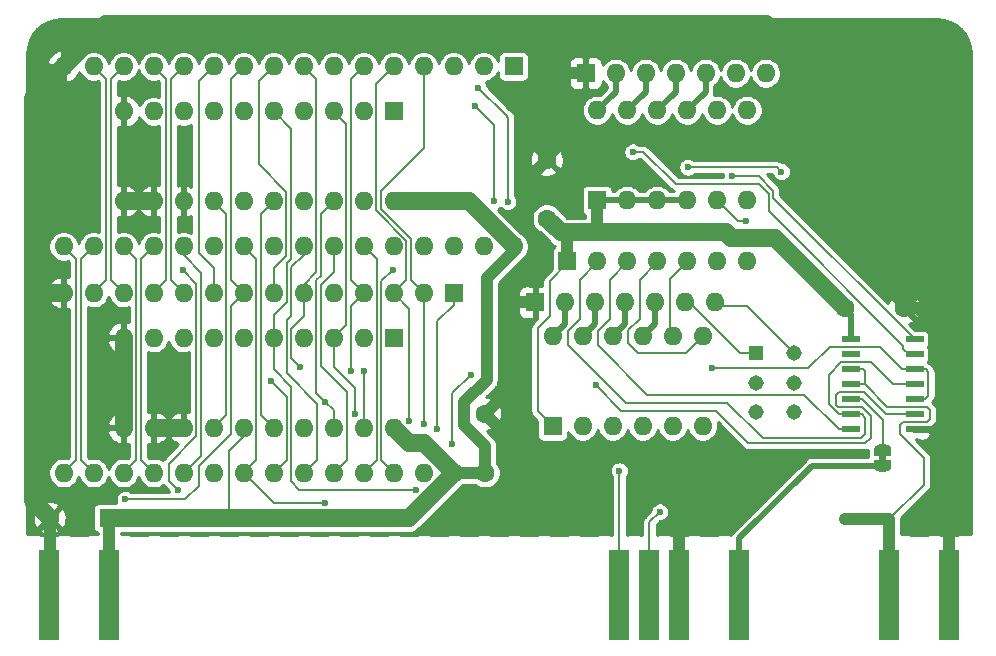
<source format=gbl>
G04 #@! TF.GenerationSoftware,KiCad,Pcbnew,(5.1.6-0)*
G04 #@! TF.CreationDate,2020-08-14T20:43:53-05:00*
G04 #@! TF.ProjectId,DoubleROM-DOC,446f7562-6c65-4524-9f4d-2d444f432e6b,rev?*
G04 #@! TF.SameCoordinates,Original*
G04 #@! TF.FileFunction,Copper,L2,Bot*
G04 #@! TF.FilePolarity,Positive*
%FSLAX46Y46*%
G04 Gerber Fmt 4.6, Leading zero omitted, Abs format (unit mm)*
G04 Created by KiCad (PCBNEW (5.1.6-0)) date 2020-08-14 20:43:53*
%MOMM*%
%LPD*%
G01*
G04 APERTURE LIST*
G04 #@! TA.AperFunction,EtchedComponent*
%ADD10C,0.150000*%
G04 #@! TD*
G04 #@! TA.AperFunction,ComponentPad*
%ADD11O,1.600000X1.600000*%
G04 #@! TD*
G04 #@! TA.AperFunction,ComponentPad*
%ADD12R,1.600000X1.600000*%
G04 #@! TD*
G04 #@! TA.AperFunction,ConnectorPad*
%ADD13R,1.778000X7.620000*%
G04 #@! TD*
G04 #@! TA.AperFunction,ComponentPad*
%ADD14C,1.600000*%
G04 #@! TD*
G04 #@! TA.AperFunction,SMDPad,CuDef*
%ADD15C,0.150000*%
G04 #@! TD*
G04 #@! TA.AperFunction,ComponentPad*
%ADD16C,1.308000*%
G04 #@! TD*
G04 #@! TA.AperFunction,ComponentPad*
%ADD17R,1.308000X1.308000*%
G04 #@! TD*
G04 #@! TA.AperFunction,SMDPad,CuDef*
%ADD18R,1.500000X0.600000*%
G04 #@! TD*
G04 #@! TA.AperFunction,ViaPad*
%ADD19C,0.600000*%
G04 #@! TD*
G04 #@! TA.AperFunction,ViaPad*
%ADD20C,1.000000*%
G04 #@! TD*
G04 #@! TA.AperFunction,Conductor*
%ADD21C,0.200000*%
G04 #@! TD*
G04 #@! TA.AperFunction,Conductor*
%ADD22C,1.000000*%
G04 #@! TD*
G04 #@! TA.AperFunction,Conductor*
%ADD23C,1.500000*%
G04 #@! TD*
G04 #@! TA.AperFunction,Conductor*
%ADD24C,0.500000*%
G04 #@! TD*
G04 #@! TA.AperFunction,Conductor*
%ADD25C,0.254000*%
G04 #@! TD*
G04 APERTURE END LIST*
D10*
G36*
X253192000Y-152523000D02*
G01*
X253192000Y-152023000D01*
X253792000Y-152023000D01*
X253792000Y-152523000D01*
X253192000Y-152523000D01*
G37*
D11*
X229322000Y-122829000D03*
X242022000Y-130449000D03*
X231862000Y-122829000D03*
X239482000Y-130449000D03*
X234402000Y-122829000D03*
X236942000Y-130449000D03*
X236942000Y-122829000D03*
X234402000Y-130449000D03*
X239482000Y-122829000D03*
X231862000Y-130449000D03*
X242022000Y-122829000D03*
D12*
X229322000Y-130449000D03*
D11*
X222250000Y-134360000D03*
X184150000Y-119120000D03*
X219710000Y-134360000D03*
X186690000Y-119120000D03*
X217170000Y-134360000D03*
X189230000Y-119120000D03*
X214630000Y-134360000D03*
X191770000Y-119120000D03*
X212090000Y-134360000D03*
X194310000Y-119120000D03*
X209550000Y-134360000D03*
X196850000Y-119120000D03*
X207010000Y-134360000D03*
X199390000Y-119120000D03*
X204470000Y-134360000D03*
X201930000Y-119120000D03*
X201930000Y-134360000D03*
X204470000Y-119120000D03*
X199390000Y-134360000D03*
X207010000Y-119120000D03*
X196850000Y-134360000D03*
X209550000Y-119120000D03*
X194310000Y-134360000D03*
X212090000Y-119120000D03*
X191770000Y-134360000D03*
X214630000Y-119120000D03*
X189230000Y-134360000D03*
X217170000Y-119120000D03*
X186690000Y-134360000D03*
X219710000Y-119120000D03*
X184150000Y-134360000D03*
D12*
X222250000Y-119120000D03*
D13*
X241370000Y-163908000D03*
X182950000Y-163908000D03*
X188030000Y-163908000D03*
X231210000Y-163908000D03*
X233750000Y-163908000D03*
X236290000Y-163908000D03*
X254070000Y-163908000D03*
X259150000Y-163908000D03*
D12*
X187960000Y-157353000D03*
D14*
X182960000Y-157353000D03*
X219837000Y-153543000D03*
X219837000Y-148543000D03*
X225070000Y-127020000D03*
X225070000Y-132020000D03*
G04 #@! TA.AperFunction,SMDPad,CuDef*
D15*
G36*
X254241398Y-152923000D02*
G01*
X254241398Y-152947534D01*
X254236588Y-152996365D01*
X254227016Y-153044490D01*
X254212772Y-153091445D01*
X254193995Y-153136778D01*
X254170864Y-153180051D01*
X254143604Y-153220850D01*
X254112476Y-153258779D01*
X254077779Y-153293476D01*
X254039850Y-153324604D01*
X253999051Y-153351864D01*
X253955778Y-153374995D01*
X253910445Y-153393772D01*
X253863490Y-153408016D01*
X253815365Y-153417588D01*
X253766534Y-153422398D01*
X253742000Y-153422398D01*
X253742000Y-153423000D01*
X253242000Y-153423000D01*
X253242000Y-153422398D01*
X253217466Y-153422398D01*
X253168635Y-153417588D01*
X253120510Y-153408016D01*
X253073555Y-153393772D01*
X253028222Y-153374995D01*
X252984949Y-153351864D01*
X252944150Y-153324604D01*
X252906221Y-153293476D01*
X252871524Y-153258779D01*
X252840396Y-153220850D01*
X252813136Y-153180051D01*
X252790005Y-153136778D01*
X252771228Y-153091445D01*
X252756984Y-153044490D01*
X252747412Y-152996365D01*
X252742602Y-152947534D01*
X252742602Y-152923000D01*
X252742000Y-152923000D01*
X252742000Y-152423000D01*
X254242000Y-152423000D01*
X254242000Y-152923000D01*
X254241398Y-152923000D01*
G37*
G04 #@! TD.AperFunction*
G04 #@! TA.AperFunction,SMDPad,CuDef*
G36*
X252742000Y-152123000D02*
G01*
X252742000Y-151623000D01*
X252742602Y-151623000D01*
X252742602Y-151598466D01*
X252747412Y-151549635D01*
X252756984Y-151501510D01*
X252771228Y-151454555D01*
X252790005Y-151409222D01*
X252813136Y-151365949D01*
X252840396Y-151325150D01*
X252871524Y-151287221D01*
X252906221Y-151252524D01*
X252944150Y-151221396D01*
X252984949Y-151194136D01*
X253028222Y-151171005D01*
X253073555Y-151152228D01*
X253120510Y-151137984D01*
X253168635Y-151128412D01*
X253217466Y-151123602D01*
X253242000Y-151123602D01*
X253242000Y-151123000D01*
X253742000Y-151123000D01*
X253742000Y-151123602D01*
X253766534Y-151123602D01*
X253815365Y-151128412D01*
X253863490Y-151137984D01*
X253910445Y-151152228D01*
X253955778Y-151171005D01*
X253999051Y-151194136D01*
X254039850Y-151221396D01*
X254077779Y-151252524D01*
X254112476Y-151287221D01*
X254143604Y-151325150D01*
X254170864Y-151365949D01*
X254193995Y-151409222D01*
X254212772Y-151454555D01*
X254227016Y-151501510D01*
X254236588Y-151549635D01*
X254241398Y-151598466D01*
X254241398Y-151623000D01*
X254242000Y-151623000D01*
X254242000Y-152123000D01*
X252742000Y-152123000D01*
G37*
G04 #@! TD.AperFunction*
D11*
X243580000Y-119700000D03*
X241040000Y-119700000D03*
X238500000Y-119700000D03*
X235960000Y-119700000D03*
X233420000Y-119700000D03*
X230880000Y-119700000D03*
D12*
X228340000Y-119700000D03*
X224070000Y-139110000D03*
D11*
X226610000Y-139110000D03*
X229150000Y-139110000D03*
X231690000Y-139110000D03*
X234230000Y-139110000D03*
X236770000Y-139110000D03*
X239310000Y-139110000D03*
D12*
X226770000Y-135620000D03*
D11*
X229310000Y-135620000D03*
X231850000Y-135620000D03*
X234390000Y-135620000D03*
X236930000Y-135620000D03*
X239470000Y-135620000D03*
X242010000Y-135620000D03*
D12*
X225552000Y-149606000D03*
D11*
X238252000Y-141986000D03*
X228092000Y-149606000D03*
X235712000Y-141986000D03*
X230632000Y-149606000D03*
X233172000Y-141986000D03*
X233172000Y-149606000D03*
X230632000Y-141986000D03*
X235712000Y-149606000D03*
X228092000Y-141986000D03*
X238252000Y-149606000D03*
X225552000Y-141986000D03*
D16*
X245948000Y-148423000D03*
X245948000Y-145923000D03*
X245948000Y-143423000D03*
X242748000Y-148423000D03*
X242748000Y-145923000D03*
D17*
X242748000Y-143423000D03*
D11*
X217170000Y-153543000D03*
X184150000Y-138303000D03*
X214630000Y-153543000D03*
X186690000Y-138303000D03*
X212090000Y-153543000D03*
X189230000Y-138303000D03*
X209550000Y-153543000D03*
X191770000Y-138303000D03*
X207010000Y-153543000D03*
X194310000Y-138303000D03*
X204470000Y-153543000D03*
X196850000Y-138303000D03*
X201930000Y-153543000D03*
X199390000Y-138303000D03*
X199390000Y-153543000D03*
X201930000Y-138303000D03*
X196850000Y-153543000D03*
X204470000Y-138303000D03*
X194310000Y-153543000D03*
X207010000Y-138303000D03*
X191770000Y-153543000D03*
X209550000Y-138303000D03*
X189230000Y-153543000D03*
X212090000Y-138303000D03*
X186690000Y-153543000D03*
X214630000Y-138303000D03*
X184150000Y-153543000D03*
D12*
X217170000Y-138303000D03*
D11*
X212090000Y-130556000D03*
X189230000Y-122936000D03*
X209550000Y-130556000D03*
X191770000Y-122936000D03*
X207010000Y-130556000D03*
X194310000Y-122936000D03*
X204470000Y-130556000D03*
X196850000Y-122936000D03*
X201930000Y-130556000D03*
X199390000Y-122936000D03*
X199390000Y-130556000D03*
X201930000Y-122936000D03*
X196850000Y-130556000D03*
X204470000Y-122936000D03*
X194310000Y-130556000D03*
X207010000Y-122936000D03*
X191770000Y-130556000D03*
X209550000Y-122936000D03*
X189230000Y-130556000D03*
D12*
X212090000Y-122936000D03*
X212090000Y-142113000D03*
D11*
X189230000Y-149733000D03*
X209550000Y-142113000D03*
X191770000Y-149733000D03*
X207010000Y-142113000D03*
X194310000Y-149733000D03*
X204470000Y-142113000D03*
X196850000Y-149733000D03*
X201930000Y-142113000D03*
X199390000Y-149733000D03*
X199390000Y-142113000D03*
X201930000Y-149733000D03*
X196850000Y-142113000D03*
X204470000Y-149733000D03*
X194310000Y-142113000D03*
X207010000Y-149733000D03*
X191770000Y-142113000D03*
X209550000Y-149733000D03*
X189230000Y-142113000D03*
X212090000Y-149733000D03*
D18*
X256192000Y-142240000D03*
X256192000Y-143510000D03*
X256192000Y-144780000D03*
X256192000Y-146050000D03*
X256192000Y-147320000D03*
X256192000Y-148590000D03*
X256192000Y-149860000D03*
X250792000Y-149860000D03*
X250792000Y-148590000D03*
X250792000Y-147320000D03*
X250792000Y-146050000D03*
X250792000Y-144780000D03*
X250792000Y-143510000D03*
X250792000Y-142240000D03*
D14*
X250317000Y-139573000D03*
X255317000Y-139573000D03*
D19*
X206314200Y-156126700D03*
X214630000Y-149415496D03*
X221770000Y-130590000D03*
X212020000Y-136320000D03*
X237000000Y-127660000D03*
X244919500Y-128029500D03*
X219260000Y-120940000D03*
X220610000Y-130500000D03*
X215773000Y-149796500D03*
X218960000Y-122440000D03*
X213982500Y-154958600D03*
X208788000Y-148526500D03*
X206311500Y-147510500D03*
X189357000Y-155765500D03*
X204152500Y-144589500D03*
X193834900Y-154980300D03*
X194246500Y-136398000D03*
X208470500Y-144907000D03*
X213423500Y-149161500D03*
X241940000Y-132200000D03*
X201676000Y-145732500D03*
X239083850Y-144659350D03*
X231203500Y-153352488D03*
X234632500Y-156845000D03*
D20*
X250317000Y-157480000D03*
D19*
X240750000Y-128400000D03*
X217043000Y-151130010D03*
X218630499Y-145224500D03*
X232346500Y-126365000D03*
X229222600Y-146116200D03*
X209550000Y-144907000D03*
D21*
X193216600Y-120219400D02*
X194310000Y-119126000D01*
X194310000Y-138303000D02*
X193216600Y-137209600D01*
X193216600Y-137209600D02*
X193216600Y-120219400D01*
X195580000Y-120396000D02*
X196850000Y-119126000D01*
X195580000Y-134937500D02*
X195580000Y-120396000D01*
X196850000Y-138303000D02*
X196850000Y-136207500D01*
X196850000Y-136207500D02*
X195580000Y-134937500D01*
X201973700Y-156126700D02*
X206314200Y-156126700D01*
X199390000Y-153543000D02*
X201973700Y-156126700D01*
X200460300Y-135436300D02*
X199390000Y-134366000D01*
X199390000Y-153543000D02*
X200460300Y-152472700D01*
X200460300Y-152472700D02*
X200460300Y-135436300D01*
X204470000Y-135064500D02*
X204470000Y-134366000D01*
X205581200Y-152431800D02*
X205581200Y-147669200D01*
X204470000Y-153543000D02*
X205581200Y-152431800D01*
X203399600Y-136134900D02*
X204470000Y-135064500D01*
X205581200Y-147669200D02*
X203029200Y-145117200D01*
X203029200Y-145117200D02*
X203029200Y-140632800D01*
X203029200Y-140632800D02*
X203399600Y-140262400D01*
X203399600Y-140262400D02*
X203399600Y-136134900D01*
X214630000Y-126047500D02*
X214630000Y-119126000D01*
X214630000Y-138303000D02*
X213559700Y-137232700D01*
X213559700Y-137232700D02*
X213559700Y-133724926D01*
X213559700Y-133724926D02*
X211001400Y-131166626D01*
X211001400Y-131166626D02*
X211001400Y-129676100D01*
X211001400Y-129676100D02*
X214630000Y-126047500D01*
X214630000Y-138303000D02*
X214630000Y-149415496D01*
X212090000Y-153543000D02*
X211019300Y-152472300D01*
X237000000Y-127660000D02*
X244510000Y-127660000D01*
X244510000Y-127660000D02*
X244920000Y-128070000D01*
X211019300Y-137350700D02*
X211019300Y-137320700D01*
X211019300Y-152472300D02*
X211019300Y-137350700D01*
X211019300Y-137320700D02*
X212020000Y-136320000D01*
X221580000Y-123260000D02*
X219260000Y-120940000D01*
X221770000Y-123450000D02*
X221580000Y-123260000D01*
X221770000Y-130590000D02*
X221770000Y-123450000D01*
X215773000Y-140700000D02*
X215773000Y-149796500D01*
X217170000Y-139303000D02*
X215773000Y-140700000D01*
X217170000Y-138303000D02*
X217170000Y-139303000D01*
X220610000Y-130500000D02*
X220610000Y-124090000D01*
X220610000Y-124090000D02*
X218960000Y-122440000D01*
X218960000Y-122440000D02*
X218960000Y-122440000D01*
X201930000Y-141845400D02*
X201930000Y-142113000D01*
X203399600Y-124405600D02*
X203399600Y-135436400D01*
X203399600Y-135436400D02*
X203029300Y-135806700D01*
X201930000Y-122936000D02*
X203399600Y-124405600D01*
X203029300Y-135806700D02*
X203029300Y-139045200D01*
X203029300Y-139045200D02*
X201930000Y-140144500D01*
X201930000Y-140144500D02*
X201930000Y-141845400D01*
X204107600Y-154958600D02*
X213982500Y-154958600D01*
X203399600Y-154250600D02*
X204107600Y-154958600D01*
X203399600Y-146249600D02*
X203399600Y-154250600D01*
X201930000Y-142113000D02*
X201930000Y-144780000D01*
X201930000Y-144780000D02*
X203399600Y-146249600D01*
X208080400Y-141042600D02*
X207010000Y-142113000D01*
X207010000Y-122936000D02*
X208080400Y-124006400D01*
X208080400Y-124006400D02*
X208080400Y-141042600D01*
X208788000Y-146367500D02*
X208788000Y-148526500D01*
X207010000Y-142113000D02*
X207010000Y-144589500D01*
X207010000Y-144589500D02*
X208788000Y-146367500D01*
X197928800Y-131634800D02*
X196850000Y-130556000D01*
X196850000Y-149733000D02*
X197928800Y-148654200D01*
X197928800Y-148654200D02*
X197928800Y-131634800D01*
X200859600Y-131626400D02*
X201930000Y-130556000D01*
X201930000Y-149733000D02*
X200859600Y-148662600D01*
X200859600Y-148662600D02*
X200859600Y-131626400D01*
X207010000Y-148209000D02*
X206311500Y-147510500D01*
X207010000Y-149733000D02*
X207010000Y-148209000D01*
X205540400Y-146739400D02*
X206311500Y-147510500D01*
X205540400Y-137232600D02*
X205540400Y-146739400D01*
X205910800Y-136862200D02*
X205540400Y-137232600D01*
X207010000Y-130556000D02*
X205910800Y-131655200D01*
X205910800Y-131655200D02*
X205910800Y-136862200D01*
X198319600Y-120196400D02*
X199390000Y-119126000D01*
X199390000Y-138303000D02*
X198319600Y-137232600D01*
X198319600Y-137232600D02*
X198319600Y-120196400D01*
X194437000Y-155765500D02*
X189357000Y-155765500D01*
X199390000Y-138303000D02*
X198319700Y-139373300D01*
X195580000Y-154622500D02*
X194437000Y-155765500D01*
X195580000Y-152971500D02*
X195580000Y-154622500D01*
X198319700Y-150231800D02*
X195580000Y-152971500D01*
X198319700Y-139373300D02*
X198319700Y-150231800D01*
X201930000Y-136207500D02*
X201930000Y-138303000D01*
X203002500Y-135135000D02*
X201930000Y-136207500D01*
X203002500Y-129723500D02*
X203002500Y-135135000D01*
X200660000Y-127381000D02*
X203002500Y-129723500D01*
X201930000Y-119126000D02*
X200660000Y-120396000D01*
X200660000Y-120396000D02*
X200660000Y-127381000D01*
X203399700Y-141341800D02*
X203399700Y-143836700D01*
X203399700Y-143836700D02*
X204152500Y-144589500D01*
X204470000Y-140271500D02*
X203399700Y-141341800D01*
X204470000Y-138303000D02*
X204470000Y-140271500D01*
X204470000Y-137604500D02*
X204470000Y-138303000D01*
X205540400Y-136534100D02*
X204470000Y-137604500D01*
X204470000Y-119126000D02*
X205540400Y-120196400D01*
X205540400Y-120196400D02*
X205540400Y-136534100D01*
X193834900Y-154980300D02*
X193040000Y-154185400D01*
X193040000Y-154185400D02*
X193040000Y-152788000D01*
X195395000Y-150433000D02*
X195395000Y-137546500D01*
X193040000Y-152788000D02*
X195395000Y-150433000D01*
X195395000Y-137546500D02*
X194246500Y-136398000D01*
X208479600Y-120196400D02*
X209550000Y-119126000D01*
X209550000Y-138303000D02*
X208479600Y-137232600D01*
X208479600Y-137232600D02*
X208479600Y-120196400D01*
X209550000Y-138303000D02*
X208470500Y-139382500D01*
X208470500Y-139382500D02*
X208470500Y-144907000D01*
X212090000Y-138303000D02*
X213423500Y-139636500D01*
X213423500Y-139636500D02*
X213423500Y-149161500D01*
X213173700Y-137219300D02*
X212090000Y-138303000D01*
X213173700Y-133862200D02*
X213173700Y-137219300D01*
X210620400Y-131308900D02*
X213173700Y-133862200D01*
X212090000Y-119126000D02*
X210620400Y-120595600D01*
X210620400Y-120595600D02*
X210620400Y-131308900D01*
X210648900Y-135464900D02*
X209550000Y-134366000D01*
X209550000Y-153543000D02*
X210648900Y-152444100D01*
X210648900Y-152444100D02*
X210648900Y-135464900D01*
X207010000Y-136503800D02*
X207010000Y-134366000D01*
X205910800Y-137603000D02*
X207010000Y-136503800D01*
X205910800Y-144506300D02*
X205910800Y-137603000D01*
X208125000Y-146720500D02*
X205910800Y-144506300D01*
X207010000Y-153543000D02*
X208125000Y-152428000D01*
X208125000Y-152428000D02*
X208125000Y-146720500D01*
X241233000Y-132200000D02*
X239482000Y-130449000D01*
X241940000Y-132200000D02*
X241233000Y-132200000D01*
X192840400Y-137232600D02*
X191770000Y-138303000D01*
X191770000Y-119126000D02*
X192840400Y-120196400D01*
X192840400Y-120196400D02*
X192840400Y-137232600D01*
X188159600Y-137232600D02*
X189230000Y-138303000D01*
X189230000Y-119126000D02*
X188159600Y-120196400D01*
X188159600Y-120196400D02*
X188159600Y-137232600D01*
X187760400Y-137232600D02*
X186690000Y-138303000D01*
X186690000Y-119126000D02*
X187760400Y-120196400D01*
X187760400Y-120196400D02*
X187760400Y-137232600D01*
X185220400Y-152472600D02*
X184150000Y-153543000D01*
X184150000Y-134366000D02*
X185220400Y-135436400D01*
X185220400Y-135436400D02*
X185220400Y-152472600D01*
X185619600Y-152472600D02*
X186690000Y-153543000D01*
X186690000Y-134366000D02*
X185619600Y-135436400D01*
X185619600Y-135436400D02*
X185619600Y-152472600D01*
X190304100Y-152468900D02*
X189230000Y-153543000D01*
X189230000Y-134366000D02*
X190304100Y-135440100D01*
X190304100Y-135440100D02*
X190304100Y-152468900D01*
X190674500Y-152447500D02*
X191770000Y-153543000D01*
X191770000Y-134366000D02*
X190674500Y-135461500D01*
X190674500Y-135461500D02*
X190674500Y-152447500D01*
X194310000Y-135128000D02*
X194310000Y-134366000D01*
X195765300Y-136583300D02*
X194310000Y-135128000D01*
X194310000Y-153543000D02*
X195765300Y-152087700D01*
X195765300Y-152087700D02*
X195765300Y-136583300D01*
X201930000Y-153543000D02*
X203029300Y-152443700D01*
X203029300Y-147085800D02*
X201676000Y-145732500D01*
X203029300Y-152443700D02*
X203029300Y-147085800D01*
X257175000Y-144780000D02*
X256192000Y-144780000D01*
X257365500Y-144970500D02*
X257175000Y-144780000D01*
X257365500Y-147002500D02*
X257365500Y-144970500D01*
X256192000Y-147320000D02*
X257048000Y-147320000D01*
X257048000Y-147320000D02*
X257365500Y-147002500D01*
X247213950Y-144659350D02*
X239083850Y-144659350D01*
X248995000Y-142878300D02*
X247213950Y-144659350D01*
X255143000Y-144780000D02*
X253241300Y-142878300D01*
X256192000Y-144780000D02*
X255143000Y-144780000D01*
X253241300Y-142878300D02*
X248995000Y-142878300D01*
X231210000Y-163908000D02*
X231210000Y-153358988D01*
X231210000Y-153358988D02*
X231203500Y-153352488D01*
X233750000Y-157727500D02*
X234632500Y-156845000D01*
X233750000Y-163908000D02*
X233750000Y-157727500D01*
D22*
X219837000Y-148543000D02*
X221869000Y-146511000D01*
X221869000Y-146511000D02*
X221869000Y-139353800D01*
D23*
X255317000Y-139573000D02*
X255317000Y-127301000D01*
X255317000Y-127301000D02*
X243586000Y-115570000D01*
X219964000Y-115570000D02*
X187706000Y-115570000D01*
X187706000Y-115570000D02*
X184150000Y-119126000D01*
D22*
X259150000Y-163908000D02*
X259150000Y-149917000D01*
X259150000Y-149917000D02*
X259150000Y-142275000D01*
X259150000Y-142275000D02*
X256448000Y-139573000D01*
X256448000Y-139573000D02*
X255317000Y-139573000D01*
D24*
X259150000Y-149917000D02*
X259093000Y-149860000D01*
X259093000Y-149860000D02*
X256192000Y-149860000D01*
D23*
X182960000Y-157353000D02*
X181521000Y-155914000D01*
X181521000Y-155914000D02*
X181521000Y-138265000D01*
X181521000Y-138265000D02*
X181521000Y-121755000D01*
X181521000Y-121755000D02*
X184150000Y-119126000D01*
X181521000Y-138265000D02*
X181558000Y-138303000D01*
X181558000Y-138303000D02*
X184150000Y-138303000D01*
D22*
X182960000Y-157353000D02*
X182960000Y-163898000D01*
X182960000Y-163898000D02*
X182950000Y-163908000D01*
D23*
X189230000Y-142113000D02*
X189230000Y-149733000D01*
X194310000Y-149733000D02*
X191770000Y-149733000D01*
X191770000Y-130556000D02*
X189230000Y-130556000D01*
D21*
X221869000Y-139353800D02*
X221869000Y-139446000D01*
D22*
X222614500Y-151320500D02*
X219837000Y-148543000D01*
X231013000Y-151320500D02*
X222614500Y-151320500D01*
X236290000Y-163908000D02*
X236290000Y-156597500D01*
X236290000Y-156597500D02*
X231013000Y-151320500D01*
D23*
X225070000Y-116080000D02*
X225580000Y-115570000D01*
X225580000Y-115570000D02*
X219964000Y-115570000D01*
X243586000Y-115570000D02*
X225580000Y-115570000D01*
D22*
X225070000Y-127020000D02*
X222955601Y-129134399D01*
X221869000Y-139446000D02*
X221869000Y-137891000D01*
X221869000Y-137891000D02*
X223720000Y-136040000D01*
X223720000Y-136040000D02*
X223720000Y-135980000D01*
X223720000Y-135980000D02*
X224530000Y-135170000D01*
X224530000Y-135170000D02*
X224530000Y-134110000D01*
X222955601Y-132535601D02*
X222955601Y-129134399D01*
X224530000Y-134110000D02*
X222955601Y-132535601D01*
X225140000Y-119700000D02*
X225070000Y-119770000D01*
X228340000Y-119700000D02*
X225140000Y-119700000D01*
D23*
X225070000Y-119770000D02*
X225070000Y-116080000D01*
X225070000Y-127020000D02*
X225070000Y-119770000D01*
D22*
X222205000Y-139110000D02*
X221869000Y-139446000D01*
X224070000Y-139110000D02*
X222205000Y-139110000D01*
D23*
X196398300Y-157353000D02*
X213360000Y-157353000D01*
X213360000Y-157353000D02*
X217170000Y-153543000D01*
X187960000Y-157353000D02*
X196398300Y-157353000D01*
X212090000Y-130556000D02*
X213360000Y-130556000D01*
D22*
X217170000Y-153543000D02*
X219837000Y-153543000D01*
D24*
X250792000Y-142240000D02*
X250792000Y-140048000D01*
X250792000Y-140048000D02*
X250317000Y-139573000D01*
D22*
X188030000Y-163908000D02*
X188030000Y-157423000D01*
X188030000Y-157423000D02*
X187960000Y-157353000D01*
D21*
X199390000Y-150431500D02*
X199390000Y-149733000D01*
X198120000Y-151701500D02*
X199390000Y-150431500D01*
X196398300Y-157353000D02*
X198120000Y-157353000D01*
X198120000Y-157353000D02*
X198120000Y-151701500D01*
D22*
X254070000Y-157480000D02*
X250317000Y-157480000D01*
X254070000Y-163908000D02*
X254070000Y-157480000D01*
D21*
X251841000Y-144780000D02*
X250792000Y-144780000D01*
X251968000Y-144907000D02*
X251841000Y-144780000D01*
X250792000Y-146050000D02*
X251968000Y-146050000D01*
X251968000Y-146050000D02*
X251968000Y-144907000D01*
X253873000Y-147955000D02*
X251968000Y-146050000D01*
X257238500Y-147955000D02*
X253873000Y-147955000D01*
X257492500Y-148209000D02*
X257238500Y-147955000D01*
X256984500Y-154565500D02*
X256984500Y-152273000D01*
X254070000Y-157480000D02*
X256984500Y-154565500D01*
X256984500Y-152273000D02*
X254952500Y-150241000D01*
X257238500Y-149225000D02*
X257492500Y-148971000D01*
X254952500Y-150241000D02*
X254952500Y-149479000D01*
X254952500Y-149479000D02*
X255206500Y-149225000D01*
X257492500Y-148971000D02*
X257492500Y-148209000D01*
X255206500Y-149225000D02*
X257238500Y-149225000D01*
D23*
X214630000Y-151003000D02*
X217170000Y-153543000D01*
X212090000Y-149733000D02*
X213360000Y-151003000D01*
X213360000Y-151003000D02*
X214630000Y-151003000D01*
D21*
X224282000Y-148336000D02*
X225552000Y-149606000D01*
X224282000Y-141287500D02*
X224282000Y-148336000D01*
X225298000Y-140271500D02*
X224282000Y-141287500D01*
X225298000Y-137287000D02*
X225298000Y-140271500D01*
D24*
X236942000Y-130449000D02*
X234402000Y-130449000D01*
X234402000Y-130449000D02*
X231862000Y-130449000D01*
X231862000Y-130449000D02*
X229322000Y-130449000D01*
D23*
X240670000Y-133660000D02*
X240190000Y-133180000D01*
X244404000Y-133660000D02*
X240670000Y-133660000D01*
X250317000Y-139573000D02*
X244404000Y-133660000D01*
D22*
X226780000Y-133350000D02*
X226950000Y-133180000D01*
X226780000Y-135720000D02*
X226780000Y-133350000D01*
X229322000Y-132782000D02*
X229720000Y-133180000D01*
X229322000Y-130449000D02*
X229322000Y-132782000D01*
D23*
X229720000Y-133180000D02*
X226950000Y-133180000D01*
X240190000Y-133180000D02*
X229720000Y-133180000D01*
D21*
X226780000Y-135805000D02*
X225298000Y-137287000D01*
X226780000Y-135720000D02*
X226780000Y-135805000D01*
D23*
X226230000Y-133180000D02*
X225070000Y-132020000D01*
X226950000Y-133180000D02*
X226230000Y-133180000D01*
X218446000Y-130556000D02*
X222250000Y-134360000D01*
X212090000Y-130556000D02*
X218446000Y-130556000D01*
D22*
X222250000Y-134780000D02*
X222250000Y-134360000D01*
X219964000Y-145669000D02*
X219964000Y-137066000D01*
X219837000Y-151257000D02*
X218059000Y-149479000D01*
X218059000Y-147574000D02*
X219964000Y-145669000D01*
X218059000Y-149479000D02*
X218059000Y-147574000D01*
X219964000Y-137066000D02*
X222250000Y-134780000D01*
X219837000Y-153543000D02*
X219837000Y-151257000D01*
D24*
X238500000Y-121271000D02*
X236942000Y-122829000D01*
X238500000Y-119700000D02*
X238500000Y-121271000D01*
X235960000Y-121271000D02*
X234402000Y-122829000D01*
X235960000Y-119700000D02*
X235960000Y-121271000D01*
X233420000Y-121271000D02*
X231862000Y-122829000D01*
X233420000Y-119700000D02*
X233420000Y-121271000D01*
X230880000Y-121271000D02*
X229322000Y-122829000D01*
X230880000Y-119700000D02*
X230880000Y-121271000D01*
D21*
X245948000Y-143423000D02*
X241971000Y-139446000D01*
X241971000Y-139446000D02*
X239268000Y-139446000D01*
D24*
X253492000Y-152923000D02*
X247529000Y-152923000D01*
X247529000Y-152923000D02*
X241370000Y-159082000D01*
X241370000Y-159082000D02*
X241370000Y-163908000D01*
D21*
X250792000Y-147320000D02*
X251742000Y-147320000D01*
X251742000Y-147320000D02*
X253492000Y-149070000D01*
X253492000Y-149070000D02*
X253492000Y-151623000D01*
D24*
X226568000Y-140970000D02*
X226568000Y-139446000D01*
X225552000Y-141986000D02*
X226568000Y-140970000D01*
X229108000Y-140970000D02*
X229108000Y-139446000D01*
X228092000Y-141986000D02*
X229108000Y-140970000D01*
X231648000Y-140970000D02*
X231648000Y-139446000D01*
X230632000Y-141986000D02*
X231648000Y-140970000D01*
X234188000Y-140970000D02*
X234188000Y-139446000D01*
X233172000Y-141986000D02*
X234188000Y-140970000D01*
D21*
X237426500Y-139446000D02*
X236728000Y-139446000D01*
X242748000Y-143423000D02*
X241403500Y-143423000D01*
X241403500Y-143423000D02*
X237426500Y-139446000D01*
X254376800Y-146050000D02*
X256192000Y-146050000D01*
X248920000Y-147738300D02*
X248920000Y-145216100D01*
X250792000Y-148590000D02*
X249771700Y-148590000D01*
X248920000Y-145216100D02*
X249972200Y-144163900D01*
X249771700Y-148590000D02*
X248920000Y-147738300D01*
X249972200Y-144163900D02*
X252490700Y-144163900D01*
X252490700Y-144163900D02*
X254376800Y-146050000D01*
X226822000Y-141541500D02*
X227838000Y-140525500D01*
X226822000Y-142684500D02*
X226822000Y-141541500D01*
X231761600Y-147624100D02*
X226822000Y-142684500D01*
X240346500Y-147624100D02*
X231761600Y-147624100D01*
X251714000Y-148590000D02*
X252031500Y-148907500D01*
X250792000Y-148590000D02*
X251714000Y-148590000D01*
X252031500Y-148907500D02*
X252031500Y-150241000D01*
X252031500Y-150241000D02*
X251650500Y-150622000D01*
X251650500Y-150622000D02*
X243344400Y-150622000D01*
X243344400Y-150622000D02*
X240346500Y-147624100D01*
X229320000Y-135720000D02*
X227838000Y-137202000D01*
X227838000Y-137568000D02*
X227838000Y-137287000D01*
X227838000Y-137202000D02*
X227838000Y-137568000D01*
X227838000Y-140525500D02*
X227838000Y-137568000D01*
X230378000Y-140525500D02*
X230378000Y-137287000D01*
X249771700Y-149860000D02*
X246822800Y-146911100D01*
X250792000Y-149860000D02*
X249771700Y-149860000D01*
X246822800Y-146911100D02*
X233525100Y-146911100D01*
X233525100Y-146911100D02*
X229362000Y-142748000D01*
X229362000Y-142748000D02*
X229362000Y-141541500D01*
X229362000Y-141541500D02*
X230378000Y-140525500D01*
X242990000Y-128400000D02*
X240750000Y-128400000D01*
X244219260Y-129629260D02*
X242990000Y-128400000D01*
X244219261Y-130267261D02*
X244219260Y-129629260D01*
X256192000Y-142240000D02*
X244219261Y-130267261D01*
X230378000Y-137202000D02*
X231860000Y-135720000D01*
X230378000Y-137287000D02*
X230378000Y-137202000D01*
X217043000Y-151130010D02*
X217043000Y-146811999D01*
X217043000Y-146811999D02*
X218630499Y-145224500D01*
X236855000Y-143383000D02*
X232791000Y-143383000D01*
X238252000Y-141986000D02*
X236855000Y-143383000D01*
X232791000Y-143383000D02*
X231965500Y-142557500D01*
X231965500Y-142557500D02*
X231965500Y-141478000D01*
X231965500Y-141478000D02*
X232918000Y-140525500D01*
X232918000Y-137202000D02*
X232918000Y-137508000D01*
X234400000Y-135720000D02*
X232918000Y-137202000D01*
X232918000Y-137508000D02*
X232918000Y-137287000D01*
X232918000Y-140525500D02*
X232918000Y-137508000D01*
X235521500Y-141795500D02*
X235712000Y-141986000D01*
X235521500Y-137138500D02*
X235521500Y-137811500D01*
X236940000Y-135720000D02*
X235521500Y-137138500D01*
X235521500Y-137811500D02*
X235521500Y-141795500D01*
X235521500Y-137350500D02*
X235521500Y-137811500D01*
X255242000Y-143010000D02*
X255242000Y-142783500D01*
X256192000Y-143510000D02*
X255742000Y-143510000D01*
X255742000Y-143510000D02*
X255242000Y-143010000D01*
X255242000Y-142783500D02*
X243849250Y-131390750D01*
X243849250Y-131390750D02*
X243849250Y-129909250D01*
X235970000Y-129100000D02*
X233235000Y-126365000D01*
X243040000Y-129100000D02*
X235970000Y-129100000D01*
X233235000Y-126365000D02*
X232346500Y-126365000D01*
X243849250Y-129909250D02*
X243040000Y-129100000D01*
X209550000Y-149733000D02*
X209550000Y-144907000D01*
X252031500Y-151003000D02*
X242105700Y-151003000D01*
X231378900Y-148272500D02*
X229222600Y-146116200D01*
X252476000Y-148704800D02*
X252476000Y-150558500D01*
X239375200Y-148272500D02*
X231378900Y-148272500D01*
X251726200Y-147955000D02*
X252476000Y-148704800D01*
X252476000Y-150558500D02*
X252031500Y-151003000D01*
X253809500Y-148590000D02*
X251904500Y-146685000D01*
X242105700Y-151003000D02*
X239375200Y-148272500D01*
X256192000Y-148590000D02*
X253809500Y-148590000D01*
X251904500Y-146685000D02*
X249809000Y-146685000D01*
X249745500Y-147955000D02*
X251726200Y-147955000D01*
X249809000Y-146685000D02*
X249555000Y-146939000D01*
X249555000Y-146939000D02*
X249555000Y-147764500D01*
X249555000Y-147764500D02*
X249745500Y-147955000D01*
D25*
G36*
X258669668Y-115198102D02*
G01*
X259203403Y-115359246D01*
X259695672Y-115620990D01*
X260127730Y-115973366D01*
X260483112Y-116402950D01*
X260748289Y-116893383D01*
X260913154Y-117425976D01*
X260974841Y-118012890D01*
X260974840Y-158689000D01*
X260010000Y-158689000D01*
X259985224Y-158691440D01*
X259961399Y-158698667D01*
X259939443Y-158710403D01*
X259920197Y-158726197D01*
X259904403Y-158745443D01*
X259893949Y-158765000D01*
X258386051Y-158765000D01*
X258375597Y-158745443D01*
X258359803Y-158726197D01*
X258340557Y-158710403D01*
X258318601Y-158698667D01*
X258294776Y-158691440D01*
X258270000Y-158689000D01*
X257470000Y-158689000D01*
X257445224Y-158691440D01*
X257421399Y-158698667D01*
X257399443Y-158710403D01*
X257380197Y-158726197D01*
X257364403Y-158745443D01*
X257353949Y-158765000D01*
X255846051Y-158765000D01*
X255835597Y-158745443D01*
X255819803Y-158726197D01*
X255800557Y-158710403D01*
X255778601Y-158698667D01*
X255754776Y-158691440D01*
X255730000Y-158689000D01*
X255075460Y-158689000D01*
X255075460Y-157529385D01*
X255080324Y-157480000D01*
X255066510Y-157339740D01*
X257391599Y-155014651D01*
X257414696Y-154995696D01*
X257490357Y-154903503D01*
X257546578Y-154798320D01*
X257581199Y-154684191D01*
X257589960Y-154595239D01*
X257589960Y-154595230D01*
X257592888Y-154565501D01*
X257589960Y-154535772D01*
X257589960Y-152302738D01*
X257592889Y-152273000D01*
X257581199Y-152154309D01*
X257570014Y-152117438D01*
X257546578Y-152040180D01*
X257490357Y-151934997D01*
X257414696Y-151842804D01*
X257391597Y-151823847D01*
X256319002Y-150751253D01*
X256319002Y-150636252D01*
X256477750Y-150795000D01*
X256942000Y-150798072D01*
X257066482Y-150785812D01*
X257186180Y-150749502D01*
X257296494Y-150690537D01*
X257393185Y-150611185D01*
X257472537Y-150514494D01*
X257531502Y-150404180D01*
X257567812Y-150284482D01*
X257580072Y-150160000D01*
X257577000Y-150145750D01*
X257418250Y-149987000D01*
X256319000Y-149987000D01*
X256319000Y-150007000D01*
X256065000Y-150007000D01*
X256065000Y-149987000D01*
X256045000Y-149987000D01*
X256045000Y-149830460D01*
X257208762Y-149830460D01*
X257238500Y-149833389D01*
X257268238Y-149830460D01*
X257268239Y-149830460D01*
X257357191Y-149821699D01*
X257471320Y-149787078D01*
X257576503Y-149730857D01*
X257668696Y-149655196D01*
X257687657Y-149632092D01*
X257899593Y-149420156D01*
X257922696Y-149401196D01*
X257998357Y-149309003D01*
X258054578Y-149203820D01*
X258089199Y-149089691D01*
X258097960Y-149000739D01*
X258097960Y-149000729D01*
X258100888Y-148971001D01*
X258097960Y-148941272D01*
X258097960Y-148238728D01*
X258100888Y-148208999D01*
X258097960Y-148179271D01*
X258097960Y-148179261D01*
X258089199Y-148090309D01*
X258054578Y-147976180D01*
X257998357Y-147870997D01*
X257922696Y-147778804D01*
X257899592Y-147759843D01*
X257687657Y-147547908D01*
X257682556Y-147541693D01*
X257772593Y-147451656D01*
X257795696Y-147432696D01*
X257871357Y-147340503D01*
X257927578Y-147235320D01*
X257962199Y-147121191D01*
X257970960Y-147032239D01*
X257970960Y-147032238D01*
X257973889Y-147002500D01*
X257970960Y-146972762D01*
X257970960Y-145000238D01*
X257973889Y-144970500D01*
X257962199Y-144851809D01*
X257953898Y-144824444D01*
X257927578Y-144737680D01*
X257871357Y-144632497D01*
X257795696Y-144540304D01*
X257772587Y-144521339D01*
X257624158Y-144372909D01*
X257605196Y-144349804D01*
X257513003Y-144274143D01*
X257407820Y-144217922D01*
X257368710Y-144206058D01*
X257364308Y-144197823D01*
X257320957Y-144145000D01*
X257364308Y-144092177D01*
X257411243Y-144004367D01*
X257440146Y-143909087D01*
X257449905Y-143810000D01*
X257449905Y-143210000D01*
X257440146Y-143110913D01*
X257411243Y-143015633D01*
X257364308Y-142927823D01*
X257320957Y-142875000D01*
X257364308Y-142822177D01*
X257411243Y-142734367D01*
X257440146Y-142639087D01*
X257449905Y-142540000D01*
X257449905Y-141940000D01*
X257440146Y-141840913D01*
X257411243Y-141745633D01*
X257364308Y-141657823D01*
X257301143Y-141580857D01*
X257224177Y-141517692D01*
X257136367Y-141470757D01*
X257041087Y-141441854D01*
X256942000Y-141432095D01*
X256240345Y-141432095D01*
X255750296Y-140942046D01*
X255933292Y-140876603D01*
X256058514Y-140809671D01*
X256130097Y-140565702D01*
X255317000Y-139752605D01*
X255302858Y-139766748D01*
X255123253Y-139587143D01*
X255137395Y-139573000D01*
X255496605Y-139573000D01*
X256309702Y-140386097D01*
X256553671Y-140314514D01*
X256674571Y-140059004D01*
X256743300Y-139784816D01*
X256757217Y-139502488D01*
X256715787Y-139222870D01*
X256620603Y-138956708D01*
X256553671Y-138831486D01*
X256309702Y-138759903D01*
X255496605Y-139573000D01*
X255137395Y-139573000D01*
X254324298Y-138759903D01*
X254080329Y-138831486D01*
X253959429Y-139086996D01*
X253946565Y-139138315D01*
X253388548Y-138580298D01*
X254503903Y-138580298D01*
X255317000Y-139393395D01*
X256130097Y-138580298D01*
X256058514Y-138336329D01*
X255803004Y-138215429D01*
X255528816Y-138146700D01*
X255246488Y-138132783D01*
X254966870Y-138174213D01*
X254700708Y-138269397D01*
X254575486Y-138336329D01*
X254503903Y-138580298D01*
X253388548Y-138580298D01*
X244824720Y-130016471D01*
X244824719Y-129658999D01*
X244827648Y-129629259D01*
X244815959Y-129510569D01*
X244781337Y-129396439D01*
X244725117Y-129291257D01*
X244668413Y-129222163D01*
X244668407Y-129222157D01*
X244649455Y-129199064D01*
X244626362Y-129180112D01*
X243711709Y-128265460D01*
X244145415Y-128265460D01*
X244205711Y-128411028D01*
X244293859Y-128542951D01*
X244406049Y-128655141D01*
X244537972Y-128743289D01*
X244684556Y-128804006D01*
X244840169Y-128834960D01*
X244998831Y-128834960D01*
X245154444Y-128804006D01*
X245301028Y-128743289D01*
X245432951Y-128655141D01*
X245545141Y-128542951D01*
X245633289Y-128411028D01*
X245694006Y-128264444D01*
X245724960Y-128108831D01*
X245724960Y-127950169D01*
X245694006Y-127794556D01*
X245633289Y-127647972D01*
X245545141Y-127516049D01*
X245432951Y-127403859D01*
X245301028Y-127315711D01*
X245154444Y-127254994D01*
X244998831Y-127224040D01*
X244933173Y-127224040D01*
X244848003Y-127154143D01*
X244742820Y-127097922D01*
X244628691Y-127063301D01*
X244539739Y-127054540D01*
X244539738Y-127054540D01*
X244510000Y-127051611D01*
X244480262Y-127054540D01*
X237533632Y-127054540D01*
X237513451Y-127034359D01*
X237381528Y-126946211D01*
X237234944Y-126885494D01*
X237079331Y-126854540D01*
X236920669Y-126854540D01*
X236765056Y-126885494D01*
X236618472Y-126946211D01*
X236486549Y-127034359D01*
X236374359Y-127146549D01*
X236286211Y-127278472D01*
X236225494Y-127425056D01*
X236194540Y-127580669D01*
X236194540Y-127739331D01*
X236225494Y-127894944D01*
X236286211Y-128041528D01*
X236374359Y-128173451D01*
X236486549Y-128285641D01*
X236618472Y-128373789D01*
X236765056Y-128434506D01*
X236920669Y-128465460D01*
X237079331Y-128465460D01*
X237234944Y-128434506D01*
X237381528Y-128373789D01*
X237513451Y-128285641D01*
X237533632Y-128265460D01*
X239955522Y-128265460D01*
X239944540Y-128320669D01*
X239944540Y-128479331D01*
X239947565Y-128494540D01*
X236220790Y-128494540D01*
X233684157Y-125957908D01*
X233665196Y-125934804D01*
X233573003Y-125859143D01*
X233467820Y-125802922D01*
X233353691Y-125768301D01*
X233264739Y-125759540D01*
X233264738Y-125759540D01*
X233235000Y-125756611D01*
X233205262Y-125759540D01*
X232880132Y-125759540D01*
X232859951Y-125739359D01*
X232728028Y-125651211D01*
X232581444Y-125590494D01*
X232425831Y-125559540D01*
X232267169Y-125559540D01*
X232111556Y-125590494D01*
X231964972Y-125651211D01*
X231833049Y-125739359D01*
X231720859Y-125851549D01*
X231632711Y-125983472D01*
X231571994Y-126130056D01*
X231541040Y-126285669D01*
X231541040Y-126444331D01*
X231571994Y-126599944D01*
X231632711Y-126746528D01*
X231720859Y-126878451D01*
X231833049Y-126990641D01*
X231964972Y-127078789D01*
X232111556Y-127139506D01*
X232267169Y-127170460D01*
X232425831Y-127170460D01*
X232581444Y-127139506D01*
X232728028Y-127078789D01*
X232859951Y-126990641D01*
X232880132Y-126970460D01*
X232984211Y-126970460D01*
X235520846Y-129507096D01*
X235539804Y-129530196D01*
X235631997Y-129605857D01*
X235737180Y-129662078D01*
X235840895Y-129693540D01*
X235467282Y-129693540D01*
X235416017Y-129616817D01*
X235234183Y-129434983D01*
X235020367Y-129292116D01*
X234782789Y-129193708D01*
X234530577Y-129143540D01*
X234273423Y-129143540D01*
X234021211Y-129193708D01*
X233783633Y-129292116D01*
X233569817Y-129434983D01*
X233387983Y-129616817D01*
X233336718Y-129693540D01*
X232927282Y-129693540D01*
X232876017Y-129616817D01*
X232694183Y-129434983D01*
X232480367Y-129292116D01*
X232242789Y-129193708D01*
X231990577Y-129143540D01*
X231733423Y-129143540D01*
X231481211Y-129193708D01*
X231243633Y-129292116D01*
X231029817Y-129434983D01*
X230847983Y-129616817D01*
X230796718Y-129693540D01*
X230629905Y-129693540D01*
X230629905Y-129649000D01*
X230620146Y-129549913D01*
X230591243Y-129454633D01*
X230544308Y-129366823D01*
X230481143Y-129289857D01*
X230404177Y-129226692D01*
X230316367Y-129179757D01*
X230221087Y-129150854D01*
X230122000Y-129141095D01*
X228522000Y-129141095D01*
X228422913Y-129150854D01*
X228327633Y-129179757D01*
X228239823Y-129226692D01*
X228162857Y-129289857D01*
X228099692Y-129366823D01*
X228052757Y-129454633D01*
X228023854Y-129549913D01*
X228014095Y-129649000D01*
X228014095Y-131249000D01*
X228023854Y-131348087D01*
X228052757Y-131443367D01*
X228099692Y-131531177D01*
X228162857Y-131608143D01*
X228239823Y-131671308D01*
X228316541Y-131712314D01*
X228316541Y-131924540D01*
X226750028Y-131924540D01*
X226226407Y-131400919D01*
X226084017Y-131187817D01*
X225902183Y-131005983D01*
X225688367Y-130863116D01*
X225450789Y-130764708D01*
X225198577Y-130714540D01*
X224941423Y-130714540D01*
X224689211Y-130764708D01*
X224451633Y-130863116D01*
X224237817Y-131005983D01*
X224055983Y-131187817D01*
X223913116Y-131401633D01*
X223814708Y-131639211D01*
X223764540Y-131891423D01*
X223764540Y-132148577D01*
X223814708Y-132400789D01*
X223913116Y-132638367D01*
X224055983Y-132852183D01*
X224237817Y-133034017D01*
X224450919Y-133176407D01*
X225298647Y-134024135D01*
X225337961Y-134072039D01*
X225529129Y-134228927D01*
X225747232Y-134345505D01*
X225771619Y-134352903D01*
X225687823Y-134397692D01*
X225610857Y-134460857D01*
X225547692Y-134537823D01*
X225500757Y-134625633D01*
X225471854Y-134720913D01*
X225462095Y-134820000D01*
X225462095Y-136266656D01*
X224890908Y-136837843D01*
X224867804Y-136856804D01*
X224792143Y-136948998D01*
X224735922Y-137054181D01*
X224716599Y-137117880D01*
X224701301Y-137168310D01*
X224689611Y-137287000D01*
X224692540Y-137316738D01*
X224692540Y-137672988D01*
X224355750Y-137675000D01*
X224197000Y-137833750D01*
X224197000Y-138983000D01*
X224217000Y-138983000D01*
X224217000Y-139237000D01*
X224197000Y-139237000D01*
X224197000Y-140386250D01*
X224262000Y-140451250D01*
X223874908Y-140838343D01*
X223851804Y-140857304D01*
X223776143Y-140949498D01*
X223719922Y-141054681D01*
X223694041Y-141139998D01*
X223685301Y-141168810D01*
X223673611Y-141287500D01*
X223676540Y-141317239D01*
X223676541Y-148306251D01*
X223673611Y-148336000D01*
X223685301Y-148454690D01*
X223719923Y-148568820D01*
X223776143Y-148674002D01*
X223824654Y-148733112D01*
X223851805Y-148766196D01*
X223874903Y-148785152D01*
X224244095Y-149154344D01*
X224244095Y-150406000D01*
X224253854Y-150505087D01*
X224282757Y-150600367D01*
X224329692Y-150688177D01*
X224392857Y-150765143D01*
X224469823Y-150828308D01*
X224557633Y-150875243D01*
X224652913Y-150904146D01*
X224752000Y-150913905D01*
X226352000Y-150913905D01*
X226451087Y-150904146D01*
X226546367Y-150875243D01*
X226634177Y-150828308D01*
X226711143Y-150765143D01*
X226774308Y-150688177D01*
X226821243Y-150600367D01*
X226850146Y-150505087D01*
X226859905Y-150406000D01*
X226859905Y-150042792D01*
X226935116Y-150224367D01*
X227077983Y-150438183D01*
X227259817Y-150620017D01*
X227473633Y-150762884D01*
X227711211Y-150861292D01*
X227963423Y-150911460D01*
X228220577Y-150911460D01*
X228472789Y-150861292D01*
X228710367Y-150762884D01*
X228924183Y-150620017D01*
X229106017Y-150438183D01*
X229248884Y-150224367D01*
X229347292Y-149986789D01*
X229362000Y-149912847D01*
X229376708Y-149986789D01*
X229475116Y-150224367D01*
X229617983Y-150438183D01*
X229799817Y-150620017D01*
X230013633Y-150762884D01*
X230251211Y-150861292D01*
X230503423Y-150911460D01*
X230760577Y-150911460D01*
X231012789Y-150861292D01*
X231250367Y-150762884D01*
X231464183Y-150620017D01*
X231646017Y-150438183D01*
X231788884Y-150224367D01*
X231887292Y-149986789D01*
X231902000Y-149912847D01*
X231916708Y-149986789D01*
X232015116Y-150224367D01*
X232157983Y-150438183D01*
X232339817Y-150620017D01*
X232553633Y-150762884D01*
X232791211Y-150861292D01*
X233043423Y-150911460D01*
X233300577Y-150911460D01*
X233552789Y-150861292D01*
X233790367Y-150762884D01*
X234004183Y-150620017D01*
X234186017Y-150438183D01*
X234328884Y-150224367D01*
X234427292Y-149986789D01*
X234442000Y-149912847D01*
X234456708Y-149986789D01*
X234555116Y-150224367D01*
X234697983Y-150438183D01*
X234879817Y-150620017D01*
X235093633Y-150762884D01*
X235331211Y-150861292D01*
X235583423Y-150911460D01*
X235840577Y-150911460D01*
X236092789Y-150861292D01*
X236330367Y-150762884D01*
X236544183Y-150620017D01*
X236726017Y-150438183D01*
X236868884Y-150224367D01*
X236967292Y-149986789D01*
X236982000Y-149912847D01*
X236996708Y-149986789D01*
X237095116Y-150224367D01*
X237237983Y-150438183D01*
X237419817Y-150620017D01*
X237633633Y-150762884D01*
X237871211Y-150861292D01*
X238123423Y-150911460D01*
X238380577Y-150911460D01*
X238632789Y-150861292D01*
X238870367Y-150762884D01*
X239084183Y-150620017D01*
X239266017Y-150438183D01*
X239408884Y-150224367D01*
X239507292Y-149986789D01*
X239557460Y-149734577D01*
X239557460Y-149477423D01*
X239516139Y-149269688D01*
X241656547Y-151410097D01*
X241675504Y-151433196D01*
X241698602Y-151452152D01*
X241698603Y-151452153D01*
X241718741Y-151468680D01*
X241767697Y-151508857D01*
X241872880Y-151565078D01*
X241987009Y-151599699D01*
X242075961Y-151608460D01*
X242075968Y-151608460D01*
X242105699Y-151611388D01*
X242135430Y-151608460D01*
X252001762Y-151608460D01*
X252031500Y-151611389D01*
X252061238Y-151608460D01*
X252061239Y-151608460D01*
X252150191Y-151599699D01*
X252236550Y-151573502D01*
X252236502Y-151573991D01*
X252236502Y-151598550D01*
X252234094Y-151623000D01*
X252234094Y-152123000D01*
X252238481Y-152167540D01*
X247566099Y-152167540D01*
X247528999Y-152163886D01*
X247491899Y-152167540D01*
X247491890Y-152167540D01*
X247380904Y-152178471D01*
X247238499Y-152221669D01*
X247107258Y-152291819D01*
X247107256Y-152291820D01*
X247107257Y-152291820D01*
X247021049Y-152362569D01*
X247021046Y-152362572D01*
X246992225Y-152386225D01*
X246968572Y-152415046D01*
X240862052Y-158521567D01*
X240833225Y-158545225D01*
X240738819Y-158660259D01*
X240682834Y-158765000D01*
X240606051Y-158765000D01*
X240595597Y-158745443D01*
X240579803Y-158726197D01*
X240560557Y-158710403D01*
X240538601Y-158698667D01*
X240514776Y-158691440D01*
X240490000Y-158689000D01*
X239690000Y-158689000D01*
X239665224Y-158691440D01*
X239641399Y-158698667D01*
X239619443Y-158710403D01*
X239600197Y-158726197D01*
X239584403Y-158745443D01*
X239573949Y-158765000D01*
X238066051Y-158765000D01*
X238055597Y-158745443D01*
X238039803Y-158726197D01*
X238020557Y-158710403D01*
X237998601Y-158698667D01*
X237974776Y-158691440D01*
X237950000Y-158689000D01*
X237150000Y-158689000D01*
X237125224Y-158691440D01*
X237101399Y-158698667D01*
X237079443Y-158710403D01*
X237060197Y-158726197D01*
X237044403Y-158745443D01*
X237033949Y-158765000D01*
X235526051Y-158765000D01*
X235515597Y-158745443D01*
X235499803Y-158726197D01*
X235480557Y-158710403D01*
X235458601Y-158698667D01*
X235434776Y-158691440D01*
X235410000Y-158689000D01*
X234610000Y-158689000D01*
X234585224Y-158691440D01*
X234561399Y-158698667D01*
X234539443Y-158710403D01*
X234520197Y-158726197D01*
X234504403Y-158745443D01*
X234493949Y-158765000D01*
X234355460Y-158765000D01*
X234355460Y-157978289D01*
X234683290Y-157650460D01*
X234711831Y-157650460D01*
X234867444Y-157619506D01*
X235014028Y-157558789D01*
X235145951Y-157470641D01*
X235258141Y-157358451D01*
X235346289Y-157226528D01*
X235407006Y-157079944D01*
X235437960Y-156924331D01*
X235437960Y-156765669D01*
X235407006Y-156610056D01*
X235346289Y-156463472D01*
X235258141Y-156331549D01*
X235145951Y-156219359D01*
X235014028Y-156131211D01*
X234867444Y-156070494D01*
X234711831Y-156039540D01*
X234553169Y-156039540D01*
X234397556Y-156070494D01*
X234250972Y-156131211D01*
X234119049Y-156219359D01*
X234006859Y-156331549D01*
X233918711Y-156463472D01*
X233857994Y-156610056D01*
X233827040Y-156765669D01*
X233827040Y-156794210D01*
X233342903Y-157278348D01*
X233319805Y-157297304D01*
X233300849Y-157320402D01*
X233300847Y-157320404D01*
X233244143Y-157389498D01*
X233187923Y-157494680D01*
X233153301Y-157608810D01*
X233141611Y-157727500D01*
X233144541Y-157757249D01*
X233144541Y-158765000D01*
X232986051Y-158765000D01*
X232975597Y-158745443D01*
X232959803Y-158726197D01*
X232940557Y-158710403D01*
X232918601Y-158698667D01*
X232894776Y-158691440D01*
X232870000Y-158689000D01*
X232070000Y-158689000D01*
X232045224Y-158691440D01*
X232021399Y-158698667D01*
X231999443Y-158710403D01*
X231980197Y-158726197D01*
X231964403Y-158745443D01*
X231953949Y-158765000D01*
X231815460Y-158765000D01*
X231815460Y-153879620D01*
X231829141Y-153865939D01*
X231917289Y-153734016D01*
X231978006Y-153587432D01*
X232008960Y-153431819D01*
X232008960Y-153273157D01*
X231978006Y-153117544D01*
X231917289Y-152970960D01*
X231829141Y-152839037D01*
X231716951Y-152726847D01*
X231585028Y-152638699D01*
X231438444Y-152577982D01*
X231282831Y-152547028D01*
X231124169Y-152547028D01*
X230968556Y-152577982D01*
X230821972Y-152638699D01*
X230690049Y-152726847D01*
X230577859Y-152839037D01*
X230489711Y-152970960D01*
X230428994Y-153117544D01*
X230398040Y-153273157D01*
X230398040Y-153431819D01*
X230428994Y-153587432D01*
X230489711Y-153734016D01*
X230577859Y-153865939D01*
X230604541Y-153892621D01*
X230604540Y-158765000D01*
X230446051Y-158765000D01*
X230435597Y-158745443D01*
X230419803Y-158726197D01*
X230400557Y-158710403D01*
X230378601Y-158698667D01*
X230354776Y-158691440D01*
X230330000Y-158689000D01*
X229530000Y-158689000D01*
X229505224Y-158691440D01*
X229481399Y-158698667D01*
X229459443Y-158710403D01*
X229440197Y-158726197D01*
X229424403Y-158745443D01*
X229413949Y-158765000D01*
X227906051Y-158765000D01*
X227895597Y-158745443D01*
X227879803Y-158726197D01*
X227860557Y-158710403D01*
X227838601Y-158698667D01*
X227814776Y-158691440D01*
X227790000Y-158689000D01*
X226990000Y-158689000D01*
X226965224Y-158691440D01*
X226941399Y-158698667D01*
X226919443Y-158710403D01*
X226900197Y-158726197D01*
X226884403Y-158745443D01*
X226873949Y-158765000D01*
X225366051Y-158765000D01*
X225355597Y-158745443D01*
X225339803Y-158726197D01*
X225320557Y-158710403D01*
X225298601Y-158698667D01*
X225274776Y-158691440D01*
X225250000Y-158689000D01*
X224450000Y-158689000D01*
X224425224Y-158691440D01*
X224401399Y-158698667D01*
X224379443Y-158710403D01*
X224360197Y-158726197D01*
X224344403Y-158745443D01*
X224333949Y-158765000D01*
X222826051Y-158765000D01*
X222815597Y-158745443D01*
X222799803Y-158726197D01*
X222780557Y-158710403D01*
X222758601Y-158698667D01*
X222734776Y-158691440D01*
X222710000Y-158689000D01*
X221910000Y-158689000D01*
X221885224Y-158691440D01*
X221861399Y-158698667D01*
X221839443Y-158710403D01*
X221820197Y-158726197D01*
X221804403Y-158745443D01*
X221793949Y-158765000D01*
X220286051Y-158765000D01*
X220275597Y-158745443D01*
X220259803Y-158726197D01*
X220240557Y-158710403D01*
X220218601Y-158698667D01*
X220194776Y-158691440D01*
X220170000Y-158689000D01*
X219370000Y-158689000D01*
X219345224Y-158691440D01*
X219321399Y-158698667D01*
X219299443Y-158710403D01*
X219280197Y-158726197D01*
X219264403Y-158745443D01*
X219253949Y-158765000D01*
X217746051Y-158765000D01*
X217735597Y-158745443D01*
X217719803Y-158726197D01*
X217700557Y-158710403D01*
X217678601Y-158698667D01*
X217654776Y-158691440D01*
X217630000Y-158689000D01*
X216830000Y-158689000D01*
X216805224Y-158691440D01*
X216781399Y-158698667D01*
X216759443Y-158710403D01*
X216740197Y-158726197D01*
X216724403Y-158745443D01*
X216713949Y-158765000D01*
X215206051Y-158765000D01*
X215195597Y-158745443D01*
X215179803Y-158726197D01*
X215160557Y-158710403D01*
X215138601Y-158698667D01*
X215114776Y-158691440D01*
X215090000Y-158689000D01*
X214290000Y-158689000D01*
X214265224Y-158691440D01*
X214241399Y-158698667D01*
X214219443Y-158710403D01*
X214200197Y-158726197D01*
X214184403Y-158745443D01*
X214173949Y-158765000D01*
X212666051Y-158765000D01*
X212655597Y-158745443D01*
X212639803Y-158726197D01*
X212620557Y-158710403D01*
X212598601Y-158698667D01*
X212574776Y-158691440D01*
X212550000Y-158689000D01*
X211750000Y-158689000D01*
X211725224Y-158691440D01*
X211701399Y-158698667D01*
X211679443Y-158710403D01*
X211660197Y-158726197D01*
X211644403Y-158745443D01*
X211633949Y-158765000D01*
X210126051Y-158765000D01*
X210115597Y-158745443D01*
X210099803Y-158726197D01*
X210080557Y-158710403D01*
X210058601Y-158698667D01*
X210034776Y-158691440D01*
X210010000Y-158689000D01*
X209210000Y-158689000D01*
X209185224Y-158691440D01*
X209161399Y-158698667D01*
X209139443Y-158710403D01*
X209120197Y-158726197D01*
X209104403Y-158745443D01*
X209093949Y-158765000D01*
X207586051Y-158765000D01*
X207575597Y-158745443D01*
X207559803Y-158726197D01*
X207540557Y-158710403D01*
X207518601Y-158698667D01*
X207494776Y-158691440D01*
X207470000Y-158689000D01*
X206670000Y-158689000D01*
X206645224Y-158691440D01*
X206621399Y-158698667D01*
X206599443Y-158710403D01*
X206580197Y-158726197D01*
X206564403Y-158745443D01*
X206553949Y-158765000D01*
X205046051Y-158765000D01*
X205035597Y-158745443D01*
X205019803Y-158726197D01*
X205000557Y-158710403D01*
X204978601Y-158698667D01*
X204954776Y-158691440D01*
X204930000Y-158689000D01*
X204130000Y-158689000D01*
X204105224Y-158691440D01*
X204081399Y-158698667D01*
X204059443Y-158710403D01*
X204040197Y-158726197D01*
X204024403Y-158745443D01*
X204013949Y-158765000D01*
X202506051Y-158765000D01*
X202495597Y-158745443D01*
X202479803Y-158726197D01*
X202460557Y-158710403D01*
X202438601Y-158698667D01*
X202414776Y-158691440D01*
X202390000Y-158689000D01*
X201590000Y-158689000D01*
X201565224Y-158691440D01*
X201541399Y-158698667D01*
X201519443Y-158710403D01*
X201500197Y-158726197D01*
X201484403Y-158745443D01*
X201473949Y-158765000D01*
X199966051Y-158765000D01*
X199955597Y-158745443D01*
X199939803Y-158726197D01*
X199920557Y-158710403D01*
X199898601Y-158698667D01*
X199874776Y-158691440D01*
X199850000Y-158689000D01*
X199050000Y-158689000D01*
X199025224Y-158691440D01*
X199001399Y-158698667D01*
X198979443Y-158710403D01*
X198960197Y-158726197D01*
X198944403Y-158745443D01*
X198933949Y-158765000D01*
X197426051Y-158765000D01*
X197415597Y-158745443D01*
X197399803Y-158726197D01*
X197380557Y-158710403D01*
X197358601Y-158698667D01*
X197334776Y-158691440D01*
X197310000Y-158689000D01*
X196510000Y-158689000D01*
X196485224Y-158691440D01*
X196461399Y-158698667D01*
X196439443Y-158710403D01*
X196420197Y-158726197D01*
X196404403Y-158745443D01*
X196393949Y-158765000D01*
X194886051Y-158765000D01*
X194875597Y-158745443D01*
X194859803Y-158726197D01*
X194840557Y-158710403D01*
X194818601Y-158698667D01*
X194794776Y-158691440D01*
X194770000Y-158689000D01*
X193970000Y-158689000D01*
X193945224Y-158691440D01*
X193921399Y-158698667D01*
X193899443Y-158710403D01*
X193880197Y-158726197D01*
X193864403Y-158745443D01*
X193853949Y-158765000D01*
X192346051Y-158765000D01*
X192335597Y-158745443D01*
X192319803Y-158726197D01*
X192300557Y-158710403D01*
X192278601Y-158698667D01*
X192254776Y-158691440D01*
X192230000Y-158689000D01*
X191430000Y-158689000D01*
X191405224Y-158691440D01*
X191381399Y-158698667D01*
X191359443Y-158710403D01*
X191340197Y-158726197D01*
X191324403Y-158745443D01*
X191313949Y-158765000D01*
X189806051Y-158765000D01*
X189795597Y-158745443D01*
X189779803Y-158726197D01*
X189760557Y-158710403D01*
X189738601Y-158698667D01*
X189714776Y-158691440D01*
X189690000Y-158689000D01*
X189035460Y-158689000D01*
X189035460Y-158608460D01*
X213298337Y-158608460D01*
X213360000Y-158614533D01*
X213421663Y-158608460D01*
X213421670Y-158608460D01*
X213606113Y-158590294D01*
X213842768Y-158518505D01*
X214060871Y-158401927D01*
X214252039Y-158245039D01*
X214291353Y-158197135D01*
X217789081Y-154699407D01*
X218002183Y-154557017D01*
X218010740Y-154548460D01*
X218996260Y-154548460D01*
X219004817Y-154557017D01*
X219218633Y-154699884D01*
X219456211Y-154798292D01*
X219708423Y-154848460D01*
X219965577Y-154848460D01*
X220217789Y-154798292D01*
X220455367Y-154699884D01*
X220669183Y-154557017D01*
X220851017Y-154375183D01*
X220993884Y-154161367D01*
X221092292Y-153923789D01*
X221142460Y-153671577D01*
X221142460Y-153414423D01*
X221092292Y-153162211D01*
X220993884Y-152924633D01*
X220851017Y-152710817D01*
X220842460Y-152702260D01*
X220842460Y-151306385D01*
X220847324Y-151257000D01*
X220827911Y-151059895D01*
X220799306Y-150965597D01*
X220770418Y-150870366D01*
X220677054Y-150695694D01*
X220551407Y-150542593D01*
X220513045Y-150511110D01*
X219975133Y-149973198D01*
X220187130Y-149941787D01*
X220453292Y-149846603D01*
X220578514Y-149779671D01*
X220650097Y-149535702D01*
X219837000Y-148722605D01*
X219822858Y-148736748D01*
X219643253Y-148557143D01*
X219657395Y-148543000D01*
X220016605Y-148543000D01*
X220829702Y-149356097D01*
X221073671Y-149284514D01*
X221194571Y-149029004D01*
X221263300Y-148754816D01*
X221277217Y-148472488D01*
X221235787Y-148192870D01*
X221140603Y-147926708D01*
X221073671Y-147801486D01*
X220829702Y-147729903D01*
X220016605Y-148543000D01*
X219657395Y-148543000D01*
X219643253Y-148528858D01*
X219822858Y-148349253D01*
X219837000Y-148363395D01*
X220650097Y-147550298D01*
X220578514Y-147306329D01*
X220323004Y-147185429D01*
X220048816Y-147116700D01*
X219943430Y-147111505D01*
X220640051Y-146414885D01*
X220678407Y-146383407D01*
X220709885Y-146345051D01*
X220709888Y-146345048D01*
X220791214Y-146245951D01*
X220804054Y-146230306D01*
X220897418Y-146055634D01*
X220941111Y-145911597D01*
X220954911Y-145866105D01*
X220974324Y-145669000D01*
X220969460Y-145619615D01*
X220969460Y-139910000D01*
X222631928Y-139910000D01*
X222644188Y-140034482D01*
X222680498Y-140154180D01*
X222739463Y-140264494D01*
X222818815Y-140361185D01*
X222915506Y-140440537D01*
X223025820Y-140499502D01*
X223145518Y-140535812D01*
X223270000Y-140548072D01*
X223784250Y-140545000D01*
X223943000Y-140386250D01*
X223943000Y-139237000D01*
X222793750Y-139237000D01*
X222635000Y-139395750D01*
X222631928Y-139910000D01*
X220969460Y-139910000D01*
X220969460Y-138310000D01*
X222631928Y-138310000D01*
X222635000Y-138824250D01*
X222793750Y-138983000D01*
X223943000Y-138983000D01*
X223943000Y-137833750D01*
X223784250Y-137675000D01*
X223270000Y-137671928D01*
X223145518Y-137684188D01*
X223025820Y-137720498D01*
X222915506Y-137779463D01*
X222818815Y-137858815D01*
X222739463Y-137955506D01*
X222680498Y-138065820D01*
X222644188Y-138185518D01*
X222631928Y-138310000D01*
X220969460Y-138310000D01*
X220969460Y-137482475D01*
X222926045Y-135525890D01*
X222964407Y-135494407D01*
X223040171Y-135402088D01*
X223082183Y-135374017D01*
X223264017Y-135192183D01*
X223406884Y-134978367D01*
X223505292Y-134740789D01*
X223555460Y-134488577D01*
X223555460Y-134231423D01*
X223505292Y-133979211D01*
X223406884Y-133741633D01*
X223264017Y-133527817D01*
X223082183Y-133345983D01*
X222869084Y-133203595D01*
X220912155Y-131246666D01*
X220991528Y-131213789D01*
X221123451Y-131125641D01*
X221145000Y-131104092D01*
X221256549Y-131215641D01*
X221388472Y-131303789D01*
X221535056Y-131364506D01*
X221690669Y-131395460D01*
X221849331Y-131395460D01*
X222004944Y-131364506D01*
X222151528Y-131303789D01*
X222283451Y-131215641D01*
X222395641Y-131103451D01*
X222483789Y-130971528D01*
X222544506Y-130824944D01*
X222575460Y-130669331D01*
X222575460Y-130510669D01*
X222544506Y-130355056D01*
X222483789Y-130208472D01*
X222395641Y-130076549D01*
X222375460Y-130056368D01*
X222375460Y-128012702D01*
X224256903Y-128012702D01*
X224328486Y-128256671D01*
X224583996Y-128377571D01*
X224858184Y-128446300D01*
X225140512Y-128460217D01*
X225420130Y-128418787D01*
X225686292Y-128323603D01*
X225811514Y-128256671D01*
X225883097Y-128012702D01*
X225070000Y-127199605D01*
X224256903Y-128012702D01*
X222375460Y-128012702D01*
X222375460Y-127090512D01*
X223629783Y-127090512D01*
X223671213Y-127370130D01*
X223766397Y-127636292D01*
X223833329Y-127761514D01*
X224077298Y-127833097D01*
X224890395Y-127020000D01*
X225249605Y-127020000D01*
X226062702Y-127833097D01*
X226306671Y-127761514D01*
X226427571Y-127506004D01*
X226496300Y-127231816D01*
X226510217Y-126949488D01*
X226468787Y-126669870D01*
X226373603Y-126403708D01*
X226306671Y-126278486D01*
X226062702Y-126206903D01*
X225249605Y-127020000D01*
X224890395Y-127020000D01*
X224077298Y-126206903D01*
X223833329Y-126278486D01*
X223712429Y-126533996D01*
X223643700Y-126808184D01*
X223629783Y-127090512D01*
X222375460Y-127090512D01*
X222375460Y-126027298D01*
X224256903Y-126027298D01*
X225070000Y-126840395D01*
X225883097Y-126027298D01*
X225811514Y-125783329D01*
X225556004Y-125662429D01*
X225281816Y-125593700D01*
X224999488Y-125579783D01*
X224719870Y-125621213D01*
X224453708Y-125716397D01*
X224328486Y-125783329D01*
X224256903Y-126027298D01*
X222375460Y-126027298D01*
X222375460Y-123479739D01*
X222378389Y-123450000D01*
X222372424Y-123389431D01*
X222366699Y-123331309D01*
X222332078Y-123217180D01*
X222275857Y-123111997D01*
X222200196Y-123019804D01*
X222177087Y-123000839D01*
X222029158Y-122852910D01*
X222029153Y-122852903D01*
X221876673Y-122700423D01*
X228016540Y-122700423D01*
X228016540Y-122957577D01*
X228066708Y-123209789D01*
X228165116Y-123447367D01*
X228307983Y-123661183D01*
X228489817Y-123843017D01*
X228703633Y-123985884D01*
X228941211Y-124084292D01*
X229193423Y-124134460D01*
X229450577Y-124134460D01*
X229702789Y-124084292D01*
X229940367Y-123985884D01*
X230154183Y-123843017D01*
X230336017Y-123661183D01*
X230478884Y-123447367D01*
X230577292Y-123209789D01*
X230592000Y-123135847D01*
X230606708Y-123209789D01*
X230705116Y-123447367D01*
X230847983Y-123661183D01*
X231029817Y-123843017D01*
X231243633Y-123985884D01*
X231481211Y-124084292D01*
X231733423Y-124134460D01*
X231990577Y-124134460D01*
X232242789Y-124084292D01*
X232480367Y-123985884D01*
X232694183Y-123843017D01*
X232876017Y-123661183D01*
X233018884Y-123447367D01*
X233117292Y-123209789D01*
X233132000Y-123135847D01*
X233146708Y-123209789D01*
X233245116Y-123447367D01*
X233387983Y-123661183D01*
X233569817Y-123843017D01*
X233783633Y-123985884D01*
X234021211Y-124084292D01*
X234273423Y-124134460D01*
X234530577Y-124134460D01*
X234782789Y-124084292D01*
X235020367Y-123985884D01*
X235234183Y-123843017D01*
X235416017Y-123661183D01*
X235558884Y-123447367D01*
X235657292Y-123209789D01*
X235672000Y-123135847D01*
X235686708Y-123209789D01*
X235785116Y-123447367D01*
X235927983Y-123661183D01*
X236109817Y-123843017D01*
X236323633Y-123985884D01*
X236561211Y-124084292D01*
X236813423Y-124134460D01*
X237070577Y-124134460D01*
X237322789Y-124084292D01*
X237560367Y-123985884D01*
X237774183Y-123843017D01*
X237956017Y-123661183D01*
X238098884Y-123447367D01*
X238197292Y-123209789D01*
X238212000Y-123135847D01*
X238226708Y-123209789D01*
X238325116Y-123447367D01*
X238467983Y-123661183D01*
X238649817Y-123843017D01*
X238863633Y-123985884D01*
X239101211Y-124084292D01*
X239353423Y-124134460D01*
X239610577Y-124134460D01*
X239862789Y-124084292D01*
X240100367Y-123985884D01*
X240314183Y-123843017D01*
X240496017Y-123661183D01*
X240638884Y-123447367D01*
X240737292Y-123209789D01*
X240752000Y-123135847D01*
X240766708Y-123209789D01*
X240865116Y-123447367D01*
X241007983Y-123661183D01*
X241189817Y-123843017D01*
X241403633Y-123985884D01*
X241641211Y-124084292D01*
X241893423Y-124134460D01*
X242150577Y-124134460D01*
X242402789Y-124084292D01*
X242640367Y-123985884D01*
X242854183Y-123843017D01*
X243036017Y-123661183D01*
X243178884Y-123447367D01*
X243277292Y-123209789D01*
X243327460Y-122957577D01*
X243327460Y-122700423D01*
X243277292Y-122448211D01*
X243178884Y-122210633D01*
X243036017Y-121996817D01*
X242854183Y-121814983D01*
X242640367Y-121672116D01*
X242402789Y-121573708D01*
X242150577Y-121523540D01*
X241893423Y-121523540D01*
X241641211Y-121573708D01*
X241403633Y-121672116D01*
X241189817Y-121814983D01*
X241007983Y-121996817D01*
X240865116Y-122210633D01*
X240766708Y-122448211D01*
X240752000Y-122522153D01*
X240737292Y-122448211D01*
X240638884Y-122210633D01*
X240496017Y-121996817D01*
X240314183Y-121814983D01*
X240100367Y-121672116D01*
X239862789Y-121573708D01*
X239610577Y-121523540D01*
X239353423Y-121523540D01*
X239203819Y-121553298D01*
X239244529Y-121419096D01*
X239255460Y-121308110D01*
X239255460Y-121308103D01*
X239259114Y-121271000D01*
X239255460Y-121233898D01*
X239255460Y-120765282D01*
X239332183Y-120714017D01*
X239514017Y-120532183D01*
X239656884Y-120318367D01*
X239755292Y-120080789D01*
X239770000Y-120006847D01*
X239784708Y-120080789D01*
X239883116Y-120318367D01*
X240025983Y-120532183D01*
X240207817Y-120714017D01*
X240421633Y-120856884D01*
X240659211Y-120955292D01*
X240911423Y-121005460D01*
X241168577Y-121005460D01*
X241420789Y-120955292D01*
X241658367Y-120856884D01*
X241872183Y-120714017D01*
X242054017Y-120532183D01*
X242196884Y-120318367D01*
X242295292Y-120080789D01*
X242310000Y-120006847D01*
X242324708Y-120080789D01*
X242423116Y-120318367D01*
X242565983Y-120532183D01*
X242747817Y-120714017D01*
X242961633Y-120856884D01*
X243199211Y-120955292D01*
X243451423Y-121005460D01*
X243708577Y-121005460D01*
X243960789Y-120955292D01*
X244198367Y-120856884D01*
X244412183Y-120714017D01*
X244594017Y-120532183D01*
X244736884Y-120318367D01*
X244835292Y-120080789D01*
X244885460Y-119828577D01*
X244885460Y-119571423D01*
X244835292Y-119319211D01*
X244736884Y-119081633D01*
X244594017Y-118867817D01*
X244412183Y-118685983D01*
X244198367Y-118543116D01*
X243960789Y-118444708D01*
X243708577Y-118394540D01*
X243451423Y-118394540D01*
X243199211Y-118444708D01*
X242961633Y-118543116D01*
X242747817Y-118685983D01*
X242565983Y-118867817D01*
X242423116Y-119081633D01*
X242324708Y-119319211D01*
X242310000Y-119393153D01*
X242295292Y-119319211D01*
X242196884Y-119081633D01*
X242054017Y-118867817D01*
X241872183Y-118685983D01*
X241658367Y-118543116D01*
X241420789Y-118444708D01*
X241168577Y-118394540D01*
X240911423Y-118394540D01*
X240659211Y-118444708D01*
X240421633Y-118543116D01*
X240207817Y-118685983D01*
X240025983Y-118867817D01*
X239883116Y-119081633D01*
X239784708Y-119319211D01*
X239770000Y-119393153D01*
X239755292Y-119319211D01*
X239656884Y-119081633D01*
X239514017Y-118867817D01*
X239332183Y-118685983D01*
X239118367Y-118543116D01*
X238880789Y-118444708D01*
X238628577Y-118394540D01*
X238371423Y-118394540D01*
X238119211Y-118444708D01*
X237881633Y-118543116D01*
X237667817Y-118685983D01*
X237485983Y-118867817D01*
X237343116Y-119081633D01*
X237244708Y-119319211D01*
X237230000Y-119393153D01*
X237215292Y-119319211D01*
X237116884Y-119081633D01*
X236974017Y-118867817D01*
X236792183Y-118685983D01*
X236578367Y-118543116D01*
X236340789Y-118444708D01*
X236088577Y-118394540D01*
X235831423Y-118394540D01*
X235579211Y-118444708D01*
X235341633Y-118543116D01*
X235127817Y-118685983D01*
X234945983Y-118867817D01*
X234803116Y-119081633D01*
X234704708Y-119319211D01*
X234690000Y-119393153D01*
X234675292Y-119319211D01*
X234576884Y-119081633D01*
X234434017Y-118867817D01*
X234252183Y-118685983D01*
X234038367Y-118543116D01*
X233800789Y-118444708D01*
X233548577Y-118394540D01*
X233291423Y-118394540D01*
X233039211Y-118444708D01*
X232801633Y-118543116D01*
X232587817Y-118685983D01*
X232405983Y-118867817D01*
X232263116Y-119081633D01*
X232164708Y-119319211D01*
X232150000Y-119393153D01*
X232135292Y-119319211D01*
X232036884Y-119081633D01*
X231894017Y-118867817D01*
X231712183Y-118685983D01*
X231498367Y-118543116D01*
X231260789Y-118444708D01*
X231008577Y-118394540D01*
X230751423Y-118394540D01*
X230499211Y-118444708D01*
X230261633Y-118543116D01*
X230047817Y-118685983D01*
X229865983Y-118867817D01*
X229777473Y-119000282D01*
X229778072Y-118900000D01*
X229765812Y-118775518D01*
X229729502Y-118655820D01*
X229670537Y-118545506D01*
X229591185Y-118448815D01*
X229494494Y-118369463D01*
X229384180Y-118310498D01*
X229264482Y-118274188D01*
X229140000Y-118261928D01*
X228625750Y-118265000D01*
X228467000Y-118423750D01*
X228467000Y-119573000D01*
X228487000Y-119573000D01*
X228487000Y-119827000D01*
X228467000Y-119827000D01*
X228467000Y-120976250D01*
X228625750Y-121135000D01*
X229140000Y-121138072D01*
X229264482Y-121125812D01*
X229384180Y-121089502D01*
X229494494Y-121030537D01*
X229591185Y-120951185D01*
X229670537Y-120854494D01*
X229729502Y-120744180D01*
X229765812Y-120624482D01*
X229778072Y-120500000D01*
X229777473Y-120399718D01*
X229865983Y-120532183D01*
X230047817Y-120714017D01*
X230124541Y-120765282D01*
X230124541Y-120958078D01*
X229541077Y-121541542D01*
X229450577Y-121523540D01*
X229193423Y-121523540D01*
X228941211Y-121573708D01*
X228703633Y-121672116D01*
X228489817Y-121814983D01*
X228307983Y-121996817D01*
X228165116Y-122210633D01*
X228066708Y-122448211D01*
X228016540Y-122700423D01*
X221876673Y-122700423D01*
X220065460Y-120889211D01*
X220065460Y-120860669D01*
X220034506Y-120705056D01*
X219973789Y-120558472D01*
X219934720Y-120500000D01*
X226901928Y-120500000D01*
X226914188Y-120624482D01*
X226950498Y-120744180D01*
X227009463Y-120854494D01*
X227088815Y-120951185D01*
X227185506Y-121030537D01*
X227295820Y-121089502D01*
X227415518Y-121125812D01*
X227540000Y-121138072D01*
X228054250Y-121135000D01*
X228213000Y-120976250D01*
X228213000Y-119827000D01*
X227063750Y-119827000D01*
X226905000Y-119985750D01*
X226901928Y-120500000D01*
X219934720Y-120500000D01*
X219885641Y-120426549D01*
X219876924Y-120417832D01*
X220090789Y-120375292D01*
X220328367Y-120276884D01*
X220542183Y-120134017D01*
X220724017Y-119952183D01*
X220866884Y-119738367D01*
X220942095Y-119556792D01*
X220942095Y-119920000D01*
X220951854Y-120019087D01*
X220980757Y-120114367D01*
X221027692Y-120202177D01*
X221090857Y-120279143D01*
X221167823Y-120342308D01*
X221255633Y-120389243D01*
X221350913Y-120418146D01*
X221450000Y-120427905D01*
X223050000Y-120427905D01*
X223149087Y-120418146D01*
X223244367Y-120389243D01*
X223332177Y-120342308D01*
X223409143Y-120279143D01*
X223472308Y-120202177D01*
X223519243Y-120114367D01*
X223548146Y-120019087D01*
X223557905Y-119920000D01*
X223557905Y-118900000D01*
X226901928Y-118900000D01*
X226905000Y-119414250D01*
X227063750Y-119573000D01*
X228213000Y-119573000D01*
X228213000Y-118423750D01*
X228054250Y-118265000D01*
X227540000Y-118261928D01*
X227415518Y-118274188D01*
X227295820Y-118310498D01*
X227185506Y-118369463D01*
X227088815Y-118448815D01*
X227009463Y-118545506D01*
X226950498Y-118655820D01*
X226914188Y-118775518D01*
X226901928Y-118900000D01*
X223557905Y-118900000D01*
X223557905Y-118320000D01*
X223548146Y-118220913D01*
X223519243Y-118125633D01*
X223472308Y-118037823D01*
X223409143Y-117960857D01*
X223332177Y-117897692D01*
X223244367Y-117850757D01*
X223149087Y-117821854D01*
X223050000Y-117812095D01*
X221450000Y-117812095D01*
X221350913Y-117821854D01*
X221255633Y-117850757D01*
X221167823Y-117897692D01*
X221090857Y-117960857D01*
X221027692Y-118037823D01*
X220980757Y-118125633D01*
X220951854Y-118220913D01*
X220942095Y-118320000D01*
X220942095Y-118683208D01*
X220866884Y-118501633D01*
X220724017Y-118287817D01*
X220542183Y-118105983D01*
X220328367Y-117963116D01*
X220090789Y-117864708D01*
X219838577Y-117814540D01*
X219581423Y-117814540D01*
X219329211Y-117864708D01*
X219091633Y-117963116D01*
X218877817Y-118105983D01*
X218695983Y-118287817D01*
X218553116Y-118501633D01*
X218454708Y-118739211D01*
X218440000Y-118813153D01*
X218425292Y-118739211D01*
X218326884Y-118501633D01*
X218184017Y-118287817D01*
X218002183Y-118105983D01*
X217788367Y-117963116D01*
X217550789Y-117864708D01*
X217298577Y-117814540D01*
X217041423Y-117814540D01*
X216789211Y-117864708D01*
X216551633Y-117963116D01*
X216337817Y-118105983D01*
X216155983Y-118287817D01*
X216013116Y-118501633D01*
X215914708Y-118739211D01*
X215900000Y-118813153D01*
X215885292Y-118739211D01*
X215786884Y-118501633D01*
X215644017Y-118287817D01*
X215462183Y-118105983D01*
X215248367Y-117963116D01*
X215010789Y-117864708D01*
X214758577Y-117814540D01*
X214501423Y-117814540D01*
X214249211Y-117864708D01*
X214011633Y-117963116D01*
X213797817Y-118105983D01*
X213615983Y-118287817D01*
X213473116Y-118501633D01*
X213374708Y-118739211D01*
X213360000Y-118813153D01*
X213345292Y-118739211D01*
X213246884Y-118501633D01*
X213104017Y-118287817D01*
X212922183Y-118105983D01*
X212708367Y-117963116D01*
X212470789Y-117864708D01*
X212218577Y-117814540D01*
X211961423Y-117814540D01*
X211709211Y-117864708D01*
X211471633Y-117963116D01*
X211257817Y-118105983D01*
X211075983Y-118287817D01*
X210933116Y-118501633D01*
X210834708Y-118739211D01*
X210820000Y-118813153D01*
X210805292Y-118739211D01*
X210706884Y-118501633D01*
X210564017Y-118287817D01*
X210382183Y-118105983D01*
X210168367Y-117963116D01*
X209930789Y-117864708D01*
X209678577Y-117814540D01*
X209421423Y-117814540D01*
X209169211Y-117864708D01*
X208931633Y-117963116D01*
X208717817Y-118105983D01*
X208535983Y-118287817D01*
X208393116Y-118501633D01*
X208294708Y-118739211D01*
X208280000Y-118813153D01*
X208265292Y-118739211D01*
X208166884Y-118501633D01*
X208024017Y-118287817D01*
X207842183Y-118105983D01*
X207628367Y-117963116D01*
X207390789Y-117864708D01*
X207138577Y-117814540D01*
X206881423Y-117814540D01*
X206629211Y-117864708D01*
X206391633Y-117963116D01*
X206177817Y-118105983D01*
X205995983Y-118287817D01*
X205853116Y-118501633D01*
X205754708Y-118739211D01*
X205740000Y-118813153D01*
X205725292Y-118739211D01*
X205626884Y-118501633D01*
X205484017Y-118287817D01*
X205302183Y-118105983D01*
X205088367Y-117963116D01*
X204850789Y-117864708D01*
X204598577Y-117814540D01*
X204341423Y-117814540D01*
X204089211Y-117864708D01*
X203851633Y-117963116D01*
X203637817Y-118105983D01*
X203455983Y-118287817D01*
X203313116Y-118501633D01*
X203214708Y-118739211D01*
X203200000Y-118813153D01*
X203185292Y-118739211D01*
X203086884Y-118501633D01*
X202944017Y-118287817D01*
X202762183Y-118105983D01*
X202548367Y-117963116D01*
X202310789Y-117864708D01*
X202058577Y-117814540D01*
X201801423Y-117814540D01*
X201549211Y-117864708D01*
X201311633Y-117963116D01*
X201097817Y-118105983D01*
X200915983Y-118287817D01*
X200773116Y-118501633D01*
X200674708Y-118739211D01*
X200660000Y-118813153D01*
X200645292Y-118739211D01*
X200546884Y-118501633D01*
X200404017Y-118287817D01*
X200222183Y-118105983D01*
X200008367Y-117963116D01*
X199770789Y-117864708D01*
X199518577Y-117814540D01*
X199261423Y-117814540D01*
X199009211Y-117864708D01*
X198771633Y-117963116D01*
X198557817Y-118105983D01*
X198375983Y-118287817D01*
X198233116Y-118501633D01*
X198134708Y-118739211D01*
X198120000Y-118813153D01*
X198105292Y-118739211D01*
X198006884Y-118501633D01*
X197864017Y-118287817D01*
X197682183Y-118105983D01*
X197468367Y-117963116D01*
X197230789Y-117864708D01*
X196978577Y-117814540D01*
X196721423Y-117814540D01*
X196469211Y-117864708D01*
X196231633Y-117963116D01*
X196017817Y-118105983D01*
X195835983Y-118287817D01*
X195693116Y-118501633D01*
X195594708Y-118739211D01*
X195580000Y-118813153D01*
X195565292Y-118739211D01*
X195466884Y-118501633D01*
X195324017Y-118287817D01*
X195142183Y-118105983D01*
X194928367Y-117963116D01*
X194690789Y-117864708D01*
X194438577Y-117814540D01*
X194181423Y-117814540D01*
X193929211Y-117864708D01*
X193691633Y-117963116D01*
X193477817Y-118105983D01*
X193295983Y-118287817D01*
X193153116Y-118501633D01*
X193054708Y-118739211D01*
X193040000Y-118813153D01*
X193025292Y-118739211D01*
X192926884Y-118501633D01*
X192784017Y-118287817D01*
X192602183Y-118105983D01*
X192388367Y-117963116D01*
X192150789Y-117864708D01*
X191898577Y-117814540D01*
X191641423Y-117814540D01*
X191389211Y-117864708D01*
X191151633Y-117963116D01*
X190937817Y-118105983D01*
X190755983Y-118287817D01*
X190613116Y-118501633D01*
X190514708Y-118739211D01*
X190500000Y-118813153D01*
X190485292Y-118739211D01*
X190386884Y-118501633D01*
X190244017Y-118287817D01*
X190062183Y-118105983D01*
X189848367Y-117963116D01*
X189610789Y-117864708D01*
X189358577Y-117814540D01*
X189101423Y-117814540D01*
X188849211Y-117864708D01*
X188611633Y-117963116D01*
X188397817Y-118105983D01*
X188215983Y-118287817D01*
X188073116Y-118501633D01*
X187974708Y-118739211D01*
X187960000Y-118813153D01*
X187945292Y-118739211D01*
X187846884Y-118501633D01*
X187704017Y-118287817D01*
X187522183Y-118105983D01*
X187308367Y-117963116D01*
X187070789Y-117864708D01*
X186818577Y-117814540D01*
X186561423Y-117814540D01*
X186309211Y-117864708D01*
X186071633Y-117963116D01*
X185857817Y-118105983D01*
X185675983Y-118287817D01*
X185533116Y-118501633D01*
X185486105Y-118615127D01*
X185447070Y-118506119D01*
X185302385Y-118264869D01*
X185113414Y-118056481D01*
X184887420Y-117888963D01*
X184633087Y-117768754D01*
X184499039Y-117728096D01*
X184277000Y-117850085D01*
X184277000Y-118993000D01*
X184297000Y-118993000D01*
X184297000Y-119247000D01*
X184277000Y-119247000D01*
X184277000Y-120389915D01*
X184499039Y-120511904D01*
X184633087Y-120471246D01*
X184887420Y-120351037D01*
X185113414Y-120183519D01*
X185302385Y-119975131D01*
X185447070Y-119733881D01*
X185486105Y-119624873D01*
X185533116Y-119738367D01*
X185675983Y-119952183D01*
X185857817Y-120134017D01*
X186071633Y-120276884D01*
X186309211Y-120375292D01*
X186561423Y-120425460D01*
X186818577Y-120425460D01*
X187070789Y-120375292D01*
X187079453Y-120371703D01*
X187154940Y-120447190D01*
X187154941Y-133139565D01*
X187070789Y-133104708D01*
X186818577Y-133054540D01*
X186561423Y-133054540D01*
X186309211Y-133104708D01*
X186071633Y-133203116D01*
X185857817Y-133345983D01*
X185675983Y-133527817D01*
X185533116Y-133741633D01*
X185434708Y-133979211D01*
X185420000Y-134053153D01*
X185405292Y-133979211D01*
X185306884Y-133741633D01*
X185164017Y-133527817D01*
X184982183Y-133345983D01*
X184768367Y-133203116D01*
X184530789Y-133104708D01*
X184278577Y-133054540D01*
X184021423Y-133054540D01*
X183769211Y-133104708D01*
X183531633Y-133203116D01*
X183317817Y-133345983D01*
X183135983Y-133527817D01*
X182993116Y-133741633D01*
X182894708Y-133979211D01*
X182844540Y-134231423D01*
X182844540Y-134488577D01*
X182894708Y-134740789D01*
X182993116Y-134978367D01*
X183135983Y-135192183D01*
X183317817Y-135374017D01*
X183531633Y-135516884D01*
X183769211Y-135615292D01*
X184021423Y-135665460D01*
X184278577Y-135665460D01*
X184530789Y-135615292D01*
X184539453Y-135611703D01*
X184614940Y-135687190D01*
X184614940Y-136946250D01*
X184499039Y-136911096D01*
X184277000Y-137033085D01*
X184277000Y-138176000D01*
X184297000Y-138176000D01*
X184297000Y-138430000D01*
X184277000Y-138430000D01*
X184277000Y-139572915D01*
X184499039Y-139694904D01*
X184614940Y-139659750D01*
X184614941Y-152221809D01*
X184543696Y-152293054D01*
X184530789Y-152287708D01*
X184278577Y-152237540D01*
X184021423Y-152237540D01*
X183769211Y-152287708D01*
X183531633Y-152386116D01*
X183317817Y-152528983D01*
X183135983Y-152710817D01*
X182993116Y-152924633D01*
X182894708Y-153162211D01*
X182844540Y-153414423D01*
X182844540Y-153671577D01*
X182894708Y-153923789D01*
X182993116Y-154161367D01*
X183135983Y-154375183D01*
X183317817Y-154557017D01*
X183531633Y-154699884D01*
X183769211Y-154798292D01*
X184021423Y-154848460D01*
X184278577Y-154848460D01*
X184530789Y-154798292D01*
X184768367Y-154699884D01*
X184982183Y-154557017D01*
X185164017Y-154375183D01*
X185306884Y-154161367D01*
X185405292Y-153923789D01*
X185420000Y-153849847D01*
X185434708Y-153923789D01*
X185533116Y-154161367D01*
X185675983Y-154375183D01*
X185857817Y-154557017D01*
X186071633Y-154699884D01*
X186309211Y-154798292D01*
X186561423Y-154848460D01*
X186818577Y-154848460D01*
X187070789Y-154798292D01*
X187308367Y-154699884D01*
X187522183Y-154557017D01*
X187704017Y-154375183D01*
X187846884Y-154161367D01*
X187945292Y-153923789D01*
X187960000Y-153849847D01*
X187974708Y-153923789D01*
X188073116Y-154161367D01*
X188215983Y-154375183D01*
X188397817Y-154557017D01*
X188611633Y-154699884D01*
X188849211Y-154798292D01*
X189101423Y-154848460D01*
X189358577Y-154848460D01*
X189610789Y-154798292D01*
X189848367Y-154699884D01*
X190062183Y-154557017D01*
X190244017Y-154375183D01*
X190386884Y-154161367D01*
X190485292Y-153923789D01*
X190500000Y-153849847D01*
X190514708Y-153923789D01*
X190613116Y-154161367D01*
X190755983Y-154375183D01*
X190937817Y-154557017D01*
X191151633Y-154699884D01*
X191389211Y-154798292D01*
X191641423Y-154848460D01*
X191898577Y-154848460D01*
X192150789Y-154798292D01*
X192388367Y-154699884D01*
X192576056Y-154574474D01*
X192609804Y-154615596D01*
X192632908Y-154634557D01*
X193029440Y-155031090D01*
X193029440Y-155059631D01*
X193049413Y-155160040D01*
X189890632Y-155160040D01*
X189870451Y-155139859D01*
X189738528Y-155051711D01*
X189591944Y-154990994D01*
X189436331Y-154960040D01*
X189277669Y-154960040D01*
X189122056Y-154990994D01*
X188975472Y-155051711D01*
X188843549Y-155139859D01*
X188731359Y-155252049D01*
X188643211Y-155383972D01*
X188582494Y-155530556D01*
X188551540Y-155686169D01*
X188551540Y-155844831D01*
X188582494Y-156000444D01*
X188600989Y-156045095D01*
X187160000Y-156045095D01*
X187060913Y-156054854D01*
X186965633Y-156083757D01*
X186877823Y-156130692D01*
X186800857Y-156193857D01*
X186737692Y-156270823D01*
X186690757Y-156358633D01*
X186661854Y-156453913D01*
X186652095Y-156553000D01*
X186652095Y-158153000D01*
X186661854Y-158252087D01*
X186690757Y-158347367D01*
X186737692Y-158435177D01*
X186800857Y-158512143D01*
X186877823Y-158575308D01*
X186965633Y-158622243D01*
X187024541Y-158640113D01*
X187024541Y-158689000D01*
X186350000Y-158689000D01*
X186325224Y-158691440D01*
X186301399Y-158698667D01*
X186279443Y-158710403D01*
X186260197Y-158726197D01*
X186244403Y-158745443D01*
X186233949Y-158765000D01*
X184726051Y-158765000D01*
X184715597Y-158745443D01*
X184699803Y-158726197D01*
X184680557Y-158710403D01*
X184658601Y-158698667D01*
X184634776Y-158691440D01*
X184610000Y-158689000D01*
X183810000Y-158689000D01*
X183785224Y-158691440D01*
X183761399Y-158698667D01*
X183739443Y-158710403D01*
X183720197Y-158726197D01*
X183704403Y-158745443D01*
X183693949Y-158765000D01*
X183220953Y-158765000D01*
X183310130Y-158751787D01*
X183576292Y-158656603D01*
X183701514Y-158589671D01*
X183773097Y-158345702D01*
X182960000Y-157532605D01*
X182146903Y-158345702D01*
X182218486Y-158589671D01*
X182473996Y-158710571D01*
X182691135Y-158765000D01*
X182126051Y-158765000D01*
X182115597Y-158745443D01*
X182099803Y-158726197D01*
X182080557Y-158710403D01*
X182058601Y-158698667D01*
X182034776Y-158691440D01*
X182010000Y-158689000D01*
X181086760Y-158689000D01*
X181086760Y-157423512D01*
X181519783Y-157423512D01*
X181561213Y-157703130D01*
X181656397Y-157969292D01*
X181723329Y-158094514D01*
X181967298Y-158166097D01*
X182780395Y-157353000D01*
X183139605Y-157353000D01*
X183952702Y-158166097D01*
X184196671Y-158094514D01*
X184317571Y-157839004D01*
X184386300Y-157564816D01*
X184400217Y-157282488D01*
X184358787Y-157002870D01*
X184263603Y-156736708D01*
X184196671Y-156611486D01*
X183952702Y-156539903D01*
X183139605Y-157353000D01*
X182780395Y-157353000D01*
X181967298Y-156539903D01*
X181723329Y-156611486D01*
X181602429Y-156866996D01*
X181533700Y-157141184D01*
X181519783Y-157423512D01*
X181086760Y-157423512D01*
X181086760Y-156360298D01*
X182146903Y-156360298D01*
X182960000Y-157173395D01*
X183773097Y-156360298D01*
X183701514Y-156116329D01*
X183446004Y-155995429D01*
X183171816Y-155926700D01*
X182889488Y-155912783D01*
X182609870Y-155954213D01*
X182343708Y-156049397D01*
X182218486Y-156116329D01*
X182146903Y-156360298D01*
X181086760Y-156360298D01*
X181086760Y-138652040D01*
X182758091Y-138652040D01*
X182852930Y-138916881D01*
X182997615Y-139158131D01*
X183186586Y-139366519D01*
X183412580Y-139534037D01*
X183666913Y-139654246D01*
X183800961Y-139694904D01*
X184023000Y-139572915D01*
X184023000Y-138430000D01*
X182879376Y-138430000D01*
X182758091Y-138652040D01*
X181086760Y-138652040D01*
X181086760Y-137953960D01*
X182758091Y-137953960D01*
X182879376Y-138176000D01*
X184023000Y-138176000D01*
X184023000Y-137033085D01*
X183800961Y-136911096D01*
X183666913Y-136951754D01*
X183412580Y-137071963D01*
X183186586Y-137239481D01*
X182997615Y-137447869D01*
X182852930Y-137689119D01*
X182758091Y-137953960D01*
X181086760Y-137953960D01*
X181086760Y-119469040D01*
X182758091Y-119469040D01*
X182852930Y-119733881D01*
X182997615Y-119975131D01*
X183186586Y-120183519D01*
X183412580Y-120351037D01*
X183666913Y-120471246D01*
X183800961Y-120511904D01*
X184023000Y-120389915D01*
X184023000Y-119247000D01*
X182879376Y-119247000D01*
X182758091Y-119469040D01*
X181086760Y-119469040D01*
X181086760Y-118770960D01*
X182758091Y-118770960D01*
X182879376Y-118993000D01*
X184023000Y-118993000D01*
X184023000Y-117850085D01*
X183800961Y-117728096D01*
X183666913Y-117768754D01*
X183412580Y-117888963D01*
X183186586Y-118056481D01*
X182997615Y-118264869D01*
X182852930Y-118506119D01*
X182758091Y-118770960D01*
X181086760Y-118770960D01*
X181086760Y-118034442D01*
X181144502Y-117445532D01*
X181305646Y-116911797D01*
X181567390Y-116419528D01*
X181919766Y-115987470D01*
X182349350Y-115632088D01*
X182839783Y-115366911D01*
X183372376Y-115202046D01*
X183959281Y-115140360D01*
X258080758Y-115140360D01*
X258669668Y-115198102D01*
G37*
X258669668Y-115198102D02*
X259203403Y-115359246D01*
X259695672Y-115620990D01*
X260127730Y-115973366D01*
X260483112Y-116402950D01*
X260748289Y-116893383D01*
X260913154Y-117425976D01*
X260974841Y-118012890D01*
X260974840Y-158689000D01*
X260010000Y-158689000D01*
X259985224Y-158691440D01*
X259961399Y-158698667D01*
X259939443Y-158710403D01*
X259920197Y-158726197D01*
X259904403Y-158745443D01*
X259893949Y-158765000D01*
X258386051Y-158765000D01*
X258375597Y-158745443D01*
X258359803Y-158726197D01*
X258340557Y-158710403D01*
X258318601Y-158698667D01*
X258294776Y-158691440D01*
X258270000Y-158689000D01*
X257470000Y-158689000D01*
X257445224Y-158691440D01*
X257421399Y-158698667D01*
X257399443Y-158710403D01*
X257380197Y-158726197D01*
X257364403Y-158745443D01*
X257353949Y-158765000D01*
X255846051Y-158765000D01*
X255835597Y-158745443D01*
X255819803Y-158726197D01*
X255800557Y-158710403D01*
X255778601Y-158698667D01*
X255754776Y-158691440D01*
X255730000Y-158689000D01*
X255075460Y-158689000D01*
X255075460Y-157529385D01*
X255080324Y-157480000D01*
X255066510Y-157339740D01*
X257391599Y-155014651D01*
X257414696Y-154995696D01*
X257490357Y-154903503D01*
X257546578Y-154798320D01*
X257581199Y-154684191D01*
X257589960Y-154595239D01*
X257589960Y-154595230D01*
X257592888Y-154565501D01*
X257589960Y-154535772D01*
X257589960Y-152302738D01*
X257592889Y-152273000D01*
X257581199Y-152154309D01*
X257570014Y-152117438D01*
X257546578Y-152040180D01*
X257490357Y-151934997D01*
X257414696Y-151842804D01*
X257391597Y-151823847D01*
X256319002Y-150751253D01*
X256319002Y-150636252D01*
X256477750Y-150795000D01*
X256942000Y-150798072D01*
X257066482Y-150785812D01*
X257186180Y-150749502D01*
X257296494Y-150690537D01*
X257393185Y-150611185D01*
X257472537Y-150514494D01*
X257531502Y-150404180D01*
X257567812Y-150284482D01*
X257580072Y-150160000D01*
X257577000Y-150145750D01*
X257418250Y-149987000D01*
X256319000Y-149987000D01*
X256319000Y-150007000D01*
X256065000Y-150007000D01*
X256065000Y-149987000D01*
X256045000Y-149987000D01*
X256045000Y-149830460D01*
X257208762Y-149830460D01*
X257238500Y-149833389D01*
X257268238Y-149830460D01*
X257268239Y-149830460D01*
X257357191Y-149821699D01*
X257471320Y-149787078D01*
X257576503Y-149730857D01*
X257668696Y-149655196D01*
X257687657Y-149632092D01*
X257899593Y-149420156D01*
X257922696Y-149401196D01*
X257998357Y-149309003D01*
X258054578Y-149203820D01*
X258089199Y-149089691D01*
X258097960Y-149000739D01*
X258097960Y-149000729D01*
X258100888Y-148971001D01*
X258097960Y-148941272D01*
X258097960Y-148238728D01*
X258100888Y-148208999D01*
X258097960Y-148179271D01*
X258097960Y-148179261D01*
X258089199Y-148090309D01*
X258054578Y-147976180D01*
X257998357Y-147870997D01*
X257922696Y-147778804D01*
X257899592Y-147759843D01*
X257687657Y-147547908D01*
X257682556Y-147541693D01*
X257772593Y-147451656D01*
X257795696Y-147432696D01*
X257871357Y-147340503D01*
X257927578Y-147235320D01*
X257962199Y-147121191D01*
X257970960Y-147032239D01*
X257970960Y-147032238D01*
X257973889Y-147002500D01*
X257970960Y-146972762D01*
X257970960Y-145000238D01*
X257973889Y-144970500D01*
X257962199Y-144851809D01*
X257953898Y-144824444D01*
X257927578Y-144737680D01*
X257871357Y-144632497D01*
X257795696Y-144540304D01*
X257772587Y-144521339D01*
X257624158Y-144372909D01*
X257605196Y-144349804D01*
X257513003Y-144274143D01*
X257407820Y-144217922D01*
X257368710Y-144206058D01*
X257364308Y-144197823D01*
X257320957Y-144145000D01*
X257364308Y-144092177D01*
X257411243Y-144004367D01*
X257440146Y-143909087D01*
X257449905Y-143810000D01*
X257449905Y-143210000D01*
X257440146Y-143110913D01*
X257411243Y-143015633D01*
X257364308Y-142927823D01*
X257320957Y-142875000D01*
X257364308Y-142822177D01*
X257411243Y-142734367D01*
X257440146Y-142639087D01*
X257449905Y-142540000D01*
X257449905Y-141940000D01*
X257440146Y-141840913D01*
X257411243Y-141745633D01*
X257364308Y-141657823D01*
X257301143Y-141580857D01*
X257224177Y-141517692D01*
X257136367Y-141470757D01*
X257041087Y-141441854D01*
X256942000Y-141432095D01*
X256240345Y-141432095D01*
X255750296Y-140942046D01*
X255933292Y-140876603D01*
X256058514Y-140809671D01*
X256130097Y-140565702D01*
X255317000Y-139752605D01*
X255302858Y-139766748D01*
X255123253Y-139587143D01*
X255137395Y-139573000D01*
X255496605Y-139573000D01*
X256309702Y-140386097D01*
X256553671Y-140314514D01*
X256674571Y-140059004D01*
X256743300Y-139784816D01*
X256757217Y-139502488D01*
X256715787Y-139222870D01*
X256620603Y-138956708D01*
X256553671Y-138831486D01*
X256309702Y-138759903D01*
X255496605Y-139573000D01*
X255137395Y-139573000D01*
X254324298Y-138759903D01*
X254080329Y-138831486D01*
X253959429Y-139086996D01*
X253946565Y-139138315D01*
X253388548Y-138580298D01*
X254503903Y-138580298D01*
X255317000Y-139393395D01*
X256130097Y-138580298D01*
X256058514Y-138336329D01*
X255803004Y-138215429D01*
X255528816Y-138146700D01*
X255246488Y-138132783D01*
X254966870Y-138174213D01*
X254700708Y-138269397D01*
X254575486Y-138336329D01*
X254503903Y-138580298D01*
X253388548Y-138580298D01*
X244824720Y-130016471D01*
X244824719Y-129658999D01*
X244827648Y-129629259D01*
X244815959Y-129510569D01*
X244781337Y-129396439D01*
X244725117Y-129291257D01*
X244668413Y-129222163D01*
X244668407Y-129222157D01*
X244649455Y-129199064D01*
X244626362Y-129180112D01*
X243711709Y-128265460D01*
X244145415Y-128265460D01*
X244205711Y-128411028D01*
X244293859Y-128542951D01*
X244406049Y-128655141D01*
X244537972Y-128743289D01*
X244684556Y-128804006D01*
X244840169Y-128834960D01*
X244998831Y-128834960D01*
X245154444Y-128804006D01*
X245301028Y-128743289D01*
X245432951Y-128655141D01*
X245545141Y-128542951D01*
X245633289Y-128411028D01*
X245694006Y-128264444D01*
X245724960Y-128108831D01*
X245724960Y-127950169D01*
X245694006Y-127794556D01*
X245633289Y-127647972D01*
X245545141Y-127516049D01*
X245432951Y-127403859D01*
X245301028Y-127315711D01*
X245154444Y-127254994D01*
X244998831Y-127224040D01*
X244933173Y-127224040D01*
X244848003Y-127154143D01*
X244742820Y-127097922D01*
X244628691Y-127063301D01*
X244539739Y-127054540D01*
X244539738Y-127054540D01*
X244510000Y-127051611D01*
X244480262Y-127054540D01*
X237533632Y-127054540D01*
X237513451Y-127034359D01*
X237381528Y-126946211D01*
X237234944Y-126885494D01*
X237079331Y-126854540D01*
X236920669Y-126854540D01*
X236765056Y-126885494D01*
X236618472Y-126946211D01*
X236486549Y-127034359D01*
X236374359Y-127146549D01*
X236286211Y-127278472D01*
X236225494Y-127425056D01*
X236194540Y-127580669D01*
X236194540Y-127739331D01*
X236225494Y-127894944D01*
X236286211Y-128041528D01*
X236374359Y-128173451D01*
X236486549Y-128285641D01*
X236618472Y-128373789D01*
X236765056Y-128434506D01*
X236920669Y-128465460D01*
X237079331Y-128465460D01*
X237234944Y-128434506D01*
X237381528Y-128373789D01*
X237513451Y-128285641D01*
X237533632Y-128265460D01*
X239955522Y-128265460D01*
X239944540Y-128320669D01*
X239944540Y-128479331D01*
X239947565Y-128494540D01*
X236220790Y-128494540D01*
X233684157Y-125957908D01*
X233665196Y-125934804D01*
X233573003Y-125859143D01*
X233467820Y-125802922D01*
X233353691Y-125768301D01*
X233264739Y-125759540D01*
X233264738Y-125759540D01*
X233235000Y-125756611D01*
X233205262Y-125759540D01*
X232880132Y-125759540D01*
X232859951Y-125739359D01*
X232728028Y-125651211D01*
X232581444Y-125590494D01*
X232425831Y-125559540D01*
X232267169Y-125559540D01*
X232111556Y-125590494D01*
X231964972Y-125651211D01*
X231833049Y-125739359D01*
X231720859Y-125851549D01*
X231632711Y-125983472D01*
X231571994Y-126130056D01*
X231541040Y-126285669D01*
X231541040Y-126444331D01*
X231571994Y-126599944D01*
X231632711Y-126746528D01*
X231720859Y-126878451D01*
X231833049Y-126990641D01*
X231964972Y-127078789D01*
X232111556Y-127139506D01*
X232267169Y-127170460D01*
X232425831Y-127170460D01*
X232581444Y-127139506D01*
X232728028Y-127078789D01*
X232859951Y-126990641D01*
X232880132Y-126970460D01*
X232984211Y-126970460D01*
X235520846Y-129507096D01*
X235539804Y-129530196D01*
X235631997Y-129605857D01*
X235737180Y-129662078D01*
X235840895Y-129693540D01*
X235467282Y-129693540D01*
X235416017Y-129616817D01*
X235234183Y-129434983D01*
X235020367Y-129292116D01*
X234782789Y-129193708D01*
X234530577Y-129143540D01*
X234273423Y-129143540D01*
X234021211Y-129193708D01*
X233783633Y-129292116D01*
X233569817Y-129434983D01*
X233387983Y-129616817D01*
X233336718Y-129693540D01*
X232927282Y-129693540D01*
X232876017Y-129616817D01*
X232694183Y-129434983D01*
X232480367Y-129292116D01*
X232242789Y-129193708D01*
X231990577Y-129143540D01*
X231733423Y-129143540D01*
X231481211Y-129193708D01*
X231243633Y-129292116D01*
X231029817Y-129434983D01*
X230847983Y-129616817D01*
X230796718Y-129693540D01*
X230629905Y-129693540D01*
X230629905Y-129649000D01*
X230620146Y-129549913D01*
X230591243Y-129454633D01*
X230544308Y-129366823D01*
X230481143Y-129289857D01*
X230404177Y-129226692D01*
X230316367Y-129179757D01*
X230221087Y-129150854D01*
X230122000Y-129141095D01*
X228522000Y-129141095D01*
X228422913Y-129150854D01*
X228327633Y-129179757D01*
X228239823Y-129226692D01*
X228162857Y-129289857D01*
X228099692Y-129366823D01*
X228052757Y-129454633D01*
X228023854Y-129549913D01*
X228014095Y-129649000D01*
X228014095Y-131249000D01*
X228023854Y-131348087D01*
X228052757Y-131443367D01*
X228099692Y-131531177D01*
X228162857Y-131608143D01*
X228239823Y-131671308D01*
X228316541Y-131712314D01*
X228316541Y-131924540D01*
X226750028Y-131924540D01*
X226226407Y-131400919D01*
X226084017Y-131187817D01*
X225902183Y-131005983D01*
X225688367Y-130863116D01*
X225450789Y-130764708D01*
X225198577Y-130714540D01*
X224941423Y-130714540D01*
X224689211Y-130764708D01*
X224451633Y-130863116D01*
X224237817Y-131005983D01*
X224055983Y-131187817D01*
X223913116Y-131401633D01*
X223814708Y-131639211D01*
X223764540Y-131891423D01*
X223764540Y-132148577D01*
X223814708Y-132400789D01*
X223913116Y-132638367D01*
X224055983Y-132852183D01*
X224237817Y-133034017D01*
X224450919Y-133176407D01*
X225298647Y-134024135D01*
X225337961Y-134072039D01*
X225529129Y-134228927D01*
X225747232Y-134345505D01*
X225771619Y-134352903D01*
X225687823Y-134397692D01*
X225610857Y-134460857D01*
X225547692Y-134537823D01*
X225500757Y-134625633D01*
X225471854Y-134720913D01*
X225462095Y-134820000D01*
X225462095Y-136266656D01*
X224890908Y-136837843D01*
X224867804Y-136856804D01*
X224792143Y-136948998D01*
X224735922Y-137054181D01*
X224716599Y-137117880D01*
X224701301Y-137168310D01*
X224689611Y-137287000D01*
X224692540Y-137316738D01*
X224692540Y-137672988D01*
X224355750Y-137675000D01*
X224197000Y-137833750D01*
X224197000Y-138983000D01*
X224217000Y-138983000D01*
X224217000Y-139237000D01*
X224197000Y-139237000D01*
X224197000Y-140386250D01*
X224262000Y-140451250D01*
X223874908Y-140838343D01*
X223851804Y-140857304D01*
X223776143Y-140949498D01*
X223719922Y-141054681D01*
X223694041Y-141139998D01*
X223685301Y-141168810D01*
X223673611Y-141287500D01*
X223676540Y-141317239D01*
X223676541Y-148306251D01*
X223673611Y-148336000D01*
X223685301Y-148454690D01*
X223719923Y-148568820D01*
X223776143Y-148674002D01*
X223824654Y-148733112D01*
X223851805Y-148766196D01*
X223874903Y-148785152D01*
X224244095Y-149154344D01*
X224244095Y-150406000D01*
X224253854Y-150505087D01*
X224282757Y-150600367D01*
X224329692Y-150688177D01*
X224392857Y-150765143D01*
X224469823Y-150828308D01*
X224557633Y-150875243D01*
X224652913Y-150904146D01*
X224752000Y-150913905D01*
X226352000Y-150913905D01*
X226451087Y-150904146D01*
X226546367Y-150875243D01*
X226634177Y-150828308D01*
X226711143Y-150765143D01*
X226774308Y-150688177D01*
X226821243Y-150600367D01*
X226850146Y-150505087D01*
X226859905Y-150406000D01*
X226859905Y-150042792D01*
X226935116Y-150224367D01*
X227077983Y-150438183D01*
X227259817Y-150620017D01*
X227473633Y-150762884D01*
X227711211Y-150861292D01*
X227963423Y-150911460D01*
X228220577Y-150911460D01*
X228472789Y-150861292D01*
X228710367Y-150762884D01*
X228924183Y-150620017D01*
X229106017Y-150438183D01*
X229248884Y-150224367D01*
X229347292Y-149986789D01*
X229362000Y-149912847D01*
X229376708Y-149986789D01*
X229475116Y-150224367D01*
X229617983Y-150438183D01*
X229799817Y-150620017D01*
X230013633Y-150762884D01*
X230251211Y-150861292D01*
X230503423Y-150911460D01*
X230760577Y-150911460D01*
X231012789Y-150861292D01*
X231250367Y-150762884D01*
X231464183Y-150620017D01*
X231646017Y-150438183D01*
X231788884Y-150224367D01*
X231887292Y-149986789D01*
X231902000Y-149912847D01*
X231916708Y-149986789D01*
X232015116Y-150224367D01*
X232157983Y-150438183D01*
X232339817Y-150620017D01*
X232553633Y-150762884D01*
X232791211Y-150861292D01*
X233043423Y-150911460D01*
X233300577Y-150911460D01*
X233552789Y-150861292D01*
X233790367Y-150762884D01*
X234004183Y-150620017D01*
X234186017Y-150438183D01*
X234328884Y-150224367D01*
X234427292Y-149986789D01*
X234442000Y-149912847D01*
X234456708Y-149986789D01*
X234555116Y-150224367D01*
X234697983Y-150438183D01*
X234879817Y-150620017D01*
X235093633Y-150762884D01*
X235331211Y-150861292D01*
X235583423Y-150911460D01*
X235840577Y-150911460D01*
X236092789Y-150861292D01*
X236330367Y-150762884D01*
X236544183Y-150620017D01*
X236726017Y-150438183D01*
X236868884Y-150224367D01*
X236967292Y-149986789D01*
X236982000Y-149912847D01*
X236996708Y-149986789D01*
X237095116Y-150224367D01*
X237237983Y-150438183D01*
X237419817Y-150620017D01*
X237633633Y-150762884D01*
X237871211Y-150861292D01*
X238123423Y-150911460D01*
X238380577Y-150911460D01*
X238632789Y-150861292D01*
X238870367Y-150762884D01*
X239084183Y-150620017D01*
X239266017Y-150438183D01*
X239408884Y-150224367D01*
X239507292Y-149986789D01*
X239557460Y-149734577D01*
X239557460Y-149477423D01*
X239516139Y-149269688D01*
X241656547Y-151410097D01*
X241675504Y-151433196D01*
X241698602Y-151452152D01*
X241698603Y-151452153D01*
X241718741Y-151468680D01*
X241767697Y-151508857D01*
X241872880Y-151565078D01*
X241987009Y-151599699D01*
X242075961Y-151608460D01*
X242075968Y-151608460D01*
X242105699Y-151611388D01*
X242135430Y-151608460D01*
X252001762Y-151608460D01*
X252031500Y-151611389D01*
X252061238Y-151608460D01*
X252061239Y-151608460D01*
X252150191Y-151599699D01*
X252236550Y-151573502D01*
X252236502Y-151573991D01*
X252236502Y-151598550D01*
X252234094Y-151623000D01*
X252234094Y-152123000D01*
X252238481Y-152167540D01*
X247566099Y-152167540D01*
X247528999Y-152163886D01*
X247491899Y-152167540D01*
X247491890Y-152167540D01*
X247380904Y-152178471D01*
X247238499Y-152221669D01*
X247107258Y-152291819D01*
X247107256Y-152291820D01*
X247107257Y-152291820D01*
X247021049Y-152362569D01*
X247021046Y-152362572D01*
X246992225Y-152386225D01*
X246968572Y-152415046D01*
X240862052Y-158521567D01*
X240833225Y-158545225D01*
X240738819Y-158660259D01*
X240682834Y-158765000D01*
X240606051Y-158765000D01*
X240595597Y-158745443D01*
X240579803Y-158726197D01*
X240560557Y-158710403D01*
X240538601Y-158698667D01*
X240514776Y-158691440D01*
X240490000Y-158689000D01*
X239690000Y-158689000D01*
X239665224Y-158691440D01*
X239641399Y-158698667D01*
X239619443Y-158710403D01*
X239600197Y-158726197D01*
X239584403Y-158745443D01*
X239573949Y-158765000D01*
X238066051Y-158765000D01*
X238055597Y-158745443D01*
X238039803Y-158726197D01*
X238020557Y-158710403D01*
X237998601Y-158698667D01*
X237974776Y-158691440D01*
X237950000Y-158689000D01*
X237150000Y-158689000D01*
X237125224Y-158691440D01*
X237101399Y-158698667D01*
X237079443Y-158710403D01*
X237060197Y-158726197D01*
X237044403Y-158745443D01*
X237033949Y-158765000D01*
X235526051Y-158765000D01*
X235515597Y-158745443D01*
X235499803Y-158726197D01*
X235480557Y-158710403D01*
X235458601Y-158698667D01*
X235434776Y-158691440D01*
X235410000Y-158689000D01*
X234610000Y-158689000D01*
X234585224Y-158691440D01*
X234561399Y-158698667D01*
X234539443Y-158710403D01*
X234520197Y-158726197D01*
X234504403Y-158745443D01*
X234493949Y-158765000D01*
X234355460Y-158765000D01*
X234355460Y-157978289D01*
X234683290Y-157650460D01*
X234711831Y-157650460D01*
X234867444Y-157619506D01*
X235014028Y-157558789D01*
X235145951Y-157470641D01*
X235258141Y-157358451D01*
X235346289Y-157226528D01*
X235407006Y-157079944D01*
X235437960Y-156924331D01*
X235437960Y-156765669D01*
X235407006Y-156610056D01*
X235346289Y-156463472D01*
X235258141Y-156331549D01*
X235145951Y-156219359D01*
X235014028Y-156131211D01*
X234867444Y-156070494D01*
X234711831Y-156039540D01*
X234553169Y-156039540D01*
X234397556Y-156070494D01*
X234250972Y-156131211D01*
X234119049Y-156219359D01*
X234006859Y-156331549D01*
X233918711Y-156463472D01*
X233857994Y-156610056D01*
X233827040Y-156765669D01*
X233827040Y-156794210D01*
X233342903Y-157278348D01*
X233319805Y-157297304D01*
X233300849Y-157320402D01*
X233300847Y-157320404D01*
X233244143Y-157389498D01*
X233187923Y-157494680D01*
X233153301Y-157608810D01*
X233141611Y-157727500D01*
X233144541Y-157757249D01*
X233144541Y-158765000D01*
X232986051Y-158765000D01*
X232975597Y-158745443D01*
X232959803Y-158726197D01*
X232940557Y-158710403D01*
X232918601Y-158698667D01*
X232894776Y-158691440D01*
X232870000Y-158689000D01*
X232070000Y-158689000D01*
X232045224Y-158691440D01*
X232021399Y-158698667D01*
X231999443Y-158710403D01*
X231980197Y-158726197D01*
X231964403Y-158745443D01*
X231953949Y-158765000D01*
X231815460Y-158765000D01*
X231815460Y-153879620D01*
X231829141Y-153865939D01*
X231917289Y-153734016D01*
X231978006Y-153587432D01*
X232008960Y-153431819D01*
X232008960Y-153273157D01*
X231978006Y-153117544D01*
X231917289Y-152970960D01*
X231829141Y-152839037D01*
X231716951Y-152726847D01*
X231585028Y-152638699D01*
X231438444Y-152577982D01*
X231282831Y-152547028D01*
X231124169Y-152547028D01*
X230968556Y-152577982D01*
X230821972Y-152638699D01*
X230690049Y-152726847D01*
X230577859Y-152839037D01*
X230489711Y-152970960D01*
X230428994Y-153117544D01*
X230398040Y-153273157D01*
X230398040Y-153431819D01*
X230428994Y-153587432D01*
X230489711Y-153734016D01*
X230577859Y-153865939D01*
X230604541Y-153892621D01*
X230604540Y-158765000D01*
X230446051Y-158765000D01*
X230435597Y-158745443D01*
X230419803Y-158726197D01*
X230400557Y-158710403D01*
X230378601Y-158698667D01*
X230354776Y-158691440D01*
X230330000Y-158689000D01*
X229530000Y-158689000D01*
X229505224Y-158691440D01*
X229481399Y-158698667D01*
X229459443Y-158710403D01*
X229440197Y-158726197D01*
X229424403Y-158745443D01*
X229413949Y-158765000D01*
X227906051Y-158765000D01*
X227895597Y-158745443D01*
X227879803Y-158726197D01*
X227860557Y-158710403D01*
X227838601Y-158698667D01*
X227814776Y-158691440D01*
X227790000Y-158689000D01*
X226990000Y-158689000D01*
X226965224Y-158691440D01*
X226941399Y-158698667D01*
X226919443Y-158710403D01*
X226900197Y-158726197D01*
X226884403Y-158745443D01*
X226873949Y-158765000D01*
X225366051Y-158765000D01*
X225355597Y-158745443D01*
X225339803Y-158726197D01*
X225320557Y-158710403D01*
X225298601Y-158698667D01*
X225274776Y-158691440D01*
X225250000Y-158689000D01*
X224450000Y-158689000D01*
X224425224Y-158691440D01*
X224401399Y-158698667D01*
X224379443Y-158710403D01*
X224360197Y-158726197D01*
X224344403Y-158745443D01*
X224333949Y-158765000D01*
X222826051Y-158765000D01*
X222815597Y-158745443D01*
X222799803Y-158726197D01*
X222780557Y-158710403D01*
X222758601Y-158698667D01*
X222734776Y-158691440D01*
X222710000Y-158689000D01*
X221910000Y-158689000D01*
X221885224Y-158691440D01*
X221861399Y-158698667D01*
X221839443Y-158710403D01*
X221820197Y-158726197D01*
X221804403Y-158745443D01*
X221793949Y-158765000D01*
X220286051Y-158765000D01*
X220275597Y-158745443D01*
X220259803Y-158726197D01*
X220240557Y-158710403D01*
X220218601Y-158698667D01*
X220194776Y-158691440D01*
X220170000Y-158689000D01*
X219370000Y-158689000D01*
X219345224Y-158691440D01*
X219321399Y-158698667D01*
X219299443Y-158710403D01*
X219280197Y-158726197D01*
X219264403Y-158745443D01*
X219253949Y-158765000D01*
X217746051Y-158765000D01*
X217735597Y-158745443D01*
X217719803Y-158726197D01*
X217700557Y-158710403D01*
X217678601Y-158698667D01*
X217654776Y-158691440D01*
X217630000Y-158689000D01*
X216830000Y-158689000D01*
X216805224Y-158691440D01*
X216781399Y-158698667D01*
X216759443Y-158710403D01*
X216740197Y-158726197D01*
X216724403Y-158745443D01*
X216713949Y-158765000D01*
X215206051Y-158765000D01*
X215195597Y-158745443D01*
X215179803Y-158726197D01*
X215160557Y-158710403D01*
X215138601Y-158698667D01*
X215114776Y-158691440D01*
X215090000Y-158689000D01*
X214290000Y-158689000D01*
X214265224Y-158691440D01*
X214241399Y-158698667D01*
X214219443Y-158710403D01*
X214200197Y-158726197D01*
X214184403Y-158745443D01*
X214173949Y-158765000D01*
X212666051Y-158765000D01*
X212655597Y-158745443D01*
X212639803Y-158726197D01*
X212620557Y-158710403D01*
X212598601Y-158698667D01*
X212574776Y-158691440D01*
X212550000Y-158689000D01*
X211750000Y-158689000D01*
X211725224Y-158691440D01*
X211701399Y-158698667D01*
X211679443Y-158710403D01*
X211660197Y-158726197D01*
X211644403Y-158745443D01*
X211633949Y-158765000D01*
X210126051Y-158765000D01*
X210115597Y-158745443D01*
X210099803Y-158726197D01*
X210080557Y-158710403D01*
X210058601Y-158698667D01*
X210034776Y-158691440D01*
X210010000Y-158689000D01*
X209210000Y-158689000D01*
X209185224Y-158691440D01*
X209161399Y-158698667D01*
X209139443Y-158710403D01*
X209120197Y-158726197D01*
X209104403Y-158745443D01*
X209093949Y-158765000D01*
X207586051Y-158765000D01*
X207575597Y-158745443D01*
X207559803Y-158726197D01*
X207540557Y-158710403D01*
X207518601Y-158698667D01*
X207494776Y-158691440D01*
X207470000Y-158689000D01*
X206670000Y-158689000D01*
X206645224Y-158691440D01*
X206621399Y-158698667D01*
X206599443Y-158710403D01*
X206580197Y-158726197D01*
X206564403Y-158745443D01*
X206553949Y-158765000D01*
X205046051Y-158765000D01*
X205035597Y-158745443D01*
X205019803Y-158726197D01*
X205000557Y-158710403D01*
X204978601Y-158698667D01*
X204954776Y-158691440D01*
X204930000Y-158689000D01*
X204130000Y-158689000D01*
X204105224Y-158691440D01*
X204081399Y-158698667D01*
X204059443Y-158710403D01*
X204040197Y-158726197D01*
X204024403Y-158745443D01*
X204013949Y-158765000D01*
X202506051Y-158765000D01*
X202495597Y-158745443D01*
X202479803Y-158726197D01*
X202460557Y-158710403D01*
X202438601Y-158698667D01*
X202414776Y-158691440D01*
X202390000Y-158689000D01*
X201590000Y-158689000D01*
X201565224Y-158691440D01*
X201541399Y-158698667D01*
X201519443Y-158710403D01*
X201500197Y-158726197D01*
X201484403Y-158745443D01*
X201473949Y-158765000D01*
X199966051Y-158765000D01*
X199955597Y-158745443D01*
X199939803Y-158726197D01*
X199920557Y-158710403D01*
X199898601Y-158698667D01*
X199874776Y-158691440D01*
X199850000Y-158689000D01*
X199050000Y-158689000D01*
X199025224Y-158691440D01*
X199001399Y-158698667D01*
X198979443Y-158710403D01*
X198960197Y-158726197D01*
X198944403Y-158745443D01*
X198933949Y-158765000D01*
X197426051Y-158765000D01*
X197415597Y-158745443D01*
X197399803Y-158726197D01*
X197380557Y-158710403D01*
X197358601Y-158698667D01*
X197334776Y-158691440D01*
X197310000Y-158689000D01*
X196510000Y-158689000D01*
X196485224Y-158691440D01*
X196461399Y-158698667D01*
X196439443Y-158710403D01*
X196420197Y-158726197D01*
X196404403Y-158745443D01*
X196393949Y-158765000D01*
X194886051Y-158765000D01*
X194875597Y-158745443D01*
X194859803Y-158726197D01*
X194840557Y-158710403D01*
X194818601Y-158698667D01*
X194794776Y-158691440D01*
X194770000Y-158689000D01*
X193970000Y-158689000D01*
X193945224Y-158691440D01*
X193921399Y-158698667D01*
X193899443Y-158710403D01*
X193880197Y-158726197D01*
X193864403Y-158745443D01*
X193853949Y-158765000D01*
X192346051Y-158765000D01*
X192335597Y-158745443D01*
X192319803Y-158726197D01*
X192300557Y-158710403D01*
X192278601Y-158698667D01*
X192254776Y-158691440D01*
X192230000Y-158689000D01*
X191430000Y-158689000D01*
X191405224Y-158691440D01*
X191381399Y-158698667D01*
X191359443Y-158710403D01*
X191340197Y-158726197D01*
X191324403Y-158745443D01*
X191313949Y-158765000D01*
X189806051Y-158765000D01*
X189795597Y-158745443D01*
X189779803Y-158726197D01*
X189760557Y-158710403D01*
X189738601Y-158698667D01*
X189714776Y-158691440D01*
X189690000Y-158689000D01*
X189035460Y-158689000D01*
X189035460Y-158608460D01*
X213298337Y-158608460D01*
X213360000Y-158614533D01*
X213421663Y-158608460D01*
X213421670Y-158608460D01*
X213606113Y-158590294D01*
X213842768Y-158518505D01*
X214060871Y-158401927D01*
X214252039Y-158245039D01*
X214291353Y-158197135D01*
X217789081Y-154699407D01*
X218002183Y-154557017D01*
X218010740Y-154548460D01*
X218996260Y-154548460D01*
X219004817Y-154557017D01*
X219218633Y-154699884D01*
X219456211Y-154798292D01*
X219708423Y-154848460D01*
X219965577Y-154848460D01*
X220217789Y-154798292D01*
X220455367Y-154699884D01*
X220669183Y-154557017D01*
X220851017Y-154375183D01*
X220993884Y-154161367D01*
X221092292Y-153923789D01*
X221142460Y-153671577D01*
X221142460Y-153414423D01*
X221092292Y-153162211D01*
X220993884Y-152924633D01*
X220851017Y-152710817D01*
X220842460Y-152702260D01*
X220842460Y-151306385D01*
X220847324Y-151257000D01*
X220827911Y-151059895D01*
X220799306Y-150965597D01*
X220770418Y-150870366D01*
X220677054Y-150695694D01*
X220551407Y-150542593D01*
X220513045Y-150511110D01*
X219975133Y-149973198D01*
X220187130Y-149941787D01*
X220453292Y-149846603D01*
X220578514Y-149779671D01*
X220650097Y-149535702D01*
X219837000Y-148722605D01*
X219822858Y-148736748D01*
X219643253Y-148557143D01*
X219657395Y-148543000D01*
X220016605Y-148543000D01*
X220829702Y-149356097D01*
X221073671Y-149284514D01*
X221194571Y-149029004D01*
X221263300Y-148754816D01*
X221277217Y-148472488D01*
X221235787Y-148192870D01*
X221140603Y-147926708D01*
X221073671Y-147801486D01*
X220829702Y-147729903D01*
X220016605Y-148543000D01*
X219657395Y-148543000D01*
X219643253Y-148528858D01*
X219822858Y-148349253D01*
X219837000Y-148363395D01*
X220650097Y-147550298D01*
X220578514Y-147306329D01*
X220323004Y-147185429D01*
X220048816Y-147116700D01*
X219943430Y-147111505D01*
X220640051Y-146414885D01*
X220678407Y-146383407D01*
X220709885Y-146345051D01*
X220709888Y-146345048D01*
X220791214Y-146245951D01*
X220804054Y-146230306D01*
X220897418Y-146055634D01*
X220941111Y-145911597D01*
X220954911Y-145866105D01*
X220974324Y-145669000D01*
X220969460Y-145619615D01*
X220969460Y-139910000D01*
X222631928Y-139910000D01*
X222644188Y-140034482D01*
X222680498Y-140154180D01*
X222739463Y-140264494D01*
X222818815Y-140361185D01*
X222915506Y-140440537D01*
X223025820Y-140499502D01*
X223145518Y-140535812D01*
X223270000Y-140548072D01*
X223784250Y-140545000D01*
X223943000Y-140386250D01*
X223943000Y-139237000D01*
X222793750Y-139237000D01*
X222635000Y-139395750D01*
X222631928Y-139910000D01*
X220969460Y-139910000D01*
X220969460Y-138310000D01*
X222631928Y-138310000D01*
X222635000Y-138824250D01*
X222793750Y-138983000D01*
X223943000Y-138983000D01*
X223943000Y-137833750D01*
X223784250Y-137675000D01*
X223270000Y-137671928D01*
X223145518Y-137684188D01*
X223025820Y-137720498D01*
X222915506Y-137779463D01*
X222818815Y-137858815D01*
X222739463Y-137955506D01*
X222680498Y-138065820D01*
X222644188Y-138185518D01*
X222631928Y-138310000D01*
X220969460Y-138310000D01*
X220969460Y-137482475D01*
X222926045Y-135525890D01*
X222964407Y-135494407D01*
X223040171Y-135402088D01*
X223082183Y-135374017D01*
X223264017Y-135192183D01*
X223406884Y-134978367D01*
X223505292Y-134740789D01*
X223555460Y-134488577D01*
X223555460Y-134231423D01*
X223505292Y-133979211D01*
X223406884Y-133741633D01*
X223264017Y-133527817D01*
X223082183Y-133345983D01*
X222869084Y-133203595D01*
X220912155Y-131246666D01*
X220991528Y-131213789D01*
X221123451Y-131125641D01*
X221145000Y-131104092D01*
X221256549Y-131215641D01*
X221388472Y-131303789D01*
X221535056Y-131364506D01*
X221690669Y-131395460D01*
X221849331Y-131395460D01*
X222004944Y-131364506D01*
X222151528Y-131303789D01*
X222283451Y-131215641D01*
X222395641Y-131103451D01*
X222483789Y-130971528D01*
X222544506Y-130824944D01*
X222575460Y-130669331D01*
X222575460Y-130510669D01*
X222544506Y-130355056D01*
X222483789Y-130208472D01*
X222395641Y-130076549D01*
X222375460Y-130056368D01*
X222375460Y-128012702D01*
X224256903Y-128012702D01*
X224328486Y-128256671D01*
X224583996Y-128377571D01*
X224858184Y-128446300D01*
X225140512Y-128460217D01*
X225420130Y-128418787D01*
X225686292Y-128323603D01*
X225811514Y-128256671D01*
X225883097Y-128012702D01*
X225070000Y-127199605D01*
X224256903Y-128012702D01*
X222375460Y-128012702D01*
X222375460Y-127090512D01*
X223629783Y-127090512D01*
X223671213Y-127370130D01*
X223766397Y-127636292D01*
X223833329Y-127761514D01*
X224077298Y-127833097D01*
X224890395Y-127020000D01*
X225249605Y-127020000D01*
X226062702Y-127833097D01*
X226306671Y-127761514D01*
X226427571Y-127506004D01*
X226496300Y-127231816D01*
X226510217Y-126949488D01*
X226468787Y-126669870D01*
X226373603Y-126403708D01*
X226306671Y-126278486D01*
X226062702Y-126206903D01*
X225249605Y-127020000D01*
X224890395Y-127020000D01*
X224077298Y-126206903D01*
X223833329Y-126278486D01*
X223712429Y-126533996D01*
X223643700Y-126808184D01*
X223629783Y-127090512D01*
X222375460Y-127090512D01*
X222375460Y-126027298D01*
X224256903Y-126027298D01*
X225070000Y-126840395D01*
X225883097Y-126027298D01*
X225811514Y-125783329D01*
X225556004Y-125662429D01*
X225281816Y-125593700D01*
X224999488Y-125579783D01*
X224719870Y-125621213D01*
X224453708Y-125716397D01*
X224328486Y-125783329D01*
X224256903Y-126027298D01*
X222375460Y-126027298D01*
X222375460Y-123479739D01*
X222378389Y-123450000D01*
X222372424Y-123389431D01*
X222366699Y-123331309D01*
X222332078Y-123217180D01*
X222275857Y-123111997D01*
X222200196Y-123019804D01*
X222177087Y-123000839D01*
X222029158Y-122852910D01*
X222029153Y-122852903D01*
X221876673Y-122700423D01*
X228016540Y-122700423D01*
X228016540Y-122957577D01*
X228066708Y-123209789D01*
X228165116Y-123447367D01*
X228307983Y-123661183D01*
X228489817Y-123843017D01*
X228703633Y-123985884D01*
X228941211Y-124084292D01*
X229193423Y-124134460D01*
X229450577Y-124134460D01*
X229702789Y-124084292D01*
X229940367Y-123985884D01*
X230154183Y-123843017D01*
X230336017Y-123661183D01*
X230478884Y-123447367D01*
X230577292Y-123209789D01*
X230592000Y-123135847D01*
X230606708Y-123209789D01*
X230705116Y-123447367D01*
X230847983Y-123661183D01*
X231029817Y-123843017D01*
X231243633Y-123985884D01*
X231481211Y-124084292D01*
X231733423Y-124134460D01*
X231990577Y-124134460D01*
X232242789Y-124084292D01*
X232480367Y-123985884D01*
X232694183Y-123843017D01*
X232876017Y-123661183D01*
X233018884Y-123447367D01*
X233117292Y-123209789D01*
X233132000Y-123135847D01*
X233146708Y-123209789D01*
X233245116Y-123447367D01*
X233387983Y-123661183D01*
X233569817Y-123843017D01*
X233783633Y-123985884D01*
X234021211Y-124084292D01*
X234273423Y-124134460D01*
X234530577Y-124134460D01*
X234782789Y-124084292D01*
X235020367Y-123985884D01*
X235234183Y-123843017D01*
X235416017Y-123661183D01*
X235558884Y-123447367D01*
X235657292Y-123209789D01*
X235672000Y-123135847D01*
X235686708Y-123209789D01*
X235785116Y-123447367D01*
X235927983Y-123661183D01*
X236109817Y-123843017D01*
X236323633Y-123985884D01*
X236561211Y-124084292D01*
X236813423Y-124134460D01*
X237070577Y-124134460D01*
X237322789Y-124084292D01*
X237560367Y-123985884D01*
X237774183Y-123843017D01*
X237956017Y-123661183D01*
X238098884Y-123447367D01*
X238197292Y-123209789D01*
X238212000Y-123135847D01*
X238226708Y-123209789D01*
X238325116Y-123447367D01*
X238467983Y-123661183D01*
X238649817Y-123843017D01*
X238863633Y-123985884D01*
X239101211Y-124084292D01*
X239353423Y-124134460D01*
X239610577Y-124134460D01*
X239862789Y-124084292D01*
X240100367Y-123985884D01*
X240314183Y-123843017D01*
X240496017Y-123661183D01*
X240638884Y-123447367D01*
X240737292Y-123209789D01*
X240752000Y-123135847D01*
X240766708Y-123209789D01*
X240865116Y-123447367D01*
X241007983Y-123661183D01*
X241189817Y-123843017D01*
X241403633Y-123985884D01*
X241641211Y-124084292D01*
X241893423Y-124134460D01*
X242150577Y-124134460D01*
X242402789Y-124084292D01*
X242640367Y-123985884D01*
X242854183Y-123843017D01*
X243036017Y-123661183D01*
X243178884Y-123447367D01*
X243277292Y-123209789D01*
X243327460Y-122957577D01*
X243327460Y-122700423D01*
X243277292Y-122448211D01*
X243178884Y-122210633D01*
X243036017Y-121996817D01*
X242854183Y-121814983D01*
X242640367Y-121672116D01*
X242402789Y-121573708D01*
X242150577Y-121523540D01*
X241893423Y-121523540D01*
X241641211Y-121573708D01*
X241403633Y-121672116D01*
X241189817Y-121814983D01*
X241007983Y-121996817D01*
X240865116Y-122210633D01*
X240766708Y-122448211D01*
X240752000Y-122522153D01*
X240737292Y-122448211D01*
X240638884Y-122210633D01*
X240496017Y-121996817D01*
X240314183Y-121814983D01*
X240100367Y-121672116D01*
X239862789Y-121573708D01*
X239610577Y-121523540D01*
X239353423Y-121523540D01*
X239203819Y-121553298D01*
X239244529Y-121419096D01*
X239255460Y-121308110D01*
X239255460Y-121308103D01*
X239259114Y-121271000D01*
X239255460Y-121233898D01*
X239255460Y-120765282D01*
X239332183Y-120714017D01*
X239514017Y-120532183D01*
X239656884Y-120318367D01*
X239755292Y-120080789D01*
X239770000Y-120006847D01*
X239784708Y-120080789D01*
X239883116Y-120318367D01*
X240025983Y-120532183D01*
X240207817Y-120714017D01*
X240421633Y-120856884D01*
X240659211Y-120955292D01*
X240911423Y-121005460D01*
X241168577Y-121005460D01*
X241420789Y-120955292D01*
X241658367Y-120856884D01*
X241872183Y-120714017D01*
X242054017Y-120532183D01*
X242196884Y-120318367D01*
X242295292Y-120080789D01*
X242310000Y-120006847D01*
X242324708Y-120080789D01*
X242423116Y-120318367D01*
X242565983Y-120532183D01*
X242747817Y-120714017D01*
X242961633Y-120856884D01*
X243199211Y-120955292D01*
X243451423Y-121005460D01*
X243708577Y-121005460D01*
X243960789Y-120955292D01*
X244198367Y-120856884D01*
X244412183Y-120714017D01*
X244594017Y-120532183D01*
X244736884Y-120318367D01*
X244835292Y-120080789D01*
X244885460Y-119828577D01*
X244885460Y-119571423D01*
X244835292Y-119319211D01*
X244736884Y-119081633D01*
X244594017Y-118867817D01*
X244412183Y-118685983D01*
X244198367Y-118543116D01*
X243960789Y-118444708D01*
X243708577Y-118394540D01*
X243451423Y-118394540D01*
X243199211Y-118444708D01*
X242961633Y-118543116D01*
X242747817Y-118685983D01*
X242565983Y-118867817D01*
X242423116Y-119081633D01*
X242324708Y-119319211D01*
X242310000Y-119393153D01*
X242295292Y-119319211D01*
X242196884Y-119081633D01*
X242054017Y-118867817D01*
X241872183Y-118685983D01*
X241658367Y-118543116D01*
X241420789Y-118444708D01*
X241168577Y-118394540D01*
X240911423Y-118394540D01*
X240659211Y-118444708D01*
X240421633Y-118543116D01*
X240207817Y-118685983D01*
X240025983Y-118867817D01*
X239883116Y-119081633D01*
X239784708Y-119319211D01*
X239770000Y-119393153D01*
X239755292Y-119319211D01*
X239656884Y-119081633D01*
X239514017Y-118867817D01*
X239332183Y-118685983D01*
X239118367Y-118543116D01*
X238880789Y-118444708D01*
X238628577Y-118394540D01*
X238371423Y-118394540D01*
X238119211Y-118444708D01*
X237881633Y-118543116D01*
X237667817Y-118685983D01*
X237485983Y-118867817D01*
X237343116Y-119081633D01*
X237244708Y-119319211D01*
X237230000Y-119393153D01*
X237215292Y-119319211D01*
X237116884Y-119081633D01*
X236974017Y-118867817D01*
X236792183Y-118685983D01*
X236578367Y-118543116D01*
X236340789Y-118444708D01*
X236088577Y-118394540D01*
X235831423Y-118394540D01*
X235579211Y-118444708D01*
X235341633Y-118543116D01*
X235127817Y-118685983D01*
X234945983Y-118867817D01*
X234803116Y-119081633D01*
X234704708Y-119319211D01*
X234690000Y-119393153D01*
X234675292Y-119319211D01*
X234576884Y-119081633D01*
X234434017Y-118867817D01*
X234252183Y-118685983D01*
X234038367Y-118543116D01*
X233800789Y-118444708D01*
X233548577Y-118394540D01*
X233291423Y-118394540D01*
X233039211Y-118444708D01*
X232801633Y-118543116D01*
X232587817Y-118685983D01*
X232405983Y-118867817D01*
X232263116Y-119081633D01*
X232164708Y-119319211D01*
X232150000Y-119393153D01*
X232135292Y-119319211D01*
X232036884Y-119081633D01*
X231894017Y-118867817D01*
X231712183Y-118685983D01*
X231498367Y-118543116D01*
X231260789Y-118444708D01*
X231008577Y-118394540D01*
X230751423Y-118394540D01*
X230499211Y-118444708D01*
X230261633Y-118543116D01*
X230047817Y-118685983D01*
X229865983Y-118867817D01*
X229777473Y-119000282D01*
X229778072Y-118900000D01*
X229765812Y-118775518D01*
X229729502Y-118655820D01*
X229670537Y-118545506D01*
X229591185Y-118448815D01*
X229494494Y-118369463D01*
X229384180Y-118310498D01*
X229264482Y-118274188D01*
X229140000Y-118261928D01*
X228625750Y-118265000D01*
X228467000Y-118423750D01*
X228467000Y-119573000D01*
X228487000Y-119573000D01*
X228487000Y-119827000D01*
X228467000Y-119827000D01*
X228467000Y-120976250D01*
X228625750Y-121135000D01*
X229140000Y-121138072D01*
X229264482Y-121125812D01*
X229384180Y-121089502D01*
X229494494Y-121030537D01*
X229591185Y-120951185D01*
X229670537Y-120854494D01*
X229729502Y-120744180D01*
X229765812Y-120624482D01*
X229778072Y-120500000D01*
X229777473Y-120399718D01*
X229865983Y-120532183D01*
X230047817Y-120714017D01*
X230124541Y-120765282D01*
X230124541Y-120958078D01*
X229541077Y-121541542D01*
X229450577Y-121523540D01*
X229193423Y-121523540D01*
X228941211Y-121573708D01*
X228703633Y-121672116D01*
X228489817Y-121814983D01*
X228307983Y-121996817D01*
X228165116Y-122210633D01*
X228066708Y-122448211D01*
X228016540Y-122700423D01*
X221876673Y-122700423D01*
X220065460Y-120889211D01*
X220065460Y-120860669D01*
X220034506Y-120705056D01*
X219973789Y-120558472D01*
X219934720Y-120500000D01*
X226901928Y-120500000D01*
X226914188Y-120624482D01*
X226950498Y-120744180D01*
X227009463Y-120854494D01*
X227088815Y-120951185D01*
X227185506Y-121030537D01*
X227295820Y-121089502D01*
X227415518Y-121125812D01*
X227540000Y-121138072D01*
X228054250Y-121135000D01*
X228213000Y-120976250D01*
X228213000Y-119827000D01*
X227063750Y-119827000D01*
X226905000Y-119985750D01*
X226901928Y-120500000D01*
X219934720Y-120500000D01*
X219885641Y-120426549D01*
X219876924Y-120417832D01*
X220090789Y-120375292D01*
X220328367Y-120276884D01*
X220542183Y-120134017D01*
X220724017Y-119952183D01*
X220866884Y-119738367D01*
X220942095Y-119556792D01*
X220942095Y-119920000D01*
X220951854Y-120019087D01*
X220980757Y-120114367D01*
X221027692Y-120202177D01*
X221090857Y-120279143D01*
X221167823Y-120342308D01*
X221255633Y-120389243D01*
X221350913Y-120418146D01*
X221450000Y-120427905D01*
X223050000Y-120427905D01*
X223149087Y-120418146D01*
X223244367Y-120389243D01*
X223332177Y-120342308D01*
X223409143Y-120279143D01*
X223472308Y-120202177D01*
X223519243Y-120114367D01*
X223548146Y-120019087D01*
X223557905Y-119920000D01*
X223557905Y-118900000D01*
X226901928Y-118900000D01*
X226905000Y-119414250D01*
X227063750Y-119573000D01*
X228213000Y-119573000D01*
X228213000Y-118423750D01*
X228054250Y-118265000D01*
X227540000Y-118261928D01*
X227415518Y-118274188D01*
X227295820Y-118310498D01*
X227185506Y-118369463D01*
X227088815Y-118448815D01*
X227009463Y-118545506D01*
X226950498Y-118655820D01*
X226914188Y-118775518D01*
X226901928Y-118900000D01*
X223557905Y-118900000D01*
X223557905Y-118320000D01*
X223548146Y-118220913D01*
X223519243Y-118125633D01*
X223472308Y-118037823D01*
X223409143Y-117960857D01*
X223332177Y-117897692D01*
X223244367Y-117850757D01*
X223149087Y-117821854D01*
X223050000Y-117812095D01*
X221450000Y-117812095D01*
X221350913Y-117821854D01*
X221255633Y-117850757D01*
X221167823Y-117897692D01*
X221090857Y-117960857D01*
X221027692Y-118037823D01*
X220980757Y-118125633D01*
X220951854Y-118220913D01*
X220942095Y-118320000D01*
X220942095Y-118683208D01*
X220866884Y-118501633D01*
X220724017Y-118287817D01*
X220542183Y-118105983D01*
X220328367Y-117963116D01*
X220090789Y-117864708D01*
X219838577Y-117814540D01*
X219581423Y-117814540D01*
X219329211Y-117864708D01*
X219091633Y-117963116D01*
X218877817Y-118105983D01*
X218695983Y-118287817D01*
X218553116Y-118501633D01*
X218454708Y-118739211D01*
X218440000Y-118813153D01*
X218425292Y-118739211D01*
X218326884Y-118501633D01*
X218184017Y-118287817D01*
X218002183Y-118105983D01*
X217788367Y-117963116D01*
X217550789Y-117864708D01*
X217298577Y-117814540D01*
X217041423Y-117814540D01*
X216789211Y-117864708D01*
X216551633Y-117963116D01*
X216337817Y-118105983D01*
X216155983Y-118287817D01*
X216013116Y-118501633D01*
X215914708Y-118739211D01*
X215900000Y-118813153D01*
X215885292Y-118739211D01*
X215786884Y-118501633D01*
X215644017Y-118287817D01*
X215462183Y-118105983D01*
X215248367Y-117963116D01*
X215010789Y-117864708D01*
X214758577Y-117814540D01*
X214501423Y-117814540D01*
X214249211Y-117864708D01*
X214011633Y-117963116D01*
X213797817Y-118105983D01*
X213615983Y-118287817D01*
X213473116Y-118501633D01*
X213374708Y-118739211D01*
X213360000Y-118813153D01*
X213345292Y-118739211D01*
X213246884Y-118501633D01*
X213104017Y-118287817D01*
X212922183Y-118105983D01*
X212708367Y-117963116D01*
X212470789Y-117864708D01*
X212218577Y-117814540D01*
X211961423Y-117814540D01*
X211709211Y-117864708D01*
X211471633Y-117963116D01*
X211257817Y-118105983D01*
X211075983Y-118287817D01*
X210933116Y-118501633D01*
X210834708Y-118739211D01*
X210820000Y-118813153D01*
X210805292Y-118739211D01*
X210706884Y-118501633D01*
X210564017Y-118287817D01*
X210382183Y-118105983D01*
X210168367Y-117963116D01*
X209930789Y-117864708D01*
X209678577Y-117814540D01*
X209421423Y-117814540D01*
X209169211Y-117864708D01*
X208931633Y-117963116D01*
X208717817Y-118105983D01*
X208535983Y-118287817D01*
X208393116Y-118501633D01*
X208294708Y-118739211D01*
X208280000Y-118813153D01*
X208265292Y-118739211D01*
X208166884Y-118501633D01*
X208024017Y-118287817D01*
X207842183Y-118105983D01*
X207628367Y-117963116D01*
X207390789Y-117864708D01*
X207138577Y-117814540D01*
X206881423Y-117814540D01*
X206629211Y-117864708D01*
X206391633Y-117963116D01*
X206177817Y-118105983D01*
X205995983Y-118287817D01*
X205853116Y-118501633D01*
X205754708Y-118739211D01*
X205740000Y-118813153D01*
X205725292Y-118739211D01*
X205626884Y-118501633D01*
X205484017Y-118287817D01*
X205302183Y-118105983D01*
X205088367Y-117963116D01*
X204850789Y-117864708D01*
X204598577Y-117814540D01*
X204341423Y-117814540D01*
X204089211Y-117864708D01*
X203851633Y-117963116D01*
X203637817Y-118105983D01*
X203455983Y-118287817D01*
X203313116Y-118501633D01*
X203214708Y-118739211D01*
X203200000Y-118813153D01*
X203185292Y-118739211D01*
X203086884Y-118501633D01*
X202944017Y-118287817D01*
X202762183Y-118105983D01*
X202548367Y-117963116D01*
X202310789Y-117864708D01*
X202058577Y-117814540D01*
X201801423Y-117814540D01*
X201549211Y-117864708D01*
X201311633Y-117963116D01*
X201097817Y-118105983D01*
X200915983Y-118287817D01*
X200773116Y-118501633D01*
X200674708Y-118739211D01*
X200660000Y-118813153D01*
X200645292Y-118739211D01*
X200546884Y-118501633D01*
X200404017Y-118287817D01*
X200222183Y-118105983D01*
X200008367Y-117963116D01*
X199770789Y-117864708D01*
X199518577Y-117814540D01*
X199261423Y-117814540D01*
X199009211Y-117864708D01*
X198771633Y-117963116D01*
X198557817Y-118105983D01*
X198375983Y-118287817D01*
X198233116Y-118501633D01*
X198134708Y-118739211D01*
X198120000Y-118813153D01*
X198105292Y-118739211D01*
X198006884Y-118501633D01*
X197864017Y-118287817D01*
X197682183Y-118105983D01*
X197468367Y-117963116D01*
X197230789Y-117864708D01*
X196978577Y-117814540D01*
X196721423Y-117814540D01*
X196469211Y-117864708D01*
X196231633Y-117963116D01*
X196017817Y-118105983D01*
X195835983Y-118287817D01*
X195693116Y-118501633D01*
X195594708Y-118739211D01*
X195580000Y-118813153D01*
X195565292Y-118739211D01*
X195466884Y-118501633D01*
X195324017Y-118287817D01*
X195142183Y-118105983D01*
X194928367Y-117963116D01*
X194690789Y-117864708D01*
X194438577Y-117814540D01*
X194181423Y-117814540D01*
X193929211Y-117864708D01*
X193691633Y-117963116D01*
X193477817Y-118105983D01*
X193295983Y-118287817D01*
X193153116Y-118501633D01*
X193054708Y-118739211D01*
X193040000Y-118813153D01*
X193025292Y-118739211D01*
X192926884Y-118501633D01*
X192784017Y-118287817D01*
X192602183Y-118105983D01*
X192388367Y-117963116D01*
X192150789Y-117864708D01*
X191898577Y-117814540D01*
X191641423Y-117814540D01*
X191389211Y-117864708D01*
X191151633Y-117963116D01*
X190937817Y-118105983D01*
X190755983Y-118287817D01*
X190613116Y-118501633D01*
X190514708Y-118739211D01*
X190500000Y-118813153D01*
X190485292Y-118739211D01*
X190386884Y-118501633D01*
X190244017Y-118287817D01*
X190062183Y-118105983D01*
X189848367Y-117963116D01*
X189610789Y-117864708D01*
X189358577Y-117814540D01*
X189101423Y-117814540D01*
X188849211Y-117864708D01*
X188611633Y-117963116D01*
X188397817Y-118105983D01*
X188215983Y-118287817D01*
X188073116Y-118501633D01*
X187974708Y-118739211D01*
X187960000Y-118813153D01*
X187945292Y-118739211D01*
X187846884Y-118501633D01*
X187704017Y-118287817D01*
X187522183Y-118105983D01*
X187308367Y-117963116D01*
X187070789Y-117864708D01*
X186818577Y-117814540D01*
X186561423Y-117814540D01*
X186309211Y-117864708D01*
X186071633Y-117963116D01*
X185857817Y-118105983D01*
X185675983Y-118287817D01*
X185533116Y-118501633D01*
X185486105Y-118615127D01*
X185447070Y-118506119D01*
X185302385Y-118264869D01*
X185113414Y-118056481D01*
X184887420Y-117888963D01*
X184633087Y-117768754D01*
X184499039Y-117728096D01*
X184277000Y-117850085D01*
X184277000Y-118993000D01*
X184297000Y-118993000D01*
X184297000Y-119247000D01*
X184277000Y-119247000D01*
X184277000Y-120389915D01*
X184499039Y-120511904D01*
X184633087Y-120471246D01*
X184887420Y-120351037D01*
X185113414Y-120183519D01*
X185302385Y-119975131D01*
X185447070Y-119733881D01*
X185486105Y-119624873D01*
X185533116Y-119738367D01*
X185675983Y-119952183D01*
X185857817Y-120134017D01*
X186071633Y-120276884D01*
X186309211Y-120375292D01*
X186561423Y-120425460D01*
X186818577Y-120425460D01*
X187070789Y-120375292D01*
X187079453Y-120371703D01*
X187154940Y-120447190D01*
X187154941Y-133139565D01*
X187070789Y-133104708D01*
X186818577Y-133054540D01*
X186561423Y-133054540D01*
X186309211Y-133104708D01*
X186071633Y-133203116D01*
X185857817Y-133345983D01*
X185675983Y-133527817D01*
X185533116Y-133741633D01*
X185434708Y-133979211D01*
X185420000Y-134053153D01*
X185405292Y-133979211D01*
X185306884Y-133741633D01*
X185164017Y-133527817D01*
X184982183Y-133345983D01*
X184768367Y-133203116D01*
X184530789Y-133104708D01*
X184278577Y-133054540D01*
X184021423Y-133054540D01*
X183769211Y-133104708D01*
X183531633Y-133203116D01*
X183317817Y-133345983D01*
X183135983Y-133527817D01*
X182993116Y-133741633D01*
X182894708Y-133979211D01*
X182844540Y-134231423D01*
X182844540Y-134488577D01*
X182894708Y-134740789D01*
X182993116Y-134978367D01*
X183135983Y-135192183D01*
X183317817Y-135374017D01*
X183531633Y-135516884D01*
X183769211Y-135615292D01*
X184021423Y-135665460D01*
X184278577Y-135665460D01*
X184530789Y-135615292D01*
X184539453Y-135611703D01*
X184614940Y-135687190D01*
X184614940Y-136946250D01*
X184499039Y-136911096D01*
X184277000Y-137033085D01*
X184277000Y-138176000D01*
X184297000Y-138176000D01*
X184297000Y-138430000D01*
X184277000Y-138430000D01*
X184277000Y-139572915D01*
X184499039Y-139694904D01*
X184614940Y-139659750D01*
X184614941Y-152221809D01*
X184543696Y-152293054D01*
X184530789Y-152287708D01*
X184278577Y-152237540D01*
X184021423Y-152237540D01*
X183769211Y-152287708D01*
X183531633Y-152386116D01*
X183317817Y-152528983D01*
X183135983Y-152710817D01*
X182993116Y-152924633D01*
X182894708Y-153162211D01*
X182844540Y-153414423D01*
X182844540Y-153671577D01*
X182894708Y-153923789D01*
X182993116Y-154161367D01*
X183135983Y-154375183D01*
X183317817Y-154557017D01*
X183531633Y-154699884D01*
X183769211Y-154798292D01*
X184021423Y-154848460D01*
X184278577Y-154848460D01*
X184530789Y-154798292D01*
X184768367Y-154699884D01*
X184982183Y-154557017D01*
X185164017Y-154375183D01*
X185306884Y-154161367D01*
X185405292Y-153923789D01*
X185420000Y-153849847D01*
X185434708Y-153923789D01*
X185533116Y-154161367D01*
X185675983Y-154375183D01*
X185857817Y-154557017D01*
X186071633Y-154699884D01*
X186309211Y-154798292D01*
X186561423Y-154848460D01*
X186818577Y-154848460D01*
X187070789Y-154798292D01*
X187308367Y-154699884D01*
X187522183Y-154557017D01*
X187704017Y-154375183D01*
X187846884Y-154161367D01*
X187945292Y-153923789D01*
X187960000Y-153849847D01*
X187974708Y-153923789D01*
X188073116Y-154161367D01*
X188215983Y-154375183D01*
X188397817Y-154557017D01*
X188611633Y-154699884D01*
X188849211Y-154798292D01*
X189101423Y-154848460D01*
X189358577Y-154848460D01*
X189610789Y-154798292D01*
X189848367Y-154699884D01*
X190062183Y-154557017D01*
X190244017Y-154375183D01*
X190386884Y-154161367D01*
X190485292Y-153923789D01*
X190500000Y-153849847D01*
X190514708Y-153923789D01*
X190613116Y-154161367D01*
X190755983Y-154375183D01*
X190937817Y-154557017D01*
X191151633Y-154699884D01*
X191389211Y-154798292D01*
X191641423Y-154848460D01*
X191898577Y-154848460D01*
X192150789Y-154798292D01*
X192388367Y-154699884D01*
X192576056Y-154574474D01*
X192609804Y-154615596D01*
X192632908Y-154634557D01*
X193029440Y-155031090D01*
X193029440Y-155059631D01*
X193049413Y-155160040D01*
X189890632Y-155160040D01*
X189870451Y-155139859D01*
X189738528Y-155051711D01*
X189591944Y-154990994D01*
X189436331Y-154960040D01*
X189277669Y-154960040D01*
X189122056Y-154990994D01*
X188975472Y-155051711D01*
X188843549Y-155139859D01*
X188731359Y-155252049D01*
X188643211Y-155383972D01*
X188582494Y-155530556D01*
X188551540Y-155686169D01*
X188551540Y-155844831D01*
X188582494Y-156000444D01*
X188600989Y-156045095D01*
X187160000Y-156045095D01*
X187060913Y-156054854D01*
X186965633Y-156083757D01*
X186877823Y-156130692D01*
X186800857Y-156193857D01*
X186737692Y-156270823D01*
X186690757Y-156358633D01*
X186661854Y-156453913D01*
X186652095Y-156553000D01*
X186652095Y-158153000D01*
X186661854Y-158252087D01*
X186690757Y-158347367D01*
X186737692Y-158435177D01*
X186800857Y-158512143D01*
X186877823Y-158575308D01*
X186965633Y-158622243D01*
X187024541Y-158640113D01*
X187024541Y-158689000D01*
X186350000Y-158689000D01*
X186325224Y-158691440D01*
X186301399Y-158698667D01*
X186279443Y-158710403D01*
X186260197Y-158726197D01*
X186244403Y-158745443D01*
X186233949Y-158765000D01*
X184726051Y-158765000D01*
X184715597Y-158745443D01*
X184699803Y-158726197D01*
X184680557Y-158710403D01*
X184658601Y-158698667D01*
X184634776Y-158691440D01*
X184610000Y-158689000D01*
X183810000Y-158689000D01*
X183785224Y-158691440D01*
X183761399Y-158698667D01*
X183739443Y-158710403D01*
X183720197Y-158726197D01*
X183704403Y-158745443D01*
X183693949Y-158765000D01*
X183220953Y-158765000D01*
X183310130Y-158751787D01*
X183576292Y-158656603D01*
X183701514Y-158589671D01*
X183773097Y-158345702D01*
X182960000Y-157532605D01*
X182146903Y-158345702D01*
X182218486Y-158589671D01*
X182473996Y-158710571D01*
X182691135Y-158765000D01*
X182126051Y-158765000D01*
X182115597Y-158745443D01*
X182099803Y-158726197D01*
X182080557Y-158710403D01*
X182058601Y-158698667D01*
X182034776Y-158691440D01*
X182010000Y-158689000D01*
X181086760Y-158689000D01*
X181086760Y-157423512D01*
X181519783Y-157423512D01*
X181561213Y-157703130D01*
X181656397Y-157969292D01*
X181723329Y-158094514D01*
X181967298Y-158166097D01*
X182780395Y-157353000D01*
X183139605Y-157353000D01*
X183952702Y-158166097D01*
X184196671Y-158094514D01*
X184317571Y-157839004D01*
X184386300Y-157564816D01*
X184400217Y-157282488D01*
X184358787Y-157002870D01*
X184263603Y-156736708D01*
X184196671Y-156611486D01*
X183952702Y-156539903D01*
X183139605Y-157353000D01*
X182780395Y-157353000D01*
X181967298Y-156539903D01*
X181723329Y-156611486D01*
X181602429Y-156866996D01*
X181533700Y-157141184D01*
X181519783Y-157423512D01*
X181086760Y-157423512D01*
X181086760Y-156360298D01*
X182146903Y-156360298D01*
X182960000Y-157173395D01*
X183773097Y-156360298D01*
X183701514Y-156116329D01*
X183446004Y-155995429D01*
X183171816Y-155926700D01*
X182889488Y-155912783D01*
X182609870Y-155954213D01*
X182343708Y-156049397D01*
X182218486Y-156116329D01*
X182146903Y-156360298D01*
X181086760Y-156360298D01*
X181086760Y-138652040D01*
X182758091Y-138652040D01*
X182852930Y-138916881D01*
X182997615Y-139158131D01*
X183186586Y-139366519D01*
X183412580Y-139534037D01*
X183666913Y-139654246D01*
X183800961Y-139694904D01*
X184023000Y-139572915D01*
X184023000Y-138430000D01*
X182879376Y-138430000D01*
X182758091Y-138652040D01*
X181086760Y-138652040D01*
X181086760Y-137953960D01*
X182758091Y-137953960D01*
X182879376Y-138176000D01*
X184023000Y-138176000D01*
X184023000Y-137033085D01*
X183800961Y-136911096D01*
X183666913Y-136951754D01*
X183412580Y-137071963D01*
X183186586Y-137239481D01*
X182997615Y-137447869D01*
X182852930Y-137689119D01*
X182758091Y-137953960D01*
X181086760Y-137953960D01*
X181086760Y-119469040D01*
X182758091Y-119469040D01*
X182852930Y-119733881D01*
X182997615Y-119975131D01*
X183186586Y-120183519D01*
X183412580Y-120351037D01*
X183666913Y-120471246D01*
X183800961Y-120511904D01*
X184023000Y-120389915D01*
X184023000Y-119247000D01*
X182879376Y-119247000D01*
X182758091Y-119469040D01*
X181086760Y-119469040D01*
X181086760Y-118770960D01*
X182758091Y-118770960D01*
X182879376Y-118993000D01*
X184023000Y-118993000D01*
X184023000Y-117850085D01*
X183800961Y-117728096D01*
X183666913Y-117768754D01*
X183412580Y-117888963D01*
X183186586Y-118056481D01*
X182997615Y-118264869D01*
X182852930Y-118506119D01*
X182758091Y-118770960D01*
X181086760Y-118770960D01*
X181086760Y-118034442D01*
X181144502Y-117445532D01*
X181305646Y-116911797D01*
X181567390Y-116419528D01*
X181919766Y-115987470D01*
X182349350Y-115632088D01*
X182839783Y-115366911D01*
X183372376Y-115202046D01*
X183959281Y-115140360D01*
X258080758Y-115140360D01*
X258669668Y-115198102D01*
G36*
X187974708Y-138683789D02*
G01*
X188073116Y-138921367D01*
X188215983Y-139135183D01*
X188397817Y-139317017D01*
X188611633Y-139459884D01*
X188849211Y-139558292D01*
X189101423Y-139608460D01*
X189358577Y-139608460D01*
X189610789Y-139558292D01*
X189698640Y-139521903D01*
X189698640Y-140757372D01*
X189579039Y-140721096D01*
X189357000Y-140843085D01*
X189357000Y-141986000D01*
X189377000Y-141986000D01*
X189377000Y-142240000D01*
X189357000Y-142240000D01*
X189357000Y-143382915D01*
X189579039Y-143504904D01*
X189698640Y-143468628D01*
X189698641Y-148377372D01*
X189579039Y-148341096D01*
X189357000Y-148463085D01*
X189357000Y-149606000D01*
X189377000Y-149606000D01*
X189377000Y-149860000D01*
X189357000Y-149860000D01*
X189357000Y-151002915D01*
X189579039Y-151124904D01*
X189698641Y-151088628D01*
X189698641Y-152218109D01*
X189623696Y-152293054D01*
X189610789Y-152287708D01*
X189358577Y-152237540D01*
X189101423Y-152237540D01*
X188849211Y-152287708D01*
X188611633Y-152386116D01*
X188397817Y-152528983D01*
X188215983Y-152710817D01*
X188073116Y-152924633D01*
X187974708Y-153162211D01*
X187960000Y-153236153D01*
X187945292Y-153162211D01*
X187846884Y-152924633D01*
X187704017Y-152710817D01*
X187522183Y-152528983D01*
X187308367Y-152386116D01*
X187070789Y-152287708D01*
X186818577Y-152237540D01*
X186561423Y-152237540D01*
X186309211Y-152287708D01*
X186296304Y-152293054D01*
X186225060Y-152221811D01*
X186225060Y-150082040D01*
X187838091Y-150082040D01*
X187932930Y-150346881D01*
X188077615Y-150588131D01*
X188266586Y-150796519D01*
X188492580Y-150964037D01*
X188746913Y-151084246D01*
X188880961Y-151124904D01*
X189103000Y-151002915D01*
X189103000Y-149860000D01*
X187959376Y-149860000D01*
X187838091Y-150082040D01*
X186225060Y-150082040D01*
X186225060Y-149383960D01*
X187838091Y-149383960D01*
X187959376Y-149606000D01*
X189103000Y-149606000D01*
X189103000Y-148463085D01*
X188880961Y-148341096D01*
X188746913Y-148381754D01*
X188492580Y-148501963D01*
X188266586Y-148669481D01*
X188077615Y-148877869D01*
X187932930Y-149119119D01*
X187838091Y-149383960D01*
X186225060Y-149383960D01*
X186225060Y-142462040D01*
X187838091Y-142462040D01*
X187932930Y-142726881D01*
X188077615Y-142968131D01*
X188266586Y-143176519D01*
X188492580Y-143344037D01*
X188746913Y-143464246D01*
X188880961Y-143504904D01*
X189103000Y-143382915D01*
X189103000Y-142240000D01*
X187959376Y-142240000D01*
X187838091Y-142462040D01*
X186225060Y-142462040D01*
X186225060Y-141763960D01*
X187838091Y-141763960D01*
X187959376Y-141986000D01*
X189103000Y-141986000D01*
X189103000Y-140843085D01*
X188880961Y-140721096D01*
X188746913Y-140761754D01*
X188492580Y-140881963D01*
X188266586Y-141049481D01*
X188077615Y-141257869D01*
X187932930Y-141499119D01*
X187838091Y-141763960D01*
X186225060Y-141763960D01*
X186225060Y-139523436D01*
X186309211Y-139558292D01*
X186561423Y-139608460D01*
X186818577Y-139608460D01*
X187070789Y-139558292D01*
X187308367Y-139459884D01*
X187522183Y-139317017D01*
X187704017Y-139135183D01*
X187846884Y-138921367D01*
X187945292Y-138683789D01*
X187960000Y-138609847D01*
X187974708Y-138683789D01*
G37*
X187974708Y-138683789D02*
X188073116Y-138921367D01*
X188215983Y-139135183D01*
X188397817Y-139317017D01*
X188611633Y-139459884D01*
X188849211Y-139558292D01*
X189101423Y-139608460D01*
X189358577Y-139608460D01*
X189610789Y-139558292D01*
X189698640Y-139521903D01*
X189698640Y-140757372D01*
X189579039Y-140721096D01*
X189357000Y-140843085D01*
X189357000Y-141986000D01*
X189377000Y-141986000D01*
X189377000Y-142240000D01*
X189357000Y-142240000D01*
X189357000Y-143382915D01*
X189579039Y-143504904D01*
X189698640Y-143468628D01*
X189698641Y-148377372D01*
X189579039Y-148341096D01*
X189357000Y-148463085D01*
X189357000Y-149606000D01*
X189377000Y-149606000D01*
X189377000Y-149860000D01*
X189357000Y-149860000D01*
X189357000Y-151002915D01*
X189579039Y-151124904D01*
X189698641Y-151088628D01*
X189698641Y-152218109D01*
X189623696Y-152293054D01*
X189610789Y-152287708D01*
X189358577Y-152237540D01*
X189101423Y-152237540D01*
X188849211Y-152287708D01*
X188611633Y-152386116D01*
X188397817Y-152528983D01*
X188215983Y-152710817D01*
X188073116Y-152924633D01*
X187974708Y-153162211D01*
X187960000Y-153236153D01*
X187945292Y-153162211D01*
X187846884Y-152924633D01*
X187704017Y-152710817D01*
X187522183Y-152528983D01*
X187308367Y-152386116D01*
X187070789Y-152287708D01*
X186818577Y-152237540D01*
X186561423Y-152237540D01*
X186309211Y-152287708D01*
X186296304Y-152293054D01*
X186225060Y-152221811D01*
X186225060Y-150082040D01*
X187838091Y-150082040D01*
X187932930Y-150346881D01*
X188077615Y-150588131D01*
X188266586Y-150796519D01*
X188492580Y-150964037D01*
X188746913Y-151084246D01*
X188880961Y-151124904D01*
X189103000Y-151002915D01*
X189103000Y-149860000D01*
X187959376Y-149860000D01*
X187838091Y-150082040D01*
X186225060Y-150082040D01*
X186225060Y-149383960D01*
X187838091Y-149383960D01*
X187959376Y-149606000D01*
X189103000Y-149606000D01*
X189103000Y-148463085D01*
X188880961Y-148341096D01*
X188746913Y-148381754D01*
X188492580Y-148501963D01*
X188266586Y-148669481D01*
X188077615Y-148877869D01*
X187932930Y-149119119D01*
X187838091Y-149383960D01*
X186225060Y-149383960D01*
X186225060Y-142462040D01*
X187838091Y-142462040D01*
X187932930Y-142726881D01*
X188077615Y-142968131D01*
X188266586Y-143176519D01*
X188492580Y-143344037D01*
X188746913Y-143464246D01*
X188880961Y-143504904D01*
X189103000Y-143382915D01*
X189103000Y-142240000D01*
X187959376Y-142240000D01*
X187838091Y-142462040D01*
X186225060Y-142462040D01*
X186225060Y-141763960D01*
X187838091Y-141763960D01*
X187959376Y-141986000D01*
X189103000Y-141986000D01*
X189103000Y-140843085D01*
X188880961Y-140721096D01*
X188746913Y-140761754D01*
X188492580Y-140881963D01*
X188266586Y-141049481D01*
X188077615Y-141257869D01*
X187932930Y-141499119D01*
X187838091Y-141763960D01*
X186225060Y-141763960D01*
X186225060Y-139523436D01*
X186309211Y-139558292D01*
X186561423Y-139608460D01*
X186818577Y-139608460D01*
X187070789Y-139558292D01*
X187308367Y-139459884D01*
X187522183Y-139317017D01*
X187704017Y-139135183D01*
X187846884Y-138921367D01*
X187945292Y-138683789D01*
X187960000Y-138609847D01*
X187974708Y-138683789D01*
G36*
X193054708Y-142493789D02*
G01*
X193153116Y-142731367D01*
X193295983Y-142945183D01*
X193477817Y-143127017D01*
X193691633Y-143269884D01*
X193929211Y-143368292D01*
X194181423Y-143418460D01*
X194438577Y-143418460D01*
X194690789Y-143368292D01*
X194789541Y-143327388D01*
X194789540Y-148380678D01*
X194659039Y-148341096D01*
X194437000Y-148463085D01*
X194437000Y-149606000D01*
X194457000Y-149606000D01*
X194457000Y-149860000D01*
X194437000Y-149860000D01*
X194437000Y-149880000D01*
X194183000Y-149880000D01*
X194183000Y-149860000D01*
X191897000Y-149860000D01*
X191897000Y-151002915D01*
X192119039Y-151124904D01*
X192253087Y-151084246D01*
X192507420Y-150964037D01*
X192733414Y-150796519D01*
X192922385Y-150588131D01*
X193040000Y-150392018D01*
X193157615Y-150588131D01*
X193346586Y-150796519D01*
X193572580Y-150964037D01*
X193826913Y-151084246D01*
X193873403Y-151098347D01*
X192632903Y-152338848D01*
X192609805Y-152357804D01*
X192590849Y-152380902D01*
X192590847Y-152380904D01*
X192534143Y-152449998D01*
X192520940Y-152474699D01*
X192388367Y-152386116D01*
X192150789Y-152287708D01*
X191898577Y-152237540D01*
X191641423Y-152237540D01*
X191389211Y-152287708D01*
X191376304Y-152293054D01*
X191279960Y-152196711D01*
X191279960Y-151080960D01*
X191286913Y-151084246D01*
X191420961Y-151124904D01*
X191643000Y-151002915D01*
X191643000Y-149860000D01*
X191623000Y-149860000D01*
X191623000Y-149606000D01*
X191643000Y-149606000D01*
X191643000Y-148463085D01*
X191897000Y-148463085D01*
X191897000Y-149606000D01*
X194183000Y-149606000D01*
X194183000Y-148463085D01*
X193960961Y-148341096D01*
X193826913Y-148381754D01*
X193572580Y-148501963D01*
X193346586Y-148669481D01*
X193157615Y-148877869D01*
X193040000Y-149073982D01*
X192922385Y-148877869D01*
X192733414Y-148669481D01*
X192507420Y-148501963D01*
X192253087Y-148381754D01*
X192119039Y-148341096D01*
X191897000Y-148463085D01*
X191643000Y-148463085D01*
X191420961Y-148341096D01*
X191286913Y-148381754D01*
X191279960Y-148385040D01*
X191279960Y-143323039D01*
X191389211Y-143368292D01*
X191641423Y-143418460D01*
X191898577Y-143418460D01*
X192150789Y-143368292D01*
X192388367Y-143269884D01*
X192602183Y-143127017D01*
X192784017Y-142945183D01*
X192926884Y-142731367D01*
X193025292Y-142493789D01*
X193040000Y-142419847D01*
X193054708Y-142493789D01*
G37*
X193054708Y-142493789D02*
X193153116Y-142731367D01*
X193295983Y-142945183D01*
X193477817Y-143127017D01*
X193691633Y-143269884D01*
X193929211Y-143368292D01*
X194181423Y-143418460D01*
X194438577Y-143418460D01*
X194690789Y-143368292D01*
X194789541Y-143327388D01*
X194789540Y-148380678D01*
X194659039Y-148341096D01*
X194437000Y-148463085D01*
X194437000Y-149606000D01*
X194457000Y-149606000D01*
X194457000Y-149860000D01*
X194437000Y-149860000D01*
X194437000Y-149880000D01*
X194183000Y-149880000D01*
X194183000Y-149860000D01*
X191897000Y-149860000D01*
X191897000Y-151002915D01*
X192119039Y-151124904D01*
X192253087Y-151084246D01*
X192507420Y-150964037D01*
X192733414Y-150796519D01*
X192922385Y-150588131D01*
X193040000Y-150392018D01*
X193157615Y-150588131D01*
X193346586Y-150796519D01*
X193572580Y-150964037D01*
X193826913Y-151084246D01*
X193873403Y-151098347D01*
X192632903Y-152338848D01*
X192609805Y-152357804D01*
X192590849Y-152380902D01*
X192590847Y-152380904D01*
X192534143Y-152449998D01*
X192520940Y-152474699D01*
X192388367Y-152386116D01*
X192150789Y-152287708D01*
X191898577Y-152237540D01*
X191641423Y-152237540D01*
X191389211Y-152287708D01*
X191376304Y-152293054D01*
X191279960Y-152196711D01*
X191279960Y-151080960D01*
X191286913Y-151084246D01*
X191420961Y-151124904D01*
X191643000Y-151002915D01*
X191643000Y-149860000D01*
X191623000Y-149860000D01*
X191623000Y-149606000D01*
X191643000Y-149606000D01*
X191643000Y-148463085D01*
X191897000Y-148463085D01*
X191897000Y-149606000D01*
X194183000Y-149606000D01*
X194183000Y-148463085D01*
X193960961Y-148341096D01*
X193826913Y-148381754D01*
X193572580Y-148501963D01*
X193346586Y-148669481D01*
X193157615Y-148877869D01*
X193040000Y-149073982D01*
X192922385Y-148877869D01*
X192733414Y-148669481D01*
X192507420Y-148501963D01*
X192253087Y-148381754D01*
X192119039Y-148341096D01*
X191897000Y-148463085D01*
X191643000Y-148463085D01*
X191420961Y-148341096D01*
X191286913Y-148381754D01*
X191279960Y-148385040D01*
X191279960Y-143323039D01*
X191389211Y-143368292D01*
X191641423Y-143418460D01*
X191898577Y-143418460D01*
X192150789Y-143368292D01*
X192388367Y-143269884D01*
X192602183Y-143127017D01*
X192784017Y-142945183D01*
X192926884Y-142731367D01*
X193025292Y-142493789D01*
X193040000Y-142419847D01*
X193054708Y-142493789D01*
G36*
X190514708Y-119500789D02*
G01*
X190613116Y-119738367D01*
X190755983Y-119952183D01*
X190937817Y-120134017D01*
X191151633Y-120276884D01*
X191389211Y-120375292D01*
X191641423Y-120425460D01*
X191898577Y-120425460D01*
X192150789Y-120375292D01*
X192159453Y-120371703D01*
X192234940Y-120447190D01*
X192234940Y-121715565D01*
X192150789Y-121680708D01*
X191898577Y-121630540D01*
X191641423Y-121630540D01*
X191389211Y-121680708D01*
X191151633Y-121779116D01*
X190937817Y-121921983D01*
X190755983Y-122103817D01*
X190613116Y-122317633D01*
X190566105Y-122431127D01*
X190527070Y-122322119D01*
X190382385Y-122080869D01*
X190193414Y-121872481D01*
X189967420Y-121704963D01*
X189713087Y-121584754D01*
X189579039Y-121544096D01*
X189357000Y-121666085D01*
X189357000Y-122809000D01*
X189377000Y-122809000D01*
X189377000Y-123063000D01*
X189357000Y-123063000D01*
X189357000Y-124205915D01*
X189579039Y-124327904D01*
X189713087Y-124287246D01*
X189967420Y-124167037D01*
X190193414Y-123999519D01*
X190382385Y-123791131D01*
X190527070Y-123549881D01*
X190566105Y-123440873D01*
X190613116Y-123554367D01*
X190755983Y-123768183D01*
X190937817Y-123950017D01*
X191151633Y-124092884D01*
X191389211Y-124191292D01*
X191641423Y-124241460D01*
X191898577Y-124241460D01*
X192150789Y-124191292D01*
X192234940Y-124156435D01*
X192234941Y-129199250D01*
X192119039Y-129164096D01*
X191897000Y-129286085D01*
X191897000Y-130429000D01*
X191917000Y-130429000D01*
X191917000Y-130683000D01*
X191897000Y-130683000D01*
X191897000Y-131825915D01*
X192119039Y-131947904D01*
X192234941Y-131912750D01*
X192234941Y-133139565D01*
X192150789Y-133104708D01*
X191898577Y-133054540D01*
X191641423Y-133054540D01*
X191389211Y-133104708D01*
X191151633Y-133203116D01*
X190937817Y-133345983D01*
X190755983Y-133527817D01*
X190613116Y-133741633D01*
X190514708Y-133979211D01*
X190500000Y-134053153D01*
X190485292Y-133979211D01*
X190386884Y-133741633D01*
X190244017Y-133527817D01*
X190062183Y-133345983D01*
X189848367Y-133203116D01*
X189610789Y-133104708D01*
X189358577Y-133054540D01*
X189101423Y-133054540D01*
X188849211Y-133104708D01*
X188765060Y-133139564D01*
X188765060Y-131912750D01*
X188880961Y-131947904D01*
X189103000Y-131825915D01*
X189103000Y-130683000D01*
X189357000Y-130683000D01*
X189357000Y-131825915D01*
X189579039Y-131947904D01*
X189713087Y-131907246D01*
X189967420Y-131787037D01*
X190193414Y-131619519D01*
X190382385Y-131411131D01*
X190500000Y-131215018D01*
X190617615Y-131411131D01*
X190806586Y-131619519D01*
X191032580Y-131787037D01*
X191286913Y-131907246D01*
X191420961Y-131947904D01*
X191643000Y-131825915D01*
X191643000Y-130683000D01*
X189357000Y-130683000D01*
X189103000Y-130683000D01*
X189083000Y-130683000D01*
X189083000Y-130429000D01*
X189103000Y-130429000D01*
X189103000Y-129286085D01*
X189357000Y-129286085D01*
X189357000Y-130429000D01*
X191643000Y-130429000D01*
X191643000Y-129286085D01*
X191420961Y-129164096D01*
X191286913Y-129204754D01*
X191032580Y-129324963D01*
X190806586Y-129492481D01*
X190617615Y-129700869D01*
X190500000Y-129896982D01*
X190382385Y-129700869D01*
X190193414Y-129492481D01*
X189967420Y-129324963D01*
X189713087Y-129204754D01*
X189579039Y-129164096D01*
X189357000Y-129286085D01*
X189103000Y-129286085D01*
X188880961Y-129164096D01*
X188765060Y-129199250D01*
X188765060Y-124292750D01*
X188880961Y-124327904D01*
X189103000Y-124205915D01*
X189103000Y-123063000D01*
X189083000Y-123063000D01*
X189083000Y-122809000D01*
X189103000Y-122809000D01*
X189103000Y-121666085D01*
X188880961Y-121544096D01*
X188765060Y-121579250D01*
X188765060Y-120447189D01*
X188840546Y-120371703D01*
X188849211Y-120375292D01*
X189101423Y-120425460D01*
X189358577Y-120425460D01*
X189610789Y-120375292D01*
X189848367Y-120276884D01*
X190062183Y-120134017D01*
X190244017Y-119952183D01*
X190386884Y-119738367D01*
X190485292Y-119500789D01*
X190500000Y-119426847D01*
X190514708Y-119500789D01*
G37*
X190514708Y-119500789D02*
X190613116Y-119738367D01*
X190755983Y-119952183D01*
X190937817Y-120134017D01*
X191151633Y-120276884D01*
X191389211Y-120375292D01*
X191641423Y-120425460D01*
X191898577Y-120425460D01*
X192150789Y-120375292D01*
X192159453Y-120371703D01*
X192234940Y-120447190D01*
X192234940Y-121715565D01*
X192150789Y-121680708D01*
X191898577Y-121630540D01*
X191641423Y-121630540D01*
X191389211Y-121680708D01*
X191151633Y-121779116D01*
X190937817Y-121921983D01*
X190755983Y-122103817D01*
X190613116Y-122317633D01*
X190566105Y-122431127D01*
X190527070Y-122322119D01*
X190382385Y-122080869D01*
X190193414Y-121872481D01*
X189967420Y-121704963D01*
X189713087Y-121584754D01*
X189579039Y-121544096D01*
X189357000Y-121666085D01*
X189357000Y-122809000D01*
X189377000Y-122809000D01*
X189377000Y-123063000D01*
X189357000Y-123063000D01*
X189357000Y-124205915D01*
X189579039Y-124327904D01*
X189713087Y-124287246D01*
X189967420Y-124167037D01*
X190193414Y-123999519D01*
X190382385Y-123791131D01*
X190527070Y-123549881D01*
X190566105Y-123440873D01*
X190613116Y-123554367D01*
X190755983Y-123768183D01*
X190937817Y-123950017D01*
X191151633Y-124092884D01*
X191389211Y-124191292D01*
X191641423Y-124241460D01*
X191898577Y-124241460D01*
X192150789Y-124191292D01*
X192234940Y-124156435D01*
X192234941Y-129199250D01*
X192119039Y-129164096D01*
X191897000Y-129286085D01*
X191897000Y-130429000D01*
X191917000Y-130429000D01*
X191917000Y-130683000D01*
X191897000Y-130683000D01*
X191897000Y-131825915D01*
X192119039Y-131947904D01*
X192234941Y-131912750D01*
X192234941Y-133139565D01*
X192150789Y-133104708D01*
X191898577Y-133054540D01*
X191641423Y-133054540D01*
X191389211Y-133104708D01*
X191151633Y-133203116D01*
X190937817Y-133345983D01*
X190755983Y-133527817D01*
X190613116Y-133741633D01*
X190514708Y-133979211D01*
X190500000Y-134053153D01*
X190485292Y-133979211D01*
X190386884Y-133741633D01*
X190244017Y-133527817D01*
X190062183Y-133345983D01*
X189848367Y-133203116D01*
X189610789Y-133104708D01*
X189358577Y-133054540D01*
X189101423Y-133054540D01*
X188849211Y-133104708D01*
X188765060Y-133139564D01*
X188765060Y-131912750D01*
X188880961Y-131947904D01*
X189103000Y-131825915D01*
X189103000Y-130683000D01*
X189357000Y-130683000D01*
X189357000Y-131825915D01*
X189579039Y-131947904D01*
X189713087Y-131907246D01*
X189967420Y-131787037D01*
X190193414Y-131619519D01*
X190382385Y-131411131D01*
X190500000Y-131215018D01*
X190617615Y-131411131D01*
X190806586Y-131619519D01*
X191032580Y-131787037D01*
X191286913Y-131907246D01*
X191420961Y-131947904D01*
X191643000Y-131825915D01*
X191643000Y-130683000D01*
X189357000Y-130683000D01*
X189103000Y-130683000D01*
X189083000Y-130683000D01*
X189083000Y-130429000D01*
X189103000Y-130429000D01*
X189103000Y-129286085D01*
X189357000Y-129286085D01*
X189357000Y-130429000D01*
X191643000Y-130429000D01*
X191643000Y-129286085D01*
X191420961Y-129164096D01*
X191286913Y-129204754D01*
X191032580Y-129324963D01*
X190806586Y-129492481D01*
X190617615Y-129700869D01*
X190500000Y-129896982D01*
X190382385Y-129700869D01*
X190193414Y-129492481D01*
X189967420Y-129324963D01*
X189713087Y-129204754D01*
X189579039Y-129164096D01*
X189357000Y-129286085D01*
X189103000Y-129286085D01*
X188880961Y-129164096D01*
X188765060Y-129199250D01*
X188765060Y-124292750D01*
X188880961Y-124327904D01*
X189103000Y-124205915D01*
X189103000Y-123063000D01*
X189083000Y-123063000D01*
X189083000Y-122809000D01*
X189103000Y-122809000D01*
X189103000Y-121666085D01*
X188880961Y-121544096D01*
X188765060Y-121579250D01*
X188765060Y-120447189D01*
X188840546Y-120371703D01*
X188849211Y-120375292D01*
X189101423Y-120425460D01*
X189358577Y-120425460D01*
X189610789Y-120375292D01*
X189848367Y-120276884D01*
X190062183Y-120134017D01*
X190244017Y-119952183D01*
X190386884Y-119738367D01*
X190485292Y-119500789D01*
X190500000Y-119426847D01*
X190514708Y-119500789D01*
G36*
X194974540Y-129290517D02*
G01*
X194793087Y-129204754D01*
X194659039Y-129164096D01*
X194437000Y-129286085D01*
X194437000Y-130429000D01*
X194457000Y-130429000D01*
X194457000Y-130683000D01*
X194437000Y-130683000D01*
X194437000Y-131825915D01*
X194659039Y-131947904D01*
X194793087Y-131907246D01*
X194974540Y-131821483D01*
X194974540Y-133233968D01*
X194928367Y-133203116D01*
X194690789Y-133104708D01*
X194438577Y-133054540D01*
X194181423Y-133054540D01*
X193929211Y-133104708D01*
X193822060Y-133149091D01*
X193822060Y-131904952D01*
X193826913Y-131907246D01*
X193960961Y-131947904D01*
X194183000Y-131825915D01*
X194183000Y-130683000D01*
X194163000Y-130683000D01*
X194163000Y-130429000D01*
X194183000Y-130429000D01*
X194183000Y-129286085D01*
X193960961Y-129164096D01*
X193826913Y-129204754D01*
X193822060Y-129207048D01*
X193822060Y-124146909D01*
X193929211Y-124191292D01*
X194181423Y-124241460D01*
X194438577Y-124241460D01*
X194690789Y-124191292D01*
X194928367Y-124092884D01*
X194974541Y-124062032D01*
X194974540Y-129290517D01*
G37*
X194974540Y-129290517D02*
X194793087Y-129204754D01*
X194659039Y-129164096D01*
X194437000Y-129286085D01*
X194437000Y-130429000D01*
X194457000Y-130429000D01*
X194457000Y-130683000D01*
X194437000Y-130683000D01*
X194437000Y-131825915D01*
X194659039Y-131947904D01*
X194793087Y-131907246D01*
X194974540Y-131821483D01*
X194974540Y-133233968D01*
X194928367Y-133203116D01*
X194690789Y-133104708D01*
X194438577Y-133054540D01*
X194181423Y-133054540D01*
X193929211Y-133104708D01*
X193822060Y-133149091D01*
X193822060Y-131904952D01*
X193826913Y-131907246D01*
X193960961Y-131947904D01*
X194183000Y-131825915D01*
X194183000Y-130683000D01*
X194163000Y-130683000D01*
X194163000Y-130429000D01*
X194183000Y-130429000D01*
X194183000Y-129286085D01*
X193960961Y-129164096D01*
X193826913Y-129204754D01*
X193822060Y-129207048D01*
X193822060Y-124146909D01*
X193929211Y-124191292D01*
X194181423Y-124241460D01*
X194438577Y-124241460D01*
X194690789Y-124191292D01*
X194928367Y-124092884D01*
X194974541Y-124062032D01*
X194974540Y-129290517D01*
M02*

</source>
